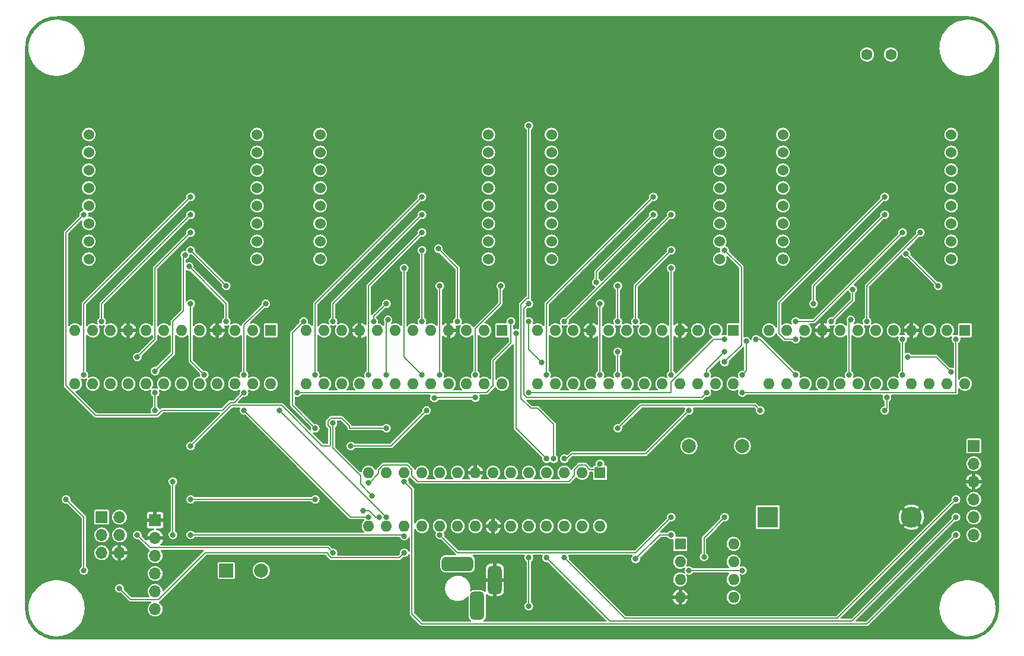
<source format=gbr>
%TF.GenerationSoftware,KiCad,Pcbnew,(6.0.5-0)*%
%TF.CreationDate,2022-07-17T16:53:02-04:00*%
%TF.ProjectId,YWS_clock,5957535f-636c-46f6-936b-2e6b69636164,rev?*%
%TF.SameCoordinates,PX4b17a20PY8a12ae0*%
%TF.FileFunction,Copper,L2,Bot*%
%TF.FilePolarity,Positive*%
%FSLAX46Y46*%
G04 Gerber Fmt 4.6, Leading zero omitted, Abs format (unit mm)*
G04 Created by KiCad (PCBNEW (6.0.5-0)) date 2022-07-17 16:53:02*
%MOMM*%
%LPD*%
G01*
G04 APERTURE LIST*
G04 Aperture macros list*
%AMRoundRect*
0 Rectangle with rounded corners*
0 $1 Rounding radius*
0 $2 $3 $4 $5 $6 $7 $8 $9 X,Y pos of 4 corners*
0 Add a 4 corners polygon primitive as box body*
4,1,4,$2,$3,$4,$5,$6,$7,$8,$9,$2,$3,0*
0 Add four circle primitives for the rounded corners*
1,1,$1+$1,$2,$3*
1,1,$1+$1,$4,$5*
1,1,$1+$1,$6,$7*
1,1,$1+$1,$8,$9*
0 Add four rect primitives between the rounded corners*
20,1,$1+$1,$2,$3,$4,$5,0*
20,1,$1+$1,$4,$5,$6,$7,0*
20,1,$1+$1,$6,$7,$8,$9,0*
20,1,$1+$1,$8,$9,$2,$3,0*%
G04 Aperture macros list end*
%TA.AperFunction,ComponentPad*%
%ADD10R,1.700000X1.700000*%
%TD*%
%TA.AperFunction,ComponentPad*%
%ADD11O,1.700000X1.700000*%
%TD*%
%TA.AperFunction,ComponentPad*%
%ADD12C,2.000000*%
%TD*%
%TA.AperFunction,ComponentPad*%
%ADD13R,1.600000X1.600000*%
%TD*%
%TA.AperFunction,ComponentPad*%
%ADD14O,1.600000X1.600000*%
%TD*%
%TA.AperFunction,ComponentPad*%
%ADD15R,2.000000X2.000000*%
%TD*%
%TA.AperFunction,ComponentPad*%
%ADD16C,1.524000*%
%TD*%
%TA.AperFunction,ComponentPad*%
%ADD17C,1.600000*%
%TD*%
%TA.AperFunction,ComponentPad*%
%ADD18R,3.000000X3.000000*%
%TD*%
%TA.AperFunction,ComponentPad*%
%ADD19C,3.000000*%
%TD*%
%TA.AperFunction,ComponentPad*%
%ADD20RoundRect,0.500000X1.750000X0.500000X-1.750000X0.500000X-1.750000X-0.500000X1.750000X-0.500000X0*%
%TD*%
%TA.AperFunction,ComponentPad*%
%ADD21RoundRect,0.500000X-0.500000X1.500000X-0.500000X-1.500000X0.500000X-1.500000X0.500000X1.500000X0*%
%TD*%
%TA.AperFunction,ViaPad*%
%ADD22C,0.812800*%
%TD*%
%TA.AperFunction,Conductor*%
%ADD23C,0.203200*%
%TD*%
G04 APERTURE END LIST*
D10*
%TO.P,J4,1,Pin_1*%
%TO.N,MISO*%
X12700000Y17780000D03*
D11*
%TO.P,J4,2,Pin_2*%
%TO.N,VCC*%
X15240000Y17780000D03*
%TO.P,J4,3,Pin_3*%
%TO.N,LED_SCK*%
X12700000Y15240000D03*
%TO.P,J4,4,Pin_4*%
%TO.N,MOSI*%
X15240000Y15240000D03*
%TO.P,J4,5,Pin_5*%
%TO.N,RESET*%
X12700000Y12700000D03*
%TO.P,J4,6,Pin_6*%
%TO.N,GND*%
X15240000Y12700000D03*
%TD*%
D12*
%TO.P,TP2,1,1*%
%TO.N,SCL*%
X96520000Y27940000D03*
%TD*%
%TO.P,TP1,1,1*%
%TO.N,SDA*%
X104140000Y27940000D03*
%TD*%
D13*
%TO.P,U5,1,DIN*%
%TO.N,Net-(U5-Pad1)*%
X135895000Y44440000D03*
D14*
%TO.P,U5,2,DIG_0*%
%TO.N,Net-(D3-Pad9)*%
X133355000Y44440000D03*
%TO.P,U5,3,DIG_4*%
%TO.N,Net-(D3-Pad1)*%
X130815000Y44440000D03*
%TO.P,U5,4,GND*%
%TO.N,GND*%
X128275000Y44440000D03*
%TO.P,U5,5,DIG_6*%
%TO.N,Net-(D3-Pad2)*%
X125735000Y44440000D03*
%TO.P,U5,6,DIG_2*%
%TO.N,Net-(D3-Pad8)*%
X123195000Y44440000D03*
%TO.P,U5,7,DIG_3*%
%TO.N,Net-(D3-Pad12)*%
X120655000Y44440000D03*
%TO.P,U5,8,DIG_7*%
%TO.N,Net-(D3-Pad5)*%
X118115000Y44440000D03*
%TO.P,U5,9,GND*%
%TO.N,GND*%
X115575000Y44440000D03*
%TO.P,U5,10,DIG_5*%
%TO.N,Net-(D3-Pad7)*%
X113035000Y44440000D03*
%TO.P,U5,11,DIG_1*%
%TO.N,Net-(D3-Pad14)*%
X110495000Y44440000D03*
%TO.P,U5,12,LOAD*%
%TO.N,DISP_LOAD*%
X107955000Y44440000D03*
%TO.P,U5,13,CLK*%
%TO.N,DISP_CLK*%
X107955000Y36820000D03*
%TO.P,U5,14,SEG_A*%
%TO.N,Net-(D3-Pad16)*%
X110495000Y36820000D03*
%TO.P,U5,15,SEG_F*%
%TO.N,Net-(D3-Pad4)*%
X113035000Y36820000D03*
%TO.P,U5,16,SEG_B*%
%TO.N,Net-(D3-Pad15)*%
X115575000Y36820000D03*
%TO.P,U5,17,SEG_G*%
%TO.N,Net-(D3-Pad3)*%
X118115000Y36820000D03*
%TO.P,U5,18,ISET*%
%TO.N,Net-(R8-Pad2)*%
X120655000Y36820000D03*
%TO.P,U5,19,V+*%
%TO.N,VCC*%
X123195000Y36820000D03*
%TO.P,U5,20,SEG_C*%
%TO.N,Net-(D3-Pad11)*%
X125735000Y36820000D03*
%TO.P,U5,21,SEG_E*%
%TO.N,Net-(D3-Pad10)*%
X128275000Y36820000D03*
%TO.P,U5,22,SEG_DP*%
%TO.N,Net-(D3-Pad13)*%
X130815000Y36820000D03*
%TO.P,U5,23,SEG_D*%
%TO.N,Net-(D3-Pad6)*%
X133355000Y36820000D03*
%TO.P,U5,24,DOUT*%
%TO.N,unconnected-(U5-Pad24)*%
X135895000Y36820000D03*
%TD*%
D15*
%TO.P,BZ1,1,-*%
%TO.N,VCC*%
X30480000Y10160000D03*
D12*
%TO.P,BZ1,2,+*%
%TO.N,BUZZER*%
X35480000Y10160000D03*
%TD*%
D13*
%TO.P,U3,1,X1*%
%TO.N,Net-(U3-Pad1)*%
X95260000Y13960000D03*
D14*
%TO.P,U3,2,X2*%
%TO.N,Net-(U3-Pad2)*%
X95260000Y11420000D03*
%TO.P,U3,3,VBAT*%
%TO.N,Net-(BT1-Pad1)*%
X95260000Y8880000D03*
%TO.P,U3,4,GND*%
%TO.N,GND*%
X95260000Y6340000D03*
%TO.P,U3,5,SDA*%
%TO.N,SDA*%
X102880000Y6340000D03*
%TO.P,U3,6,SCL*%
%TO.N,SCL*%
X102880000Y8880000D03*
%TO.P,U3,7,SQW/OUT*%
%TO.N,unconnected-(U3-Pad7)*%
X102880000Y11420000D03*
%TO.P,U3,8,VCC*%
%TO.N,VCC*%
X102880000Y13960000D03*
%TD*%
D16*
%TO.P,D4,1,R5*%
%TO.N,Net-(D4-Pad1)*%
X76900000Y72390000D03*
%TO.P,D4,2,R7*%
%TO.N,Net-(D4-Pad2)*%
X76900000Y69850000D03*
%TO.P,D4,3,C2*%
%TO.N,Net-(D4-Pad3)*%
X76900000Y67310000D03*
%TO.P,D4,4,C3*%
%TO.N,Net-(D4-Pad4)*%
X76900000Y64770000D03*
%TO.P,D4,5,R8*%
%TO.N,Net-(D4-Pad5)*%
X76900000Y62230000D03*
%TO.P,D4,6,C5*%
%TO.N,Net-(D4-Pad6)*%
X76900000Y59690000D03*
%TO.P,D4,7,R6*%
%TO.N,Net-(D4-Pad7)*%
X76900000Y57150000D03*
%TO.P,D4,8,R3*%
%TO.N,Net-(D4-Pad8)*%
X76900000Y54610000D03*
%TO.P,D4,9,R1*%
%TO.N,Net-(D4-Pad9)*%
X100900000Y54610000D03*
%TO.P,D4,10,C4*%
%TO.N,Net-(D4-Pad10)*%
X100900000Y57150000D03*
%TO.P,D4,11,C6*%
%TO.N,Net-(D4-Pad11)*%
X100900000Y59690000D03*
%TO.P,D4,12,R4*%
%TO.N,Net-(D4-Pad12)*%
X100900000Y62230000D03*
%TO.P,D4,13,C1*%
%TO.N,Net-(D4-Pad13)*%
X100900000Y64770000D03*
%TO.P,D4,14,R2*%
%TO.N,Net-(D4-Pad14)*%
X100900000Y67310000D03*
%TO.P,D4,15,C7*%
%TO.N,Net-(D4-Pad15)*%
X100900000Y69850000D03*
%TO.P,D4,16,C8*%
%TO.N,Net-(D4-Pad16)*%
X100900000Y72390000D03*
%TD*%
D10*
%TO.P,J3,1,Pin_1*%
%TO.N,unconnected-(J3-Pad1)*%
X137160000Y27940000D03*
D11*
%TO.P,J3,2,Pin_2*%
%TO.N,VCC*%
X137160000Y25400000D03*
%TO.P,J3,3,Pin_3*%
%TO.N,GND*%
X137160000Y22860000D03*
%TO.P,J3,4,Pin_4*%
%TO.N,JOYST_X*%
X137160000Y20320000D03*
%TO.P,J3,5,Pin_5*%
%TO.N,JOYST_Y*%
X137160000Y17780000D03*
%TO.P,J3,6,Pin_6*%
%TO.N,JOYST_SW*%
X137160000Y15240000D03*
%TD*%
D16*
%TO.P,D2,1,R5*%
%TO.N,Net-(D2-Pad1)*%
X10860000Y72390000D03*
%TO.P,D2,2,R7*%
%TO.N,Net-(D2-Pad2)*%
X10860000Y69850000D03*
%TO.P,D2,3,C2*%
%TO.N,Net-(D2-Pad3)*%
X10860000Y67310000D03*
%TO.P,D2,4,C3*%
%TO.N,Net-(D2-Pad4)*%
X10860000Y64770000D03*
%TO.P,D2,5,R8*%
%TO.N,Net-(D2-Pad5)*%
X10860000Y62230000D03*
%TO.P,D2,6,C5*%
%TO.N,Net-(D2-Pad6)*%
X10860000Y59690000D03*
%TO.P,D2,7,R6*%
%TO.N,Net-(D2-Pad7)*%
X10860000Y57150000D03*
%TO.P,D2,8,R3*%
%TO.N,Net-(D2-Pad8)*%
X10860000Y54610000D03*
%TO.P,D2,9,R1*%
%TO.N,Net-(D2-Pad9)*%
X34860000Y54610000D03*
%TO.P,D2,10,C4*%
%TO.N,Net-(D2-Pad10)*%
X34860000Y57150000D03*
%TO.P,D2,11,C6*%
%TO.N,Net-(D2-Pad11)*%
X34860000Y59690000D03*
%TO.P,D2,12,R4*%
%TO.N,Net-(D2-Pad12)*%
X34860000Y62230000D03*
%TO.P,D2,13,C1*%
%TO.N,Net-(D2-Pad13)*%
X34860000Y64770000D03*
%TO.P,D2,14,R2*%
%TO.N,Net-(D2-Pad14)*%
X34860000Y67310000D03*
%TO.P,D2,15,C7*%
%TO.N,Net-(D2-Pad15)*%
X34860000Y69850000D03*
%TO.P,D2,16,C8*%
%TO.N,Net-(D2-Pad16)*%
X34860000Y72390000D03*
%TD*%
D17*
%TO.P,R14,1*%
%TO.N,VCC*%
X121920000Y83820000D03*
%TO.P,R14,2*%
%TO.N,LIGHT_SENSOR*%
X125320000Y83820000D03*
%TD*%
D13*
%TO.P,U2,1,~{RESET}/PC6*%
%TO.N,RESET*%
X83820000Y24120000D03*
D14*
%TO.P,U2,2,PD0*%
%TO.N,RXD*%
X81280000Y24120000D03*
%TO.P,U2,3,PD1*%
%TO.N,TXD*%
X78740000Y24120000D03*
%TO.P,U2,4,PD2*%
%TO.N,BTN_SEL*%
X76200000Y24120000D03*
%TO.P,U2,5,PD3*%
%TO.N,BTN_UP*%
X73660000Y24120000D03*
%TO.P,U2,6,PD4*%
%TO.N,BTN_DOWN*%
X71120000Y24120000D03*
%TO.P,U2,7,VCC*%
%TO.N,VCC*%
X68580000Y24120000D03*
%TO.P,U2,8,GND*%
%TO.N,GND*%
X66040000Y24120000D03*
%TO.P,U2,9,XTAL1/PB6*%
%TO.N,Net-(C3-Pad1)*%
X63500000Y24120000D03*
%TO.P,U2,10,XTAL2/PB7*%
%TO.N,Net-(C4-Pad1)*%
X60960000Y24120000D03*
%TO.P,U2,11,PD5*%
%TO.N,BUZZER*%
X58420000Y24120000D03*
%TO.P,U2,12,PD6*%
%TO.N,JOYST_SW*%
X55880000Y24120000D03*
%TO.P,U2,13,PD7*%
%TO.N,unconnected-(U2-Pad13)*%
X53340000Y24120000D03*
%TO.P,U2,14,PB0*%
%TO.N,DISP_LOAD*%
X50800000Y24120000D03*
%TO.P,U2,15,PB1*%
%TO.N,DISP_CLK*%
X50800000Y16500000D03*
%TO.P,U2,16,PB2*%
%TO.N,DISP_DATA*%
X53340000Y16500000D03*
%TO.P,U2,17,PB3*%
%TO.N,MOSI*%
X55880000Y16500000D03*
%TO.P,U2,18,PB4*%
%TO.N,MISO*%
X58420000Y16500000D03*
%TO.P,U2,19,PB5*%
%TO.N,LED_SCK*%
X60960000Y16500000D03*
%TO.P,U2,20,AVCC*%
%TO.N,VCC*%
X63500000Y16500000D03*
%TO.P,U2,21,AREF*%
%TO.N,Net-(C1-Pad1)*%
X66040000Y16500000D03*
%TO.P,U2,22,GND*%
%TO.N,GND*%
X68580000Y16500000D03*
%TO.P,U2,23,PC0*%
%TO.N,LIGHT_SENSOR*%
X71120000Y16500000D03*
%TO.P,U2,24,PC1*%
%TO.N,JOYST_X*%
X73660000Y16500000D03*
%TO.P,U2,25,PC2*%
%TO.N,JOYST_Y*%
X76200000Y16500000D03*
%TO.P,U2,26,PC3*%
%TO.N,unconnected-(U2-Pad26)*%
X78740000Y16500000D03*
%TO.P,U2,27,PC4*%
%TO.N,SDA*%
X81280000Y16500000D03*
%TO.P,U2,28,PC5*%
%TO.N,SCL*%
X83820000Y16500000D03*
%TD*%
D16*
%TO.P,D5,1,R5*%
%TO.N,Net-(D5-Pad1)*%
X43880000Y72390000D03*
%TO.P,D5,2,R7*%
%TO.N,Net-(D5-Pad2)*%
X43880000Y69850000D03*
%TO.P,D5,3,C2*%
%TO.N,Net-(D5-Pad3)*%
X43880000Y67310000D03*
%TO.P,D5,4,C3*%
%TO.N,Net-(D5-Pad4)*%
X43880000Y64770000D03*
%TO.P,D5,5,R8*%
%TO.N,Net-(D5-Pad5)*%
X43880000Y62230000D03*
%TO.P,D5,6,C5*%
%TO.N,Net-(D5-Pad6)*%
X43880000Y59690000D03*
%TO.P,D5,7,R6*%
%TO.N,Net-(D5-Pad7)*%
X43880000Y57150000D03*
%TO.P,D5,8,R3*%
%TO.N,Net-(D5-Pad8)*%
X43880000Y54610000D03*
%TO.P,D5,9,R1*%
%TO.N,Net-(D5-Pad9)*%
X67880000Y54610000D03*
%TO.P,D5,10,C4*%
%TO.N,Net-(D5-Pad10)*%
X67880000Y57150000D03*
%TO.P,D5,11,C6*%
%TO.N,Net-(D5-Pad11)*%
X67880000Y59690000D03*
%TO.P,D5,12,R4*%
%TO.N,Net-(D5-Pad12)*%
X67880000Y62230000D03*
%TO.P,D5,13,C1*%
%TO.N,Net-(D5-Pad13)*%
X67880000Y64770000D03*
%TO.P,D5,14,R2*%
%TO.N,Net-(D5-Pad14)*%
X67880000Y67310000D03*
%TO.P,D5,15,C7*%
%TO.N,Net-(D5-Pad15)*%
X67880000Y69850000D03*
%TO.P,D5,16,C8*%
%TO.N,Net-(D5-Pad16)*%
X67880000Y72390000D03*
%TD*%
D10*
%TO.P,J1,1,Pin_1*%
%TO.N,GND*%
X20320000Y17355000D03*
D11*
%TO.P,J1,2,Pin_2*%
X20320000Y14815000D03*
%TO.P,J1,3,Pin_3*%
%TO.N,unconnected-(J1-Pad3)*%
X20320000Y12275000D03*
%TO.P,J1,4,Pin_4*%
%TO.N,Net-(J1-Pad4)*%
X20320000Y9735000D03*
%TO.P,J1,5,Pin_5*%
%TO.N,Net-(J1-Pad5)*%
X20320000Y7195000D03*
%TO.P,J1,6,Pin_6*%
%TO.N,Net-(C5-Pad2)*%
X20320000Y4655000D03*
%TD*%
D13*
%TO.P,U4,1,DIN*%
%TO.N,DISP_DATA*%
X36835000Y44440000D03*
D14*
%TO.P,U4,2,DIG_0*%
%TO.N,Net-(D2-Pad9)*%
X34295000Y44440000D03*
%TO.P,U4,3,DIG_4*%
%TO.N,Net-(D2-Pad1)*%
X31755000Y44440000D03*
%TO.P,U4,4,GND*%
%TO.N,GND*%
X29215000Y44440000D03*
%TO.P,U4,5,DIG_6*%
%TO.N,Net-(D2-Pad2)*%
X26675000Y44440000D03*
%TO.P,U4,6,DIG_2*%
%TO.N,Net-(D2-Pad8)*%
X24135000Y44440000D03*
%TO.P,U4,7,DIG_3*%
%TO.N,Net-(D2-Pad12)*%
X21595000Y44440000D03*
%TO.P,U4,8,DIG_7*%
%TO.N,Net-(D2-Pad5)*%
X19055000Y44440000D03*
%TO.P,U4,9,GND*%
%TO.N,GND*%
X16515000Y44440000D03*
%TO.P,U4,10,DIG_5*%
%TO.N,Net-(D2-Pad7)*%
X13975000Y44440000D03*
%TO.P,U4,11,DIG_1*%
%TO.N,Net-(D2-Pad14)*%
X11435000Y44440000D03*
%TO.P,U4,12,LOAD*%
%TO.N,DISP_LOAD*%
X8895000Y44440000D03*
%TO.P,U4,13,CLK*%
%TO.N,DISP_CLK*%
X8895000Y36820000D03*
%TO.P,U4,14,SEG_A*%
%TO.N,Net-(D2-Pad16)*%
X11435000Y36820000D03*
%TO.P,U4,15,SEG_F*%
%TO.N,Net-(D2-Pad4)*%
X13975000Y36820000D03*
%TO.P,U4,16,SEG_B*%
%TO.N,Net-(D2-Pad15)*%
X16515000Y36820000D03*
%TO.P,U4,17,SEG_G*%
%TO.N,Net-(D2-Pad3)*%
X19055000Y36820000D03*
%TO.P,U4,18,ISET*%
%TO.N,Net-(R7-Pad2)*%
X21595000Y36820000D03*
%TO.P,U4,19,V+*%
%TO.N,VCC*%
X24135000Y36820000D03*
%TO.P,U4,20,SEG_C*%
%TO.N,Net-(D2-Pad11)*%
X26675000Y36820000D03*
%TO.P,U4,21,SEG_E*%
%TO.N,Net-(D2-Pad10)*%
X29215000Y36820000D03*
%TO.P,U4,22,SEG_DP*%
%TO.N,Net-(D2-Pad13)*%
X31755000Y36820000D03*
%TO.P,U4,23,SEG_D*%
%TO.N,Net-(D2-Pad6)*%
X34295000Y36820000D03*
%TO.P,U4,24,DOUT*%
%TO.N,Net-(U4-Pad24)*%
X36835000Y36820000D03*
%TD*%
D13*
%TO.P,U6,1,DIN*%
%TO.N,Net-(U6-Pad1)*%
X102875000Y44440000D03*
D14*
%TO.P,U6,2,DIG_0*%
%TO.N,Net-(D4-Pad9)*%
X100335000Y44440000D03*
%TO.P,U6,3,DIG_4*%
%TO.N,Net-(D4-Pad1)*%
X97795000Y44440000D03*
%TO.P,U6,4,GND*%
%TO.N,GND*%
X95255000Y44440000D03*
%TO.P,U6,5,DIG_6*%
%TO.N,Net-(D4-Pad2)*%
X92715000Y44440000D03*
%TO.P,U6,6,DIG_2*%
%TO.N,Net-(D4-Pad8)*%
X90175000Y44440000D03*
%TO.P,U6,7,DIG_3*%
%TO.N,Net-(D4-Pad12)*%
X87635000Y44440000D03*
%TO.P,U6,8,DIG_7*%
%TO.N,Net-(D4-Pad5)*%
X85095000Y44440000D03*
%TO.P,U6,9,GND*%
%TO.N,GND*%
X82555000Y44440000D03*
%TO.P,U6,10,DIG_5*%
%TO.N,Net-(D4-Pad7)*%
X80015000Y44440000D03*
%TO.P,U6,11,DIG_1*%
%TO.N,Net-(D4-Pad14)*%
X77475000Y44440000D03*
%TO.P,U6,12,LOAD*%
%TO.N,DISP_LOAD*%
X74935000Y44440000D03*
%TO.P,U6,13,CLK*%
%TO.N,DISP_CLK*%
X74935000Y36820000D03*
%TO.P,U6,14,SEG_A*%
%TO.N,Net-(D4-Pad16)*%
X77475000Y36820000D03*
%TO.P,U6,15,SEG_F*%
%TO.N,Net-(D4-Pad4)*%
X80015000Y36820000D03*
%TO.P,U6,16,SEG_B*%
%TO.N,Net-(D4-Pad15)*%
X82555000Y36820000D03*
%TO.P,U6,17,SEG_G*%
%TO.N,Net-(D4-Pad3)*%
X85095000Y36820000D03*
%TO.P,U6,18,ISET*%
%TO.N,Net-(R9-Pad2)*%
X87635000Y36820000D03*
%TO.P,U6,19,V+*%
%TO.N,VCC*%
X90175000Y36820000D03*
%TO.P,U6,20,SEG_C*%
%TO.N,Net-(D4-Pad11)*%
X92715000Y36820000D03*
%TO.P,U6,21,SEG_E*%
%TO.N,Net-(D4-Pad10)*%
X95255000Y36820000D03*
%TO.P,U6,22,SEG_DP*%
%TO.N,Net-(D4-Pad13)*%
X97795000Y36820000D03*
%TO.P,U6,23,SEG_D*%
%TO.N,Net-(D4-Pad6)*%
X100335000Y36820000D03*
%TO.P,U6,24,DOUT*%
%TO.N,Net-(U5-Pad1)*%
X102875000Y36820000D03*
%TD*%
D18*
%TO.P,BT1,1,+*%
%TO.N,Net-(BT1-Pad1)*%
X107766314Y17779983D03*
D19*
%TO.P,BT1,2,-*%
%TO.N,GND*%
X128256314Y17779983D03*
%TD*%
D13*
%TO.P,U7,1,DIN*%
%TO.N,Net-(U4-Pad24)*%
X69855000Y44440000D03*
D14*
%TO.P,U7,2,DIG_0*%
%TO.N,Net-(D5-Pad9)*%
X67315000Y44440000D03*
%TO.P,U7,3,DIG_4*%
%TO.N,Net-(D5-Pad1)*%
X64775000Y44440000D03*
%TO.P,U7,4,GND*%
%TO.N,GND*%
X62235000Y44440000D03*
%TO.P,U7,5,DIG_6*%
%TO.N,Net-(D5-Pad2)*%
X59695000Y44440000D03*
%TO.P,U7,6,DIG_2*%
%TO.N,Net-(D5-Pad8)*%
X57155000Y44440000D03*
%TO.P,U7,7,DIG_3*%
%TO.N,Net-(D5-Pad12)*%
X54615000Y44440000D03*
%TO.P,U7,8,DIG_7*%
%TO.N,Net-(D5-Pad5)*%
X52075000Y44440000D03*
%TO.P,U7,9,GND*%
%TO.N,GND*%
X49535000Y44440000D03*
%TO.P,U7,10,DIG_5*%
%TO.N,Net-(D5-Pad7)*%
X46995000Y44440000D03*
%TO.P,U7,11,DIG_1*%
%TO.N,Net-(D5-Pad14)*%
X44455000Y44440000D03*
%TO.P,U7,12,LOAD*%
%TO.N,DISP_LOAD*%
X41915000Y44440000D03*
%TO.P,U7,13,CLK*%
%TO.N,DISP_CLK*%
X41915000Y36820000D03*
%TO.P,U7,14,SEG_A*%
%TO.N,Net-(D5-Pad16)*%
X44455000Y36820000D03*
%TO.P,U7,15,SEG_F*%
%TO.N,Net-(D5-Pad4)*%
X46995000Y36820000D03*
%TO.P,U7,16,SEG_B*%
%TO.N,Net-(D5-Pad15)*%
X49535000Y36820000D03*
%TO.P,U7,17,SEG_G*%
%TO.N,Net-(D5-Pad3)*%
X52075000Y36820000D03*
%TO.P,U7,18,ISET*%
%TO.N,Net-(R10-Pad2)*%
X54615000Y36820000D03*
%TO.P,U7,19,V+*%
%TO.N,VCC*%
X57155000Y36820000D03*
%TO.P,U7,20,SEG_C*%
%TO.N,Net-(D5-Pad11)*%
X59695000Y36820000D03*
%TO.P,U7,21,SEG_E*%
%TO.N,Net-(D5-Pad10)*%
X62235000Y36820000D03*
%TO.P,U7,22,SEG_DP*%
%TO.N,Net-(D5-Pad13)*%
X64775000Y36820000D03*
%TO.P,U7,23,SEG_D*%
%TO.N,Net-(D5-Pad6)*%
X67315000Y36820000D03*
%TO.P,U7,24,DOUT*%
%TO.N,Net-(U6-Pad1)*%
X69855000Y36820000D03*
%TD*%
D16*
%TO.P,D3,1,R5*%
%TO.N,Net-(D3-Pad1)*%
X109920000Y72390000D03*
%TO.P,D3,2,R7*%
%TO.N,Net-(D3-Pad2)*%
X109920000Y69850000D03*
%TO.P,D3,3,C2*%
%TO.N,Net-(D3-Pad3)*%
X109920000Y67310000D03*
%TO.P,D3,4,C3*%
%TO.N,Net-(D3-Pad4)*%
X109920000Y64770000D03*
%TO.P,D3,5,R8*%
%TO.N,Net-(D3-Pad5)*%
X109920000Y62230000D03*
%TO.P,D3,6,C5*%
%TO.N,Net-(D3-Pad6)*%
X109920000Y59690000D03*
%TO.P,D3,7,R6*%
%TO.N,Net-(D3-Pad7)*%
X109920000Y57150000D03*
%TO.P,D3,8,R3*%
%TO.N,Net-(D3-Pad8)*%
X109920000Y54610000D03*
%TO.P,D3,9,R1*%
%TO.N,Net-(D3-Pad9)*%
X133920000Y54610000D03*
%TO.P,D3,10,C4*%
%TO.N,Net-(D3-Pad10)*%
X133920000Y57150000D03*
%TO.P,D3,11,C6*%
%TO.N,Net-(D3-Pad11)*%
X133920000Y59690000D03*
%TO.P,D3,12,R4*%
%TO.N,Net-(D3-Pad12)*%
X133920000Y62230000D03*
%TO.P,D3,13,C1*%
%TO.N,Net-(D3-Pad13)*%
X133920000Y64770000D03*
%TO.P,D3,14,R2*%
%TO.N,Net-(D3-Pad14)*%
X133920000Y67310000D03*
%TO.P,D3,15,C7*%
%TO.N,Net-(D3-Pad15)*%
X133920000Y69850000D03*
%TO.P,D3,16,C8*%
%TO.N,Net-(D3-Pad16)*%
X133920000Y72390000D03*
%TD*%
D20*
%TO.P,J2,1,POLE*%
%TO.N,Net-(C6-Pad1)*%
X63500000Y11120000D03*
D21*
%TO.P,J2,2,OUT*%
%TO.N,GND*%
X68800000Y8820000D03*
%TO.P,J2,3,OUT*%
%TO.N,unconnected-(J2-Pad3)*%
X66300000Y5120000D03*
%TD*%
D22*
%TO.N,LED_SCK*%
X15240000Y7620000D03*
%TO.N,SDA*%
X98648333Y12106585D03*
X101600000Y17780000D03*
%TO.N,GND*%
X75730470Y10501931D03*
X7620000Y15240000D03*
X106680000Y78740000D03*
X53340000Y29464497D03*
X101600000Y22860000D03*
X91417460Y18010699D03*
X78740000Y81280000D03*
X96520000Y81280000D03*
X8700000Y29400000D03*
X45720000Y81280000D03*
X93980000Y7620000D03*
X17780000Y20320000D03*
X47337811Y30480000D03*
X15240000Y33020000D03*
X30480000Y81280000D03*
X53340000Y33020000D03*
X17780000Y12700000D03*
X43180000Y10160000D03*
X63500000Y81280000D03*
X86360000Y33020000D03*
X15240000Y10160000D03*
X114300000Y30480000D03*
X81280000Y33020000D03*
X73512809Y26257891D03*
X129540000Y22860000D03*
X55880000Y10160000D03*
X20320000Y27940000D03*
X134620000Y22860000D03*
X116840000Y30480000D03*
X132080000Y81280000D03*
X71120000Y7620000D03*
X17780000Y30480000D03*
%TO.N,Net-(BT1-Pad1)*%
X104140000Y10160000D03*
X96520000Y10160000D03*
%TO.N,BUZZER*%
X52324497Y17780000D03*
X50038500Y18729443D03*
%TO.N,VCC*%
X124460000Y33020000D03*
X124747937Y34849300D03*
%TO.N,RESET*%
X83820000Y25400000D03*
X50800000Y22710897D03*
X10160000Y10160000D03*
X25400000Y20320000D03*
X7620000Y20320000D03*
X43180000Y20320000D03*
%TO.N,Net-(D2-Pad1)*%
X25182459Y53557541D03*
X30480000Y45720000D03*
%TO.N,Net-(D2-Pad2)*%
X25400000Y55880000D03*
X30480000Y50800000D03*
%TO.N,Net-(D2-Pad3)*%
X20320000Y38635011D03*
X24567737Y55182551D03*
%TO.N,Net-(D2-Pad6)*%
X10160000Y60960000D03*
X33020000Y35560000D03*
%TO.N,Net-(D2-Pad11)*%
X25400000Y48260000D03*
X27349189Y38100000D03*
%TO.N,Net-(D2-Pad13)*%
X33020000Y38100000D03*
X36110011Y48260000D03*
%TO.N,Net-(D2-Pad14)*%
X12700000Y45720000D03*
X25400000Y60960000D03*
%TO.N,Net-(D2-Pad15)*%
X25400000Y58420000D03*
X17780000Y40640000D03*
%TO.N,Net-(D2-Pad16)*%
X25400000Y63500000D03*
X10160000Y38100000D03*
%TO.N,Net-(D3-Pad1)*%
X127502541Y55377459D03*
X132080000Y50800000D03*
%TO.N,Net-(D3-Pad3)*%
X119597541Y45937541D03*
X119380000Y38100000D03*
%TO.N,Net-(D3-Pad4)*%
X111760000Y38100000D03*
X106089189Y43180000D03*
%TO.N,Net-(D3-Pad5)*%
X116840000Y45720000D03*
X119882541Y50297459D03*
%TO.N,Net-(D3-Pad11)*%
X127000000Y38100000D03*
X127000000Y43180000D03*
%TO.N,Net-(D3-Pad12)*%
X121920000Y45720000D03*
X129540000Y58420000D03*
%TO.N,Net-(D3-Pad14)*%
X111760000Y45720000D03*
X127000000Y58420000D03*
%TO.N,Net-(D3-Pad15)*%
X114300000Y48260000D03*
X124460000Y60960000D03*
%TO.N,Net-(D3-Pad16)*%
X111760000Y43180000D03*
X124460000Y63500000D03*
%TO.N,Net-(D4-Pad3)*%
X86360000Y38100000D03*
X86360000Y41350700D03*
%TO.N,Net-(D4-Pad4)*%
X73660000Y45720000D03*
X75489300Y39878511D03*
%TO.N,Net-(D4-Pad5)*%
X86360000Y50800000D03*
X86360000Y45720000D03*
%TO.N,Net-(D4-Pad6)*%
X73660000Y48260000D03*
X99060000Y35560000D03*
%TO.N,Net-(D4-Pad10)*%
X101600000Y55880000D03*
X101600000Y39929300D03*
%TO.N,Net-(D4-Pad11)*%
X93974092Y38105908D03*
X93980000Y53340000D03*
%TO.N,Net-(D4-Pad12)*%
X93980000Y55880000D03*
X88900000Y45720000D03*
%TO.N,Net-(D4-Pad13)*%
X101600000Y41350700D03*
X99060000Y38100000D03*
%TO.N,Net-(D4-Pad14)*%
X78740000Y45720000D03*
X93980000Y60960000D03*
%TO.N,Net-(D4-Pad15)*%
X91440000Y60960000D03*
X83820000Y38100000D03*
X83820000Y48260000D03*
X83317459Y51302541D03*
%TO.N,Net-(D4-Pad16)*%
X76200000Y38100000D03*
X91440000Y63500000D03*
%TO.N,Net-(D5-Pad1)*%
X63500000Y45720000D03*
X60742459Y56097541D03*
%TO.N,Net-(D5-Pad2)*%
X58420000Y45720000D03*
X58420000Y55880000D03*
%TO.N,Net-(D5-Pad3)*%
X53340000Y38100000D03*
X53557541Y45937541D03*
%TO.N,Net-(D5-Pad5)*%
X51510700Y45720000D03*
X53340000Y48260000D03*
%TO.N,Net-(D5-Pad6)*%
X58420000Y38100000D03*
X55880000Y53340000D03*
X60176634Y34776633D03*
X66040000Y34849300D03*
%TO.N,Net-(D5-Pad11)*%
X60960000Y50800000D03*
X60960000Y38100000D03*
%TO.N,Net-(D5-Pad13)*%
X66040000Y38100000D03*
X69657011Y50800000D03*
%TO.N,Net-(D5-Pad14)*%
X45720000Y45720000D03*
X58420000Y60960000D03*
%TO.N,Net-(D5-Pad15)*%
X58420000Y58420000D03*
X50800000Y38100000D03*
%TO.N,Net-(D5-Pad16)*%
X43180000Y38100000D03*
X58420000Y63500000D03*
%TO.N,Net-(J1-Pad4)*%
X22860000Y15240000D03*
X22860000Y22860000D03*
%TO.N,JOYST_X*%
X134620000Y20320000D03*
X78740000Y11989300D03*
%TO.N,JOYST_Y*%
X76200000Y11989300D03*
X134620000Y17780000D03*
%TO.N,JOYST_SW*%
X55880000Y22860000D03*
X134620000Y15240000D03*
%TO.N,LED_SCK*%
X60960000Y15240000D03*
X55880000Y12700000D03*
X93980000Y17780000D03*
%TO.N,TXD*%
X25400000Y27940000D03*
X53340000Y30480000D03*
%TO.N,Net-(R7-Pad2)*%
X20320000Y33020000D03*
X20320000Y35560000D03*
%TO.N,Net-(R8-Pad2)*%
X133909300Y38504453D03*
X127710700Y40640000D03*
%TO.N,BTN_SEL*%
X76200000Y26110700D03*
X71830700Y44046389D03*
%TO.N,BTN_UP*%
X77215503Y26110700D03*
X73660000Y73660000D03*
%TO.N,BTN_DOWN*%
X96520000Y33020000D03*
X78740000Y26110700D03*
X104140000Y38100000D03*
X104690011Y42880419D03*
%TO.N,LIGHT_SENSOR*%
X73660000Y11989300D03*
X73660000Y5080000D03*
%TO.N,DISP_LOAD*%
X43180000Y30480000D03*
X48260000Y27940000D03*
X41521389Y45720000D03*
X59061889Y33020000D03*
%TO.N,DISP_CLK*%
X45720000Y31190700D03*
X86360000Y30480000D03*
X50800000Y17780000D03*
X33020000Y33020000D03*
X51302541Y20822541D03*
X106680000Y33020000D03*
%TO.N,DISP_DATA*%
X38100000Y33020000D03*
X53340000Y17780000D03*
%TO.N,MOSI*%
X45720000Y12700000D03*
X17780000Y15240000D03*
%TO.N,MISO*%
X55880000Y15090897D03*
X25400000Y15240000D03*
%TO.N,Net-(U3-Pad1)*%
X93980000Y15240000D03*
X88900000Y11813611D03*
%TO.N,Net-(U4-Pad24)*%
X71120000Y45720000D03*
X40640000Y35560000D03*
%TO.N,Net-(U5-Pad1)*%
X104140000Y35560000D03*
X134620000Y43180000D03*
%TO.N,Net-(U6-Pad1)*%
X101600000Y43180000D03*
X73660000Y35560000D03*
%TD*%
D23*
%TO.N,LED_SCK*%
X15240000Y7620000D02*
X16819311Y6040689D01*
X45425613Y11989289D02*
X55169289Y11989289D01*
X27457443Y12700000D02*
X45009289Y12700000D01*
X16819311Y6040689D02*
X20798132Y6040689D01*
X20798132Y6040689D02*
X27457443Y12700000D01*
X45009289Y12700000D02*
X45009289Y12405613D01*
X45009289Y12405613D02*
X45425613Y11989289D01*
X55169289Y11989289D02*
X55880000Y12700000D01*
%TO.N,RESET*%
X10160000Y10160000D02*
X10160000Y17780000D01*
X10160000Y17780000D02*
X7620000Y20320000D01*
%TO.N,SDA*%
X98648333Y14828333D02*
X98648333Y12106585D01*
X101600000Y17780000D02*
X98648333Y14828333D01*
%TO.N,Net-(BT1-Pad1)*%
X104140000Y10160000D02*
X96520000Y10160000D01*
%TO.N,BUZZER*%
X50855655Y18729443D02*
X51805098Y17780000D01*
X51805098Y17780000D02*
X52324497Y17780000D01*
X50038500Y18729443D02*
X50855655Y18729443D01*
%TO.N,VCC*%
X124747937Y34849300D02*
X124747937Y33307937D01*
X124747937Y33307937D02*
X124460000Y33020000D01*
%TO.N,RESET*%
X80175689Y24577422D02*
X80822578Y25224311D01*
X56984311Y24577422D02*
X56984311Y23662578D01*
X50952630Y22710897D02*
X52235689Y23993956D01*
X79373111Y22860000D02*
X80175689Y23662578D01*
X50800000Y22710897D02*
X50952630Y22710897D01*
X81737422Y25224311D02*
X82384311Y24577422D01*
X56337422Y25224311D02*
X56984311Y24577422D01*
X52235689Y24577422D02*
X52882578Y25224311D01*
X82997422Y24577422D02*
X83820000Y25400000D01*
X80822578Y25224311D02*
X81737422Y25224311D01*
X57786889Y22860000D02*
X79373111Y22860000D01*
X52882578Y25224311D02*
X56337422Y25224311D01*
X25400000Y20320000D02*
X43180000Y20320000D01*
X80175689Y23662578D02*
X80175689Y24577422D01*
X82384311Y24577422D02*
X82997422Y24577422D01*
X52235689Y23993956D02*
X52235689Y24577422D01*
X56984311Y23662578D02*
X57786889Y22860000D01*
%TO.N,Net-(D2-Pad1)*%
X30480000Y48260000D02*
X30480000Y45720000D01*
X25182459Y53557541D02*
X30480000Y48260000D01*
%TO.N,Net-(D2-Pad2)*%
X25400000Y55880000D02*
X30480000Y50800000D01*
%TO.N,Net-(D2-Pad3)*%
X24358252Y55392036D02*
X24358252Y47218252D01*
X24567737Y55182551D02*
X24358252Y55392036D01*
X24358252Y47218252D02*
X22860000Y45720000D01*
X22860000Y45720000D02*
X22860000Y41175011D01*
X22860000Y41175011D02*
X20320000Y38635011D01*
%TO.N,Net-(D2-Pad6)*%
X21325098Y33020000D02*
X20614387Y32309289D01*
X33020000Y35560000D02*
X31596631Y34136631D01*
X31022573Y34136631D02*
X29905942Y33020000D01*
X7620000Y36533267D02*
X7620000Y58420000D01*
X20614387Y32309289D02*
X11843978Y32309289D01*
X11843978Y32309289D02*
X7620000Y36533267D01*
X29905942Y33020000D02*
X21325098Y33020000D01*
X7620000Y58420000D02*
X10160000Y60960000D01*
X31596631Y34136631D02*
X31022573Y34136631D01*
%TO.N,Net-(D2-Pad11)*%
X25400000Y42709929D02*
X25400000Y48260000D01*
X25400000Y40049189D02*
X27349189Y38100000D01*
X25400000Y42709929D02*
X25400000Y40049189D01*
%TO.N,Net-(D2-Pad13)*%
X33020000Y45169989D02*
X33020000Y38100000D01*
X36110011Y48260000D02*
X33020000Y45169989D01*
%TO.N,Net-(D2-Pad14)*%
X25400000Y60960000D02*
X12700000Y48260000D01*
X12700000Y48260000D02*
X12700000Y45720000D01*
%TO.N,Net-(D2-Pad15)*%
X20320000Y43180000D02*
X17780000Y40640000D01*
X20320000Y53340000D02*
X20320000Y43180000D01*
X25400000Y58420000D02*
X20320000Y53340000D01*
%TO.N,Net-(D2-Pad16)*%
X10160000Y48260000D02*
X10160000Y38100000D01*
X25400000Y63500000D02*
X10160000Y48260000D01*
%TO.N,Net-(D3-Pad1)*%
X128595767Y54284233D02*
X127502541Y55377459D01*
X128595767Y54284233D02*
X132080000Y50800000D01*
%TO.N,Net-(D3-Pad3)*%
X119597541Y45937541D02*
X119380000Y45720000D01*
X119380000Y45720000D02*
X119380000Y38100000D01*
%TO.N,Net-(D3-Pad4)*%
X106680000Y43180000D02*
X111760000Y38100000D01*
X106089189Y43180000D02*
X106680000Y43180000D01*
%TO.N,Net-(D3-Pad5)*%
X116840000Y45720000D02*
X119882541Y48762541D01*
X119882541Y48762541D02*
X119882541Y50297459D01*
%TO.N,Net-(D3-Pad11)*%
X127000000Y43180000D02*
X127000000Y38100000D01*
%TO.N,Net-(D3-Pad12)*%
X121920000Y50800000D02*
X121920000Y45720000D01*
X129540000Y58420000D02*
X121920000Y50800000D01*
%TO.N,Net-(D3-Pad14)*%
X127000000Y58420000D02*
X114300000Y45720000D01*
X114300000Y45720000D02*
X111760000Y45720000D01*
%TO.N,Net-(D3-Pad15)*%
X124460000Y60960000D02*
X114300000Y50800000D01*
X114300000Y50800000D02*
X114300000Y48260000D01*
%TO.N,Net-(D3-Pad16)*%
X124460000Y63500000D02*
X109390689Y48430689D01*
X110193267Y43180000D02*
X111760000Y43180000D01*
X109390689Y48430689D02*
X109390689Y43982578D01*
X109390689Y43982578D02*
X110193267Y43180000D01*
%TO.N,Net-(D4-Pad3)*%
X86360000Y41350700D02*
X86360000Y38100000D01*
%TO.N,Net-(D4-Pad4)*%
X73660000Y45720000D02*
X73660000Y41707811D01*
X73660000Y41707811D02*
X75489300Y39878511D01*
%TO.N,Net-(D4-Pad5)*%
X86360000Y50800000D02*
X86360000Y45720000D01*
%TO.N,Net-(D4-Pad6)*%
X73365613Y34849289D02*
X98349289Y34849289D01*
X72949289Y35265613D02*
X73365613Y34849289D01*
X73660000Y48260000D02*
X72949289Y47549289D01*
X72949289Y47549289D02*
X72949289Y35265613D01*
X98349289Y34849289D02*
X99060000Y35560000D01*
%TO.N,Net-(D4-Pad10)*%
X101600000Y39929300D02*
X103979311Y42308611D01*
X103979311Y53500689D02*
X101600000Y55880000D01*
X103979311Y42308611D02*
X103979311Y53500689D01*
%TO.N,Net-(D4-Pad11)*%
X93980000Y38111816D02*
X93974092Y38105908D01*
X93980000Y53340000D02*
X93980000Y38111816D01*
%TO.N,Net-(D4-Pad12)*%
X88900000Y50800000D02*
X88900000Y45720000D01*
X93980000Y55880000D02*
X88900000Y50800000D01*
%TO.N,Net-(D4-Pad13)*%
X99060000Y38810700D02*
X99060000Y38100000D01*
X101600000Y41350700D02*
X99060000Y38810700D01*
%TO.N,Net-(D4-Pad14)*%
X93980000Y60960000D02*
X78740000Y45720000D01*
%TO.N,Net-(D4-Pad15)*%
X91440000Y60960000D02*
X83317459Y52837459D01*
X83820000Y48260000D02*
X83820000Y38100000D01*
X83317459Y52837459D02*
X83317459Y51302541D01*
%TO.N,Net-(D4-Pad16)*%
X91440000Y63500000D02*
X76200000Y48260000D01*
X76200000Y48260000D02*
X76200000Y38100000D01*
%TO.N,Net-(D5-Pad1)*%
X63500000Y53340000D02*
X63500000Y45720000D01*
X60742459Y56097541D02*
X63500000Y53340000D01*
%TO.N,Net-(D5-Pad2)*%
X58420000Y50800000D02*
X58420000Y45720000D01*
X58420000Y55880000D02*
X58420000Y50800000D01*
%TO.N,Net-(D5-Pad3)*%
X53557541Y45937541D02*
X53340000Y45720000D01*
X53340000Y45720000D02*
X53340000Y38100000D01*
%TO.N,Net-(D5-Pad5)*%
X51510700Y46430700D02*
X51510700Y45720000D01*
X53340000Y48260000D02*
X51510700Y46430700D01*
%TO.N,Net-(D5-Pad6)*%
X60249301Y34849300D02*
X66040000Y34849300D01*
X60176634Y34776633D02*
X60249301Y34849300D01*
X55880000Y53340000D02*
X55880000Y40640000D01*
X55880000Y40640000D02*
X58420000Y38100000D01*
%TO.N,Net-(D5-Pad11)*%
X60960000Y50800000D02*
X60960000Y38100000D01*
%TO.N,Net-(D5-Pad13)*%
X69657011Y50800000D02*
X69573267Y50716256D01*
X66040000Y44726733D02*
X66040000Y38100000D01*
X69573267Y48260000D02*
X66040000Y44726733D01*
X69573267Y50716256D02*
X69573267Y48260000D01*
%TO.N,Net-(D5-Pad14)*%
X58420000Y60960000D02*
X45720000Y48260000D01*
X45720000Y48260000D02*
X45720000Y45720000D01*
%TO.N,Net-(D5-Pad15)*%
X50800000Y50800000D02*
X50800000Y38100000D01*
X58420000Y58420000D02*
X50800000Y50800000D01*
%TO.N,Net-(D5-Pad16)*%
X43180000Y48260000D02*
X43180000Y38100000D01*
X58420000Y63500000D02*
X43180000Y48260000D01*
%TO.N,Net-(J1-Pad4)*%
X22860000Y22860000D02*
X22860000Y15240000D01*
%TO.N,JOYST_X*%
X87377460Y3351840D02*
X78740000Y11989300D01*
X134620000Y20320000D02*
X117651840Y3351840D01*
X117651840Y3351840D02*
X87377460Y3351840D01*
%TO.N,JOYST_Y*%
X119785920Y2945920D02*
X85243380Y2945920D01*
X134620000Y17780000D02*
X119785920Y2945920D01*
X85243380Y2945920D02*
X76200000Y11989300D01*
%TO.N,JOYST_SW*%
X58420000Y2540000D02*
X56984311Y3975689D01*
X56984311Y21755689D02*
X55880000Y22860000D01*
X134620000Y15240000D02*
X121920000Y2540000D01*
X121920000Y2540000D02*
X58420000Y2540000D01*
X56984311Y3975689D02*
X56984311Y21755689D01*
%TO.N,LED_SCK*%
X93980000Y17780000D02*
X88900000Y12700000D01*
X63500000Y12700000D02*
X60960000Y15240000D01*
X88900000Y12700000D02*
X63500000Y12700000D01*
%TO.N,TXD*%
X45314080Y28039945D02*
X45214135Y27940000D01*
X53340000Y30480000D02*
X48048522Y30480000D01*
X45314080Y30591522D02*
X45314080Y28039945D01*
X45009289Y31485087D02*
X45009289Y30896313D01*
X45009289Y30896313D02*
X45314080Y30591522D01*
X45425613Y31901411D02*
X45009289Y31485087D01*
X31190711Y33730711D02*
X25400000Y27940000D01*
X48048522Y30774387D02*
X46921498Y31901411D01*
X45214135Y27940000D02*
X44185098Y27940000D01*
X38394387Y33730711D02*
X31190711Y33730711D01*
X44185098Y27940000D02*
X38394387Y33730711D01*
X48048522Y30480000D02*
X48048522Y30774387D01*
X46921498Y31901411D02*
X45425613Y31901411D01*
%TO.N,Net-(R7-Pad2)*%
X20320000Y35560000D02*
X20320000Y33020000D01*
%TO.N,Net-(R8-Pad2)*%
X131773753Y40640000D02*
X127710700Y40640000D01*
X133909300Y38504453D02*
X131773753Y40640000D01*
%TO.N,BTN_SEL*%
X76200000Y26110700D02*
X71830700Y30480000D01*
X71830700Y30480000D02*
X71830700Y44046389D01*
%TO.N,BTN_UP*%
X72543369Y34710689D02*
X73947029Y33307029D01*
X73365613Y48970711D02*
X72543369Y48148467D01*
X74934704Y33307029D02*
X77215503Y31026230D01*
X73660000Y73660000D02*
X73660000Y48970711D01*
X72543369Y48148467D02*
X72543369Y34710689D01*
X77215503Y31026230D02*
X77215503Y26110700D01*
X73660000Y48970711D02*
X73365613Y48970711D01*
X73947029Y33307029D02*
X74934704Y33307029D01*
%TO.N,BTN_DOWN*%
X90323369Y26823369D02*
X79757449Y26823369D01*
X104690011Y42880419D02*
X104690011Y38650011D01*
X78740000Y25805920D02*
X78740000Y26110700D01*
X96520000Y33020000D02*
X90323369Y26823369D01*
X104690011Y38650011D02*
X104140000Y38100000D01*
X79757449Y26823369D02*
X78740000Y25805920D01*
%TO.N,LIGHT_SENSOR*%
X73660000Y5080000D02*
X73660000Y11989300D01*
%TO.N,DISP_LOAD*%
X41521389Y45720000D02*
X39929289Y44127900D01*
X48284181Y27940000D02*
X53981889Y27940000D01*
X48284181Y27940000D02*
X48260000Y27940000D01*
X39929289Y44127900D02*
X39929289Y33730711D01*
X39929289Y33730711D02*
X43180000Y30480000D01*
X53981889Y27940000D02*
X59061889Y33020000D01*
%TO.N,DISP_CLK*%
X105969289Y33730711D02*
X89610711Y33730711D01*
X48260000Y17780000D02*
X50800000Y17780000D01*
X106680000Y33020000D02*
X105969289Y33730711D01*
X49644889Y23713378D02*
X49644889Y22480193D01*
X89610711Y33730711D02*
X86360000Y30480000D01*
X33020000Y33020000D02*
X48260000Y17780000D01*
X49644889Y22480193D02*
X51302541Y20822541D01*
X45720000Y27638267D02*
X49644889Y23713378D01*
X45720000Y31190700D02*
X45720000Y27638267D01*
%TO.N,DISP_DATA*%
X38100000Y33020000D02*
X45720000Y25400000D01*
X45720000Y25400000D02*
X53340000Y17780000D01*
%TO.N,MOSI*%
X44990689Y13429311D02*
X19590689Y13429311D01*
X45720000Y12700000D02*
X44990689Y13429311D01*
X19590689Y13429311D02*
X17780000Y15240000D01*
%TO.N,MISO*%
X55730897Y15240000D02*
X55880000Y15090897D01*
X25400000Y15240000D02*
X55730897Y15240000D01*
%TO.N,Net-(U3-Pad1)*%
X92326389Y15240000D02*
X93980000Y15240000D01*
X88900000Y11813611D02*
X92326389Y15240000D01*
%TO.N,Net-(U4-Pad24)*%
X71120000Y42624989D02*
X68580000Y40084989D01*
X71120000Y45720000D02*
X71120000Y42624989D01*
X67616733Y35560000D02*
X40640000Y35560000D01*
X68580000Y36523267D02*
X67616733Y35560000D01*
X68580000Y40084989D02*
X68580000Y36523267D01*
%TO.N,Net-(U5-Pad1)*%
X104140000Y35560000D02*
X134620000Y35560000D01*
X134620000Y35560000D02*
X134620000Y43180000D01*
%TO.N,Net-(U6-Pad1)*%
X93980000Y35560000D02*
X93980000Y37106733D01*
X73660000Y35560000D02*
X93980000Y35560000D01*
X93980000Y37106733D02*
X100053267Y43180000D01*
X100053267Y43180000D02*
X101600000Y43180000D01*
%TD*%
%TA.AperFunction,Conductor*%
%TO.N,GND*%
G36*
X136230018Y89270000D02*
G01*
X136244851Y89267690D01*
X136244855Y89267690D01*
X136253724Y89266309D01*
X136274183Y89268984D01*
X136296007Y89269928D01*
X136645965Y89254648D01*
X136656913Y89253690D01*
X137034498Y89203981D01*
X137045307Y89202074D01*
X137417114Y89119647D01*
X137427731Y89116802D01*
X137790939Y89002282D01*
X137801254Y88998529D01*
X138153123Y88852780D01*
X138163067Y88848142D01*
X138371825Y88739470D01*
X138500867Y88672295D01*
X138510387Y88666799D01*
X138831574Y88462180D01*
X138840578Y88455876D01*
X139142716Y88224038D01*
X139151137Y88216972D01*
X139431914Y87959686D01*
X139439686Y87951914D01*
X139696972Y87671137D01*
X139704038Y87662716D01*
X139935876Y87360578D01*
X139942180Y87351574D01*
X140146799Y87030387D01*
X140152294Y87020868D01*
X140309515Y86718851D01*
X140328138Y86683076D01*
X140332780Y86673123D01*
X140462203Y86360668D01*
X140478526Y86321261D01*
X140482285Y86310932D01*
X140596802Y85947732D01*
X140599647Y85937115D01*
X140676948Y85588434D01*
X140682073Y85565315D01*
X140683982Y85554490D01*
X140733690Y85176914D01*
X140734648Y85165964D01*
X140749603Y84823448D01*
X140748223Y84798571D01*
X140746309Y84786276D01*
X140747473Y84777374D01*
X140747473Y84777372D01*
X140750436Y84754717D01*
X140751500Y84738379D01*
X140751500Y4829367D01*
X140750000Y4809982D01*
X140747690Y4795149D01*
X140747690Y4795145D01*
X140746309Y4786276D01*
X140748984Y4765817D01*
X140749928Y4743993D01*
X140736067Y4426545D01*
X140734648Y4394036D01*
X140733690Y4383087D01*
X140684499Y4009434D01*
X140683982Y4005510D01*
X140682074Y3994693D01*
X140614030Y3687763D01*
X140599647Y3622886D01*
X140596802Y3612269D01*
X140482964Y3251220D01*
X140482285Y3249068D01*
X140478529Y3238746D01*
X140344968Y2916300D01*
X140332784Y2886886D01*
X140328142Y2876933D01*
X140295309Y2813861D01*
X140152295Y2539133D01*
X140146800Y2529615D01*
X140129958Y2503178D01*
X139942180Y2208426D01*
X139935876Y2199422D01*
X139704038Y1897284D01*
X139696972Y1888863D01*
X139439686Y1608086D01*
X139431914Y1600314D01*
X139151137Y1343028D01*
X139142716Y1335962D01*
X138840578Y1104124D01*
X138831574Y1097820D01*
X138726609Y1030950D01*
X138534727Y908707D01*
X138510387Y893201D01*
X138500868Y887706D01*
X138163067Y711858D01*
X138153123Y707220D01*
X137801254Y561471D01*
X137790939Y557718D01*
X137427732Y443198D01*
X137417115Y440353D01*
X137045307Y357926D01*
X137034498Y356019D01*
X136656914Y306310D01*
X136645965Y305352D01*
X136303446Y290397D01*
X136278571Y291777D01*
X136266276Y293691D01*
X136257374Y292527D01*
X136257372Y292527D01*
X136242323Y290559D01*
X136234714Y289564D01*
X136218379Y288500D01*
X6309367Y288500D01*
X6289982Y290000D01*
X6275149Y292310D01*
X6275145Y292310D01*
X6266276Y293691D01*
X6245817Y291016D01*
X6223993Y290072D01*
X5874035Y305352D01*
X5863086Y306310D01*
X5485502Y356019D01*
X5474693Y357926D01*
X5102885Y440353D01*
X5092268Y443198D01*
X4729061Y557718D01*
X4718746Y561471D01*
X4366877Y707220D01*
X4356933Y711858D01*
X4019132Y887706D01*
X4009613Y893201D01*
X3985274Y908707D01*
X3793391Y1030950D01*
X3688426Y1097820D01*
X3679422Y1104124D01*
X3377284Y1335962D01*
X3368863Y1343028D01*
X3088086Y1600314D01*
X3080314Y1608086D01*
X2823028Y1888863D01*
X2815962Y1897284D01*
X2584124Y2199422D01*
X2577820Y2208426D01*
X2390042Y2503178D01*
X2373200Y2529615D01*
X2367705Y2539133D01*
X2224691Y2813861D01*
X2191858Y2876933D01*
X2187216Y2886886D01*
X2175033Y2916300D01*
X2041471Y3238746D01*
X2037715Y3249068D01*
X2037037Y3251220D01*
X1923198Y3612269D01*
X1920353Y3622886D01*
X1905970Y3687763D01*
X1837926Y3994693D01*
X1836018Y4005510D01*
X1835502Y4009434D01*
X1786310Y4383087D01*
X1785352Y4394036D01*
X1783933Y4426545D01*
X1770561Y4732794D01*
X1772188Y4759195D01*
X1772769Y4762648D01*
X1772770Y4762655D01*
X1773576Y4767448D01*
X1773729Y4780000D01*
X1771727Y4793981D01*
X2254883Y4793981D01*
X2255033Y4790800D01*
X2272776Y4414573D01*
X2273974Y4389167D01*
X2274445Y4386014D01*
X2274446Y4386006D01*
X2293315Y4259753D01*
X2333876Y3988354D01*
X2334662Y3985272D01*
X2334662Y3985270D01*
X2429734Y3612288D01*
X2433975Y3595648D01*
X2474673Y3484435D01*
X2546513Y3288125D01*
X2573248Y3215067D01*
X2589012Y3182603D01*
X2737442Y2876924D01*
X2750268Y2850509D01*
X2751940Y2847802D01*
X2751941Y2847800D01*
X2948458Y2529613D01*
X2963223Y2505706D01*
X2965155Y2503188D01*
X2965162Y2503178D01*
X3207991Y2186717D01*
X3209932Y2184188D01*
X3212114Y2181872D01*
X3212123Y2181862D01*
X3368597Y2015817D01*
X3487869Y1889249D01*
X3794189Y1623906D01*
X3796799Y1622071D01*
X3796805Y1622067D01*
X3996373Y1481808D01*
X4125755Y1390877D01*
X4479173Y1192548D01*
X4482087Y1191281D01*
X4482091Y1191279D01*
X4635386Y1124625D01*
X4850825Y1030950D01*
X5034813Y972232D01*
X5233860Y908707D01*
X5233869Y908705D01*
X5236904Y907736D01*
X5452469Y862309D01*
X5630339Y824826D01*
X5630344Y824825D01*
X5633458Y824169D01*
X6036427Y781104D01*
X6039614Y781087D01*
X6039620Y781087D01*
X6223626Y780124D01*
X6441685Y778982D01*
X6594498Y793696D01*
X6841918Y817520D01*
X6841923Y817521D01*
X6845083Y817825D01*
X6848202Y818448D01*
X6848207Y818449D01*
X7044157Y857604D01*
X7242491Y897235D01*
X7511745Y980068D01*
X7626794Y1015462D01*
X7626798Y1015464D01*
X7629839Y1016399D01*
X7632775Y1017639D01*
X7632780Y1017641D01*
X7837514Y1104124D01*
X8003162Y1174096D01*
X8358637Y1368714D01*
X8692626Y1598257D01*
X8722870Y1623906D01*
X8999278Y1858317D01*
X8999280Y1858319D01*
X9001708Y1860378D01*
X9282718Y2152391D01*
X9346066Y2233181D01*
X9530818Y2468803D01*
X9530822Y2468808D01*
X9532781Y2471307D01*
X9569641Y2529613D01*
X9747625Y2811158D01*
X9749334Y2813861D01*
X9750754Y2816710D01*
X9750759Y2816718D01*
X9928742Y3173698D01*
X9930162Y3176546D01*
X10073412Y3555647D01*
X10074808Y3560891D01*
X10163152Y3892914D01*
X10177619Y3947284D01*
X10181092Y3968962D01*
X10241210Y4344296D01*
X10241715Y4347447D01*
X10244085Y4388540D01*
X10257743Y4625437D01*
X10265043Y4752039D01*
X10265141Y4780000D01*
X10263622Y4809982D01*
X10244799Y5181572D01*
X10244798Y5181577D01*
X10244638Y5184745D01*
X10209282Y5415797D01*
X10183821Y5582185D01*
X10183819Y5582194D01*
X10183337Y5585345D01*
X10144533Y5735389D01*
X10082664Y5974621D01*
X10082661Y5974629D01*
X10081867Y5977701D01*
X10076935Y5991034D01*
X9942376Y6354796D01*
X9942373Y6354802D01*
X9941267Y6357793D01*
X9762975Y6721731D01*
X9548818Y7065788D01*
X9432468Y7216328D01*
X9302941Y7383917D01*
X9302936Y7383922D01*
X9300989Y7386442D01*
X9286508Y7401702D01*
X9024223Y7678093D01*
X9024220Y7678095D01*
X9022024Y7680410D01*
X8916610Y7771080D01*
X8717194Y7942605D01*
X8717191Y7942607D01*
X8714779Y7944682D01*
X8382401Y8176552D01*
X8100139Y8333657D01*
X8031078Y8372096D01*
X8031076Y8372097D01*
X8028293Y8373646D01*
X8025373Y8374904D01*
X8025368Y8374906D01*
X7659014Y8532684D01*
X7659004Y8532688D01*
X7656080Y8533947D01*
X7269573Y8655812D01*
X6948345Y8722335D01*
X6875855Y8737347D01*
X6875852Y8737347D01*
X6872730Y8737994D01*
X6561937Y8770111D01*
X6472769Y8779326D01*
X6472766Y8779326D01*
X6469613Y8779652D01*
X6466447Y8779658D01*
X6466438Y8779658D01*
X6266225Y8780007D01*
X6064350Y8780359D01*
X5864617Y8760423D01*
X5664274Y8740427D01*
X5664270Y8740426D01*
X5661090Y8740109D01*
X5657950Y8739470D01*
X5657949Y8739470D01*
X5267096Y8659950D01*
X5267089Y8659948D01*
X5263962Y8659312D01*
X4877032Y8538797D01*
X4874092Y8537543D01*
X4507199Y8381050D01*
X4507195Y8381048D01*
X4504262Y8379797D01*
X4149468Y8183940D01*
X4146847Y8182125D01*
X4146842Y8182122D01*
X3837119Y7967659D01*
X3816283Y7953232D01*
X3813855Y7951158D01*
X3813852Y7951156D01*
X3560566Y7734829D01*
X3508118Y7690034D01*
X3505918Y7687732D01*
X3505915Y7687729D01*
X3441192Y7620000D01*
X3228128Y7397042D01*
X3226171Y7394529D01*
X3226170Y7394527D01*
X2995682Y7098451D01*
X2979181Y7077255D01*
X2977485Y7074551D01*
X2977482Y7074547D01*
X2953553Y7036401D01*
X2763824Y6733947D01*
X2584263Y6370633D01*
X2442337Y5991034D01*
X2441529Y5987955D01*
X2441527Y5987948D01*
X2355946Y5661731D01*
X2339498Y5599036D01*
X2276800Y5198651D01*
X2276629Y5195485D01*
X2276628Y5195480D01*
X2269946Y5072105D01*
X2254883Y4793981D01*
X1771727Y4793981D01*
X1769773Y4807624D01*
X1768500Y4825486D01*
X1768500Y20320000D01*
X7004635Y20320000D01*
X7025603Y20160732D01*
X7028762Y20153105D01*
X7028763Y20153102D01*
X7036259Y20135006D01*
X7087078Y20012318D01*
X7092105Y20005767D01*
X7176945Y19895201D01*
X7184871Y19884871D01*
X7312317Y19787078D01*
X7386525Y19756340D01*
X7453102Y19728763D01*
X7453105Y19728762D01*
X7460732Y19725603D01*
X7620000Y19704635D01*
X7720642Y19717885D01*
X7790790Y19706946D01*
X7826183Y19682058D01*
X9817795Y17690446D01*
X9851821Y17628134D01*
X9854700Y17601351D01*
X9854700Y10756887D01*
X9834698Y10688766D01*
X9805404Y10656924D01*
X9753495Y10617093D01*
X9724871Y10595129D01*
X9719848Y10588583D01*
X9700799Y10563758D01*
X9627078Y10467682D01*
X9606617Y10418284D01*
X9569134Y10327792D01*
X9565603Y10319268D01*
X9544635Y10160000D01*
X9565603Y10000732D01*
X9568762Y9993105D01*
X9568763Y9993102D01*
X9590488Y9940655D01*
X9627078Y9852318D01*
X9654289Y9816856D01*
X9701056Y9755908D01*
X9724871Y9724871D01*
X9852317Y9627078D01*
X9916275Y9600586D01*
X9993102Y9568763D01*
X9993105Y9568762D01*
X10000732Y9565603D01*
X10160000Y9544635D01*
X10168188Y9545713D01*
X10311080Y9564525D01*
X10319268Y9565603D01*
X10326895Y9568762D01*
X10326898Y9568763D01*
X10403725Y9600586D01*
X10467683Y9627078D01*
X10595129Y9724871D01*
X10614245Y9749783D01*
X19261305Y9749783D01*
X19261821Y9743639D01*
X19278080Y9550006D01*
X19278081Y9550001D01*
X19278596Y9543867D01*
X19305569Y9449801D01*
X19331945Y9357820D01*
X19335555Y9345230D01*
X19430010Y9161440D01*
X19433835Y9156614D01*
X19433837Y9156611D01*
X19513855Y9055654D01*
X19558364Y8999497D01*
X19563057Y8995503D01*
X19563058Y8995502D01*
X19698774Y8880000D01*
X19715730Y8865569D01*
X19896111Y8764757D01*
X20092639Y8700901D01*
X20297826Y8676434D01*
X20303961Y8676906D01*
X20303963Y8676906D01*
X20497715Y8691815D01*
X20497718Y8691816D01*
X20503858Y8692288D01*
X20702887Y8747857D01*
X20887332Y8841027D01*
X20905682Y8855363D01*
X21045307Y8964450D01*
X21045308Y8964451D01*
X21050168Y8968248D01*
X21185191Y9124675D01*
X21193861Y9139936D01*
X21242684Y9225881D01*
X21287260Y9304348D01*
X21352486Y9500425D01*
X21378385Y9705437D01*
X21378643Y9723924D01*
X21378749Y9731478D01*
X21378749Y9731482D01*
X21378798Y9735000D01*
X21358633Y9940655D01*
X21347398Y9977869D01*
X21300688Y10132578D01*
X21298907Y10138477D01*
X21250401Y10229703D01*
X21204789Y10315488D01*
X21204787Y10315491D01*
X21201895Y10320930D01*
X21198005Y10325700D01*
X21198002Y10325704D01*
X21075187Y10476290D01*
X21075184Y10476293D01*
X21071292Y10481065D01*
X21066543Y10484994D01*
X20916822Y10608854D01*
X20916819Y10608856D01*
X20912072Y10612783D01*
X20730301Y10711067D01*
X20600532Y10751237D01*
X20538788Y10770350D01*
X20538785Y10770351D01*
X20532901Y10772172D01*
X20526776Y10772816D01*
X20526775Y10772816D01*
X20333520Y10793128D01*
X20333519Y10793128D01*
X20327392Y10793772D01*
X20200582Y10782232D01*
X20127742Y10775603D01*
X20127741Y10775603D01*
X20121601Y10775044D01*
X19923367Y10716700D01*
X19740241Y10620964D01*
X19579198Y10491482D01*
X19575239Y10486764D01*
X19575238Y10486763D01*
X19485902Y10380297D01*
X19446371Y10333186D01*
X19443408Y10327797D01*
X19443405Y10327792D01*
X19355663Y10168188D01*
X19346821Y10152105D01*
X19284339Y9955136D01*
X19283653Y9949019D01*
X19283652Y9949015D01*
X19274930Y9871251D01*
X19261305Y9749783D01*
X10614245Y9749783D01*
X10618945Y9755908D01*
X10665711Y9816856D01*
X10692922Y9852318D01*
X10729512Y9940655D01*
X10751237Y9993102D01*
X10751238Y9993105D01*
X10754397Y10000732D01*
X10775365Y10160000D01*
X10754397Y10319268D01*
X10750867Y10327792D01*
X10713383Y10418284D01*
X10692922Y10467682D01*
X10621176Y10561184D01*
X10600156Y10588578D01*
X10600155Y10588579D01*
X10595129Y10595129D01*
X10514594Y10656926D01*
X10472729Y10714261D01*
X10465300Y10756886D01*
X10465300Y12714783D01*
X11641305Y12714783D01*
X11641821Y12708639D01*
X11658080Y12515006D01*
X11658081Y12515001D01*
X11658596Y12508867D01*
X11680340Y12433038D01*
X11713814Y12316303D01*
X11715555Y12310230D01*
X11810010Y12126440D01*
X11813835Y12121614D01*
X11813837Y12121611D01*
X11894536Y12019794D01*
X11938364Y11964497D01*
X11943057Y11960503D01*
X11943058Y11960502D01*
X12079540Y11844348D01*
X12095730Y11830569D01*
X12276111Y11729757D01*
X12472639Y11665901D01*
X12677826Y11641434D01*
X12683961Y11641906D01*
X12683963Y11641906D01*
X12877715Y11656815D01*
X12877718Y11656816D01*
X12883858Y11657288D01*
X13082887Y11712857D01*
X13267332Y11806027D01*
X13274265Y11811443D01*
X13425307Y11929450D01*
X13425308Y11929451D01*
X13430168Y11933248D01*
X13565191Y12089675D01*
X13574240Y12105603D01*
X13635456Y12213363D01*
X13667260Y12269348D01*
X13721712Y12433038D01*
X14116255Y12433038D01*
X14145351Y12318470D01*
X14149193Y12307621D01*
X14233213Y12125370D01*
X14238963Y12115411D01*
X14354789Y11951519D01*
X14362255Y11942778D01*
X14506014Y11802734D01*
X14514947Y11795500D01*
X14681813Y11684004D01*
X14691923Y11678514D01*
X14876311Y11599295D01*
X14887254Y11595740D01*
X14968331Y11577394D01*
X14982405Y11578283D01*
X14986000Y11587682D01*
X14986000Y11587985D01*
X15494000Y11587985D01*
X15497966Y11574479D01*
X15510243Y11572722D01*
X15516208Y11574154D01*
X15706240Y11638660D01*
X15716755Y11643342D01*
X15891841Y11741395D01*
X15901334Y11747920D01*
X16055627Y11876244D01*
X16063756Y11884373D01*
X16192080Y12038666D01*
X16198605Y12048159D01*
X16296658Y12223245D01*
X16301340Y12233760D01*
X16365846Y12423792D01*
X16367286Y12429787D01*
X16365543Y12442007D01*
X16351974Y12446000D01*
X15512115Y12446000D01*
X15496876Y12441525D01*
X15495671Y12440135D01*
X15494000Y12432452D01*
X15494000Y11587985D01*
X14986000Y11587985D01*
X14986000Y12427885D01*
X14981525Y12443124D01*
X14980135Y12444329D01*
X14972452Y12446000D01*
X14131078Y12446000D01*
X14117547Y12442027D01*
X14116255Y12433038D01*
X13721712Y12433038D01*
X13732486Y12465425D01*
X13758385Y12670437D01*
X13758798Y12700000D01*
X13738633Y12905655D01*
X13723343Y12956300D01*
X13723071Y12957201D01*
X14114748Y12957201D01*
X14121479Y12954000D01*
X14967885Y12954000D01*
X14983124Y12958475D01*
X14984329Y12959865D01*
X14986000Y12967548D01*
X14986000Y12972115D01*
X15494000Y12972115D01*
X15498475Y12956876D01*
X15499865Y12955671D01*
X15507548Y12954000D01*
X16350183Y12954000D01*
X16363714Y12957973D01*
X16364883Y12966107D01*
X16324285Y13110057D01*
X16320163Y13120796D01*
X16231402Y13300785D01*
X16225392Y13310593D01*
X16105313Y13471398D01*
X16097623Y13479938D01*
X15950249Y13616170D01*
X15941124Y13623171D01*
X15771397Y13730261D01*
X15761150Y13735482D01*
X15574750Y13809848D01*
X15563723Y13813115D01*
X15511770Y13823448D01*
X15498894Y13822296D01*
X15494000Y13807143D01*
X15494000Y12972115D01*
X14986000Y12972115D01*
X14986000Y13810048D01*
X14982194Y13823010D01*
X14967279Y13824946D01*
X14945523Y13821207D01*
X14934420Y13818232D01*
X14746132Y13748769D01*
X14735754Y13743819D01*
X14563283Y13641209D01*
X14553974Y13634445D01*
X14403088Y13502122D01*
X14395178Y13493787D01*
X14270931Y13336180D01*
X14264663Y13326529D01*
X14171225Y13148932D01*
X14166820Y13138298D01*
X14114966Y12971300D01*
X14114748Y12957201D01*
X13723071Y12957201D01*
X13680688Y13097578D01*
X13678907Y13103477D01*
X13608400Y13236082D01*
X13584789Y13280488D01*
X13584787Y13280491D01*
X13581895Y13285930D01*
X13578005Y13290700D01*
X13578002Y13290704D01*
X13455187Y13441290D01*
X13455184Y13441293D01*
X13451292Y13446065D01*
X13446543Y13449994D01*
X13296822Y13573854D01*
X13296819Y13573856D01*
X13292072Y13577783D01*
X13110301Y13676067D01*
X12981449Y13715953D01*
X12918788Y13735350D01*
X12918785Y13735351D01*
X12912901Y13737172D01*
X12906776Y13737816D01*
X12906775Y13737816D01*
X12713520Y13758128D01*
X12713519Y13758128D01*
X12707392Y13758772D01*
X12597475Y13748769D01*
X12507742Y13740603D01*
X12507741Y13740603D01*
X12501601Y13740044D01*
X12303367Y13681700D01*
X12120241Y13585964D01*
X11959198Y13456482D01*
X11955239Y13451764D01*
X11955238Y13451763D01*
X11898373Y13383994D01*
X11826371Y13298186D01*
X11823408Y13292797D01*
X11823405Y13292792D01*
X11736730Y13135129D01*
X11726821Y13117105D01*
X11664339Y12920136D01*
X11663653Y12914019D01*
X11663652Y12914015D01*
X11656593Y12851080D01*
X11641305Y12714783D01*
X10465300Y12714783D01*
X10465300Y15254783D01*
X11641305Y15254783D01*
X11641821Y15248639D01*
X11658080Y15055006D01*
X11658081Y15055001D01*
X11658596Y15048867D01*
X11667641Y15017325D01*
X11705063Y14886821D01*
X11715555Y14850230D01*
X11737579Y14807376D01*
X11795806Y14694079D01*
X11810010Y14666440D01*
X11813835Y14661614D01*
X11813837Y14661611D01*
X11911182Y14538792D01*
X11938364Y14504497D01*
X11943057Y14500503D01*
X11943058Y14500502D01*
X11947761Y14496500D01*
X12095730Y14370569D01*
X12276111Y14269757D01*
X12472639Y14205901D01*
X12677826Y14181434D01*
X12683961Y14181906D01*
X12683963Y14181906D01*
X12877715Y14196815D01*
X12877718Y14196816D01*
X12883858Y14197288D01*
X13082887Y14252857D01*
X13267332Y14346027D01*
X13274265Y14351443D01*
X13425307Y14469450D01*
X13425308Y14469451D01*
X13430168Y14473248D01*
X13565191Y14629675D01*
X13574240Y14645603D01*
X13627171Y14738779D01*
X13667260Y14809348D01*
X13732486Y15005425D01*
X13758385Y15210437D01*
X13758798Y15240000D01*
X13757348Y15254783D01*
X14181305Y15254783D01*
X14181821Y15248639D01*
X14198080Y15055006D01*
X14198081Y15055001D01*
X14198596Y15048867D01*
X14207641Y15017325D01*
X14245063Y14886821D01*
X14255555Y14850230D01*
X14277579Y14807376D01*
X14335806Y14694079D01*
X14350010Y14666440D01*
X14353835Y14661614D01*
X14353837Y14661611D01*
X14451182Y14538792D01*
X14478364Y14504497D01*
X14483057Y14500503D01*
X14483058Y14500502D01*
X14487761Y14496500D01*
X14635730Y14370569D01*
X14816111Y14269757D01*
X15012639Y14205901D01*
X15217826Y14181434D01*
X15223961Y14181906D01*
X15223963Y14181906D01*
X15417715Y14196815D01*
X15417718Y14196816D01*
X15423858Y14197288D01*
X15622887Y14252857D01*
X15807332Y14346027D01*
X15814265Y14351443D01*
X15965307Y14469450D01*
X15965308Y14469451D01*
X15970168Y14473248D01*
X16105191Y14629675D01*
X16114240Y14645603D01*
X16167171Y14738779D01*
X16207260Y14809348D01*
X16272486Y15005425D01*
X16298385Y15210437D01*
X16298798Y15240000D01*
X16278633Y15445655D01*
X16275720Y15455305D01*
X16220688Y15637578D01*
X16218907Y15643477D01*
X16153849Y15765834D01*
X16124789Y15820488D01*
X16124787Y15820491D01*
X16121895Y15825930D01*
X16118005Y15830700D01*
X16118002Y15830704D01*
X15995187Y15981290D01*
X15995184Y15981293D01*
X15991292Y15986065D01*
X15984495Y15991688D01*
X15836822Y16113854D01*
X15836819Y16113856D01*
X15832072Y16117783D01*
X15650301Y16216067D01*
X15547461Y16247901D01*
X15458788Y16275350D01*
X15458785Y16275351D01*
X15452901Y16277172D01*
X15446776Y16277816D01*
X15446775Y16277816D01*
X15253520Y16298128D01*
X15253519Y16298128D01*
X15247392Y16298772D01*
X15120582Y16287232D01*
X15047742Y16280603D01*
X15047741Y16280603D01*
X15041601Y16280044D01*
X14843367Y16221700D01*
X14660241Y16125964D01*
X14499198Y15996482D01*
X14495239Y15991764D01*
X14495238Y15991763D01*
X14446122Y15933229D01*
X14366371Y15838186D01*
X14363408Y15832797D01*
X14363405Y15832792D01*
X14276730Y15675129D01*
X14266821Y15657105D01*
X14204339Y15460136D01*
X14203653Y15454019D01*
X14203652Y15454015D01*
X14197434Y15398579D01*
X14181305Y15254783D01*
X13757348Y15254783D01*
X13738633Y15445655D01*
X13735720Y15455305D01*
X13680688Y15637578D01*
X13678907Y15643477D01*
X13613849Y15765834D01*
X13584789Y15820488D01*
X13584787Y15820491D01*
X13581895Y15825930D01*
X13578005Y15830700D01*
X13578002Y15830704D01*
X13455187Y15981290D01*
X13455184Y15981293D01*
X13451292Y15986065D01*
X13444495Y15991688D01*
X13296822Y16113854D01*
X13296819Y16113856D01*
X13292072Y16117783D01*
X13110301Y16216067D01*
X13007461Y16247901D01*
X12918788Y16275350D01*
X12918785Y16275351D01*
X12912901Y16277172D01*
X12906776Y16277816D01*
X12906775Y16277816D01*
X12713520Y16298128D01*
X12713519Y16298128D01*
X12707392Y16298772D01*
X12580582Y16287232D01*
X12507742Y16280603D01*
X12507741Y16280603D01*
X12501601Y16280044D01*
X12303367Y16221700D01*
X12120241Y16125964D01*
X11959198Y15996482D01*
X11955239Y15991764D01*
X11955238Y15991763D01*
X11906122Y15933229D01*
X11826371Y15838186D01*
X11823408Y15832797D01*
X11823405Y15832792D01*
X11736730Y15675129D01*
X11726821Y15657105D01*
X11664339Y15460136D01*
X11663653Y15454019D01*
X11663652Y15454015D01*
X11657434Y15398579D01*
X11641305Y15254783D01*
X10465300Y15254783D01*
X10465300Y16463448D01*
X19165200Y16463448D01*
X19165642Y16456003D01*
X19167245Y16442525D01*
X19172198Y16424505D01*
X19209733Y16339999D01*
X19222687Y16321151D01*
X19286583Y16257367D01*
X19305453Y16244446D01*
X19390001Y16207068D01*
X19408078Y16202140D01*
X19421075Y16200624D01*
X19428376Y16200200D01*
X20084571Y16200200D01*
X20152692Y16180198D01*
X20199185Y16126542D01*
X20209289Y16056268D01*
X20179795Y15991688D01*
X20120069Y15953304D01*
X20105909Y15950020D01*
X20025532Y15936209D01*
X20014412Y15933229D01*
X19826132Y15863769D01*
X19815754Y15858819D01*
X19643283Y15756209D01*
X19633974Y15749445D01*
X19483088Y15617122D01*
X19475178Y15608787D01*
X19350931Y15451180D01*
X19344663Y15441529D01*
X19251225Y15263932D01*
X19246820Y15253298D01*
X19194966Y15086300D01*
X19194748Y15072201D01*
X19201479Y15069000D01*
X21430183Y15069000D01*
X21443714Y15072973D01*
X21444883Y15081107D01*
X21404285Y15225057D01*
X21400163Y15235796D01*
X21398090Y15240000D01*
X22244635Y15240000D01*
X22265603Y15080732D01*
X22268762Y15073105D01*
X22268763Y15073102D01*
X22290948Y15019544D01*
X22327078Y14932318D01*
X22370205Y14876113D01*
X22416945Y14815201D01*
X22424871Y14804871D01*
X22552317Y14707078D01*
X22616275Y14680586D01*
X22693102Y14648763D01*
X22693105Y14648762D01*
X22700732Y14645603D01*
X22860000Y14624635D01*
X22868188Y14625713D01*
X23011080Y14644525D01*
X23019268Y14645603D01*
X23026895Y14648762D01*
X23026898Y14648763D01*
X23103725Y14680586D01*
X23167683Y14707078D01*
X23295129Y14804871D01*
X23303056Y14815201D01*
X23349795Y14876113D01*
X23392922Y14932318D01*
X23429052Y15019544D01*
X23451237Y15073102D01*
X23451238Y15073105D01*
X23454397Y15080732D01*
X23475365Y15240000D01*
X23454397Y15399268D01*
X23447556Y15415785D01*
X23401892Y15526026D01*
X23392922Y15547682D01*
X23313466Y15651232D01*
X23300156Y15668578D01*
X23300155Y15668579D01*
X23295129Y15675129D01*
X23214594Y15736926D01*
X23172729Y15794261D01*
X23165300Y15836886D01*
X23165300Y20320000D01*
X24784635Y20320000D01*
X24805603Y20160732D01*
X24808762Y20153105D01*
X24808763Y20153102D01*
X24816259Y20135006D01*
X24867078Y20012318D01*
X24872105Y20005767D01*
X24956945Y19895201D01*
X24964871Y19884871D01*
X25092317Y19787078D01*
X25166525Y19756340D01*
X25233102Y19728763D01*
X25233105Y19728762D01*
X25240732Y19725603D01*
X25400000Y19704635D01*
X25408188Y19705713D01*
X25551080Y19724525D01*
X25559268Y19725603D01*
X25566895Y19728762D01*
X25566898Y19728763D01*
X25633475Y19756340D01*
X25707683Y19787078D01*
X25835129Y19884871D01*
X25843056Y19895201D01*
X25896924Y19965404D01*
X25954262Y20007271D01*
X25996887Y20014700D01*
X42583113Y20014700D01*
X42651234Y19994698D01*
X42683076Y19965404D01*
X42736945Y19895201D01*
X42744871Y19884871D01*
X42872317Y19787078D01*
X42946525Y19756340D01*
X43013102Y19728763D01*
X43013105Y19728762D01*
X43020732Y19725603D01*
X43180000Y19704635D01*
X43188188Y19705713D01*
X43331080Y19724525D01*
X43339268Y19725603D01*
X43346895Y19728762D01*
X43346898Y19728763D01*
X43413475Y19756340D01*
X43487683Y19787078D01*
X43615129Y19884871D01*
X43623056Y19895201D01*
X43707895Y20005767D01*
X43712922Y20012318D01*
X43763741Y20135006D01*
X43771237Y20153102D01*
X43771238Y20153105D01*
X43774397Y20160732D01*
X43795365Y20320000D01*
X43774397Y20479268D01*
X43762369Y20508308D01*
X43716082Y20620052D01*
X43712922Y20627682D01*
X43615129Y20755129D01*
X43487683Y20852922D01*
X43372848Y20900488D01*
X43346898Y20911237D01*
X43346895Y20911238D01*
X43339268Y20914397D01*
X43180000Y20935365D01*
X43020732Y20914397D01*
X43013105Y20911238D01*
X43013102Y20911237D01*
X42946525Y20883660D01*
X42872318Y20852922D01*
X42744871Y20755129D01*
X42739848Y20748583D01*
X42683076Y20674596D01*
X42625738Y20632729D01*
X42583113Y20625300D01*
X25996887Y20625300D01*
X25928766Y20645302D01*
X25896924Y20674596D01*
X25840156Y20748578D01*
X25840155Y20748579D01*
X25835129Y20755129D01*
X25707683Y20852922D01*
X25592848Y20900488D01*
X25566898Y20911237D01*
X25566895Y20911238D01*
X25559268Y20914397D01*
X25400000Y20935365D01*
X25240732Y20914397D01*
X25233105Y20911238D01*
X25233102Y20911237D01*
X25166525Y20883660D01*
X25092318Y20852922D01*
X24964871Y20755129D01*
X24867078Y20627682D01*
X24863918Y20620052D01*
X24817632Y20508308D01*
X24805603Y20479268D01*
X24784635Y20320000D01*
X23165300Y20320000D01*
X23165300Y22263114D01*
X23185302Y22331235D01*
X23214592Y22363073D01*
X23295129Y22424871D01*
X23392922Y22552318D01*
X23439586Y22664974D01*
X23451237Y22693102D01*
X23451238Y22693105D01*
X23454397Y22700732D01*
X23475365Y22860000D01*
X23454397Y23019268D01*
X23392922Y23167682D01*
X23315602Y23268448D01*
X23300156Y23288578D01*
X23300155Y23288579D01*
X23295129Y23295129D01*
X23167683Y23392922D01*
X23073632Y23431879D01*
X23026898Y23451237D01*
X23026895Y23451238D01*
X23019268Y23454397D01*
X22860000Y23475365D01*
X22700732Y23454397D01*
X22693105Y23451238D01*
X22693102Y23451237D01*
X22636190Y23427663D01*
X22552318Y23392922D01*
X22524881Y23371869D01*
X22442860Y23308932D01*
X22424871Y23295129D01*
X22327078Y23167682D01*
X22265603Y23019268D01*
X22244635Y22860000D01*
X22265603Y22700732D01*
X22268762Y22693105D01*
X22268763Y22693102D01*
X22280414Y22664974D01*
X22327078Y22552318D01*
X22424871Y22424871D01*
X22505406Y22363074D01*
X22547271Y22305739D01*
X22554700Y22263114D01*
X22554700Y15836887D01*
X22534698Y15768766D01*
X22505404Y15736924D01*
X22424871Y15675129D01*
X22419848Y15668583D01*
X22406534Y15651232D01*
X22327078Y15547682D01*
X22318108Y15526026D01*
X22272445Y15415785D01*
X22265603Y15399268D01*
X22244635Y15240000D01*
X21398090Y15240000D01*
X21311402Y15415785D01*
X21305392Y15425593D01*
X21185313Y15586398D01*
X21177623Y15594938D01*
X21030249Y15731170D01*
X21021124Y15738171D01*
X20851397Y15845261D01*
X20841150Y15850482D01*
X20654755Y15924846D01*
X20643718Y15928115D01*
X20530577Y15950621D01*
X20467668Y15983529D01*
X20432536Y16045224D01*
X20436336Y16116119D01*
X20477862Y16173705D01*
X20543929Y16199699D01*
X20555159Y16200200D01*
X21211552Y16200200D01*
X21218997Y16200642D01*
X21232475Y16202245D01*
X21250495Y16207198D01*
X21335001Y16244733D01*
X21353849Y16257687D01*
X21417633Y16321583D01*
X21430554Y16340453D01*
X21467932Y16425001D01*
X21472860Y16443078D01*
X21474376Y16456075D01*
X21474800Y16463376D01*
X21474800Y17082885D01*
X21470325Y17098124D01*
X21468935Y17099329D01*
X21461252Y17101000D01*
X19183315Y17101000D01*
X19168076Y17096525D01*
X19166871Y17095135D01*
X19165200Y17087452D01*
X19165200Y16463448D01*
X10465300Y16463448D01*
X10465300Y16909936D01*
X11646300Y16909936D01*
X11658119Y16850520D01*
X11703140Y16783140D01*
X11720856Y16771303D01*
X11756024Y16747805D01*
X11770520Y16738119D01*
X11829936Y16726300D01*
X13570064Y16726300D01*
X13629480Y16738119D01*
X13643977Y16747805D01*
X13679144Y16771303D01*
X13696860Y16783140D01*
X13741881Y16850520D01*
X13753700Y16909936D01*
X13753700Y17794783D01*
X14181305Y17794783D01*
X14181821Y17788639D01*
X14198080Y17595006D01*
X14198081Y17595001D01*
X14198596Y17588867D01*
X14220946Y17510926D01*
X14252586Y17400585D01*
X14255555Y17390230D01*
X14277886Y17346778D01*
X14340754Y17224451D01*
X14350010Y17206440D01*
X14353835Y17201614D01*
X14353837Y17201611D01*
X14401038Y17142058D01*
X14478364Y17044497D01*
X14483057Y17040503D01*
X14483058Y17040502D01*
X14627664Y16917434D01*
X14635730Y16910569D01*
X14816111Y16809757D01*
X15012639Y16745901D01*
X15217826Y16721434D01*
X15223961Y16721906D01*
X15223963Y16721906D01*
X15417715Y16736815D01*
X15417718Y16736816D01*
X15423858Y16737288D01*
X15622887Y16792857D01*
X15807332Y16886027D01*
X15814265Y16891443D01*
X15965307Y17009450D01*
X15965308Y17009451D01*
X15970168Y17013248D01*
X16105191Y17169675D01*
X16114240Y17185603D01*
X16149162Y17247078D01*
X16207260Y17349348D01*
X16272486Y17545425D01*
X16282806Y17627115D01*
X19165200Y17627115D01*
X19169675Y17611876D01*
X19171065Y17610671D01*
X19178748Y17609000D01*
X20047885Y17609000D01*
X20063124Y17613475D01*
X20064329Y17614865D01*
X20066000Y17622548D01*
X20066000Y17627115D01*
X20574000Y17627115D01*
X20578475Y17611876D01*
X20579865Y17610671D01*
X20587548Y17609000D01*
X21456685Y17609000D01*
X21471924Y17613475D01*
X21473129Y17614865D01*
X21474800Y17622548D01*
X21474800Y18246552D01*
X21474358Y18253997D01*
X21472755Y18267475D01*
X21467802Y18285495D01*
X21430267Y18370001D01*
X21417313Y18388849D01*
X21353417Y18452633D01*
X21334547Y18465554D01*
X21249999Y18502932D01*
X21231922Y18507860D01*
X21218925Y18509376D01*
X21211624Y18509800D01*
X20592115Y18509800D01*
X20576876Y18505325D01*
X20575671Y18503935D01*
X20574000Y18496252D01*
X20574000Y17627115D01*
X20066000Y17627115D01*
X20066000Y18491685D01*
X20061525Y18506924D01*
X20060135Y18508129D01*
X20052452Y18509800D01*
X19428448Y18509800D01*
X19421003Y18509358D01*
X19407525Y18507755D01*
X19389505Y18502802D01*
X19304999Y18465267D01*
X19286151Y18452313D01*
X19222367Y18388417D01*
X19209446Y18369547D01*
X19172068Y18284999D01*
X19167140Y18266922D01*
X19165624Y18253925D01*
X19165200Y18246624D01*
X19165200Y17627115D01*
X16282806Y17627115D01*
X16298385Y17750437D01*
X16298798Y17780000D01*
X16278633Y17985655D01*
X16248452Y18085621D01*
X16220688Y18177578D01*
X16218907Y18183477D01*
X16156493Y18300860D01*
X16124789Y18360488D01*
X16124787Y18360491D01*
X16121895Y18365930D01*
X16118005Y18370700D01*
X16118002Y18370704D01*
X15995187Y18521290D01*
X15995184Y18521293D01*
X15991292Y18526065D01*
X15986543Y18529994D01*
X15836822Y18653854D01*
X15836819Y18653856D01*
X15832072Y18657783D01*
X15650301Y18756067D01*
X15522192Y18795723D01*
X15458788Y18815350D01*
X15458785Y18815351D01*
X15452901Y18817172D01*
X15446776Y18817816D01*
X15446775Y18817816D01*
X15253520Y18838128D01*
X15253519Y18838128D01*
X15247392Y18838772D01*
X15120582Y18827232D01*
X15047742Y18820603D01*
X15047741Y18820603D01*
X15041601Y18820044D01*
X14843367Y18761700D01*
X14660241Y18665964D01*
X14499198Y18536482D01*
X14495239Y18531764D01*
X14495238Y18531763D01*
X14459317Y18488954D01*
X14366371Y18378186D01*
X14363408Y18372797D01*
X14363405Y18372792D01*
X14298058Y18253925D01*
X14266821Y18197105D01*
X14204339Y18000136D01*
X14203653Y17994019D01*
X14203652Y17994015D01*
X14188962Y17863048D01*
X14181305Y17794783D01*
X13753700Y17794783D01*
X13753700Y18650064D01*
X13741881Y18709480D01*
X13723072Y18737631D01*
X13703752Y18766545D01*
X13696860Y18776860D01*
X13629480Y18821881D01*
X13570064Y18833700D01*
X11829936Y18833700D01*
X11770520Y18821881D01*
X11703140Y18776860D01*
X11696248Y18766545D01*
X11676929Y18737631D01*
X11658119Y18709480D01*
X11646300Y18650064D01*
X11646300Y16909936D01*
X10465300Y16909936D01*
X10465300Y17726719D01*
X10465507Y17729538D01*
X10467255Y17734629D01*
X10466530Y17753961D01*
X10465389Y17784342D01*
X10465300Y17789068D01*
X10465300Y17808393D01*
X10464409Y17813179D01*
X10464167Y17816908D01*
X10463876Y17824665D01*
X10462989Y17848282D01*
X10458397Y17858971D01*
X10457478Y17863048D01*
X10453399Y17876475D01*
X10451894Y17880374D01*
X10449764Y17891811D01*
X10436547Y17913253D01*
X10428039Y17929632D01*
X10421607Y17944604D01*
X10421604Y17944608D01*
X10418094Y17952779D01*
X10414015Y17957744D01*
X10411689Y17960070D01*
X10411598Y17960185D01*
X10409777Y17962193D01*
X10409913Y17962316D01*
X10402060Y17972250D01*
X10396190Y17978723D01*
X10390085Y17988628D01*
X10367842Y18005542D01*
X10355023Y18016736D01*
X8257942Y20113818D01*
X8223916Y20176130D01*
X8222115Y20219359D01*
X8235365Y20320000D01*
X8214397Y20479268D01*
X8202369Y20508308D01*
X8156082Y20620052D01*
X8152922Y20627682D01*
X8055129Y20755129D01*
X7927683Y20852922D01*
X7812848Y20900488D01*
X7786898Y20911237D01*
X7786895Y20911238D01*
X7779268Y20914397D01*
X7620000Y20935365D01*
X7460732Y20914397D01*
X7453105Y20911238D01*
X7453102Y20911237D01*
X7386525Y20883660D01*
X7312318Y20852922D01*
X7184871Y20755129D01*
X7087078Y20627682D01*
X7083918Y20620052D01*
X7037632Y20508308D01*
X7025603Y20479268D01*
X7004635Y20320000D01*
X1768500Y20320000D01*
X1768500Y58435172D01*
X7309783Y58435172D01*
X7311352Y58423643D01*
X7311352Y58423642D01*
X7313549Y58407500D01*
X7314700Y58390509D01*
X7314700Y36586557D01*
X7314493Y36583732D01*
X7312744Y36578639D01*
X7313181Y36567012D01*
X7314611Y36528911D01*
X7314700Y36524184D01*
X7314700Y36504874D01*
X7315592Y36500087D01*
X7315833Y36496369D01*
X7317011Y36464985D01*
X7321605Y36454293D01*
X7322525Y36450208D01*
X7326601Y36436792D01*
X7328106Y36432893D01*
X7330236Y36421456D01*
X7340734Y36404425D01*
X7343453Y36400014D01*
X7351961Y36383635D01*
X7358393Y36368663D01*
X7358396Y36368659D01*
X7361906Y36360488D01*
X7365985Y36355523D01*
X7368311Y36353197D01*
X7368402Y36353082D01*
X7370223Y36351074D01*
X7370087Y36350951D01*
X7377940Y36341017D01*
X7383810Y36334544D01*
X7389915Y36324639D01*
X7412158Y36307725D01*
X7424977Y36296531D01*
X11590418Y32131089D01*
X11592269Y32128944D01*
X11594633Y32124109D01*
X11603162Y32116197D01*
X11603163Y32116196D01*
X11631115Y32090267D01*
X11634520Y32086987D01*
X11648175Y32073332D01*
X11652194Y32070575D01*
X11654986Y32068123D01*
X11669485Y32054673D01*
X11669488Y32054671D01*
X11678015Y32046761D01*
X11688817Y32042451D01*
X11692345Y32040221D01*
X11704738Y32033605D01*
X11708550Y32031916D01*
X11718146Y32025333D01*
X11742619Y32019525D01*
X11742661Y32019515D01*
X11760248Y32013952D01*
X11783651Y32004616D01*
X11790046Y32003989D01*
X11793342Y32003989D01*
X11793495Y32003971D01*
X11796198Y32003839D01*
X11796189Y32003656D01*
X11808746Y32002186D01*
X11817485Y32001759D01*
X11828806Y31999072D01*
X11840335Y32000641D01*
X11840336Y32000641D01*
X11856478Y32002838D01*
X11873469Y32003989D01*
X20561097Y32003989D01*
X20563922Y32003782D01*
X20569015Y32002033D01*
X20618744Y32003900D01*
X20623470Y32003989D01*
X20642780Y32003989D01*
X20647567Y32004881D01*
X20651285Y32005122D01*
X20682669Y32006300D01*
X20693361Y32010894D01*
X20697446Y32011814D01*
X20710862Y32015890D01*
X20714761Y32017395D01*
X20726198Y32019525D01*
X20747640Y32032742D01*
X20764019Y32041250D01*
X20778991Y32047682D01*
X20778995Y32047685D01*
X20787166Y32051195D01*
X20792131Y32055274D01*
X20794457Y32057600D01*
X20794572Y32057691D01*
X20796580Y32059512D01*
X20796703Y32059376D01*
X20806637Y32067229D01*
X20813110Y32073099D01*
X20823015Y32079204D01*
X20839929Y32101447D01*
X20851123Y32114266D01*
X21414652Y32677795D01*
X21476964Y32711821D01*
X21503747Y32714700D01*
X29438751Y32714700D01*
X29506872Y32694698D01*
X29553365Y32641042D01*
X29563469Y32570768D01*
X29533975Y32506188D01*
X29527847Y32499606D01*
X27561703Y30533463D01*
X25606182Y28577942D01*
X25543870Y28543916D01*
X25500643Y28542115D01*
X25400000Y28555365D01*
X25240732Y28534397D01*
X25233105Y28531238D01*
X25233102Y28531237D01*
X25166525Y28503660D01*
X25092318Y28472922D01*
X24964871Y28375129D01*
X24959848Y28368583D01*
X24935238Y28336510D01*
X24867078Y28247682D01*
X24863918Y28240052D01*
X24810376Y28110790D01*
X24805603Y28099268D01*
X24784635Y27940000D01*
X24805603Y27780732D01*
X24808762Y27773105D01*
X24808763Y27773102D01*
X24820283Y27745291D01*
X24867078Y27632318D01*
X24872105Y27625767D01*
X24940621Y27536475D01*
X24964871Y27504871D01*
X25092317Y27407078D01*
X25166524Y27376341D01*
X25233102Y27348763D01*
X25233105Y27348762D01*
X25240732Y27345603D01*
X25400000Y27324635D01*
X25408188Y27325713D01*
X25551080Y27344525D01*
X25559268Y27345603D01*
X25566895Y27348762D01*
X25566898Y27348763D01*
X25633476Y27376341D01*
X25707683Y27407078D01*
X25835129Y27504871D01*
X25859380Y27536475D01*
X25927895Y27625767D01*
X25932922Y27632318D01*
X25979717Y27745291D01*
X25991237Y27773102D01*
X25991238Y27773105D01*
X25994397Y27780732D01*
X26015365Y27940000D01*
X26002115Y28040642D01*
X26013054Y28110790D01*
X26037942Y28146183D01*
X31280266Y33388506D01*
X31342578Y33422532D01*
X31369361Y33425411D01*
X32338986Y33425411D01*
X32407107Y33405409D01*
X32453600Y33351753D01*
X32463704Y33281479D01*
X32455395Y33251193D01*
X32440354Y33214879D01*
X32425603Y33179268D01*
X32404635Y33020000D01*
X32425603Y32860732D01*
X32428762Y32853105D01*
X32428763Y32853102D01*
X32445035Y32813818D01*
X32487078Y32712318D01*
X32584871Y32584871D01*
X32712317Y32487078D01*
X32786525Y32456340D01*
X32853102Y32428763D01*
X32853105Y32428762D01*
X32860732Y32425603D01*
X33020000Y32404635D01*
X33120642Y32417885D01*
X33190790Y32406946D01*
X33226183Y32382058D01*
X40620931Y24987309D01*
X48006440Y17601800D01*
X48008291Y17599655D01*
X48010655Y17594820D01*
X48019184Y17586908D01*
X48019185Y17586907D01*
X48047137Y17560978D01*
X48050542Y17557698D01*
X48064197Y17544043D01*
X48068216Y17541286D01*
X48071008Y17538834D01*
X48085505Y17525385D01*
X48085510Y17525382D01*
X48094037Y17517472D01*
X48104841Y17513162D01*
X48108387Y17510920D01*
X48120755Y17504316D01*
X48124578Y17502622D01*
X48134168Y17496043D01*
X48145482Y17493358D01*
X48145485Y17493357D01*
X48158682Y17490226D01*
X48176277Y17484661D01*
X48199673Y17475327D01*
X48206068Y17474700D01*
X48209364Y17474700D01*
X48209517Y17474682D01*
X48212220Y17474550D01*
X48212211Y17474367D01*
X48224768Y17472897D01*
X48233507Y17472470D01*
X48244828Y17469783D01*
X48256357Y17471352D01*
X48256358Y17471352D01*
X48272500Y17473549D01*
X48289491Y17474700D01*
X50052607Y17474700D01*
X50120728Y17454698D01*
X50167221Y17401042D01*
X50177325Y17330768D01*
X50147831Y17266188D01*
X50131559Y17250504D01*
X50099156Y17224451D01*
X50099151Y17224446D01*
X50094350Y17220586D01*
X49967827Y17069801D01*
X49873001Y16897312D01*
X49813483Y16709691D01*
X49791542Y16514082D01*
X49792058Y16507938D01*
X49807349Y16325847D01*
X49808013Y16317936D01*
X49809712Y16312011D01*
X49849371Y16173705D01*
X49862268Y16128726D01*
X49865671Y16122104D01*
X49949424Y15959139D01*
X49949427Y15959134D01*
X49952242Y15953657D01*
X50074506Y15799398D01*
X50079200Y15795403D01*
X50112275Y15767254D01*
X50151188Y15707871D01*
X50151819Y15636877D01*
X50113967Y15576812D01*
X50049651Y15546747D01*
X50030612Y15545300D01*
X25996887Y15545300D01*
X25928766Y15565302D01*
X25896924Y15594596D01*
X25840156Y15668578D01*
X25840155Y15668579D01*
X25835129Y15675129D01*
X25707683Y15772922D01*
X25592848Y15820488D01*
X25566898Y15831237D01*
X25566895Y15831238D01*
X25559268Y15834397D01*
X25400000Y15855365D01*
X25240732Y15834397D01*
X25233105Y15831238D01*
X25233102Y15831237D01*
X25167900Y15804229D01*
X25092318Y15772922D01*
X24964871Y15675129D01*
X24959848Y15668583D01*
X24946534Y15651232D01*
X24867078Y15547682D01*
X24858108Y15526026D01*
X24812445Y15415785D01*
X24805603Y15399268D01*
X24784635Y15240000D01*
X24805603Y15080732D01*
X24808762Y15073105D01*
X24808763Y15073102D01*
X24830948Y15019544D01*
X24867078Y14932318D01*
X24910205Y14876113D01*
X24956945Y14815201D01*
X24964871Y14804871D01*
X25092317Y14707078D01*
X25156275Y14680586D01*
X25233102Y14648763D01*
X25233105Y14648762D01*
X25240732Y14645603D01*
X25400000Y14624635D01*
X25408188Y14625713D01*
X25551080Y14644525D01*
X25559268Y14645603D01*
X25566895Y14648762D01*
X25566898Y14648763D01*
X25643725Y14680586D01*
X25707683Y14707078D01*
X25835129Y14804871D01*
X25843056Y14815201D01*
X25896924Y14885404D01*
X25954262Y14927271D01*
X25996887Y14934700D01*
X55200140Y14934700D01*
X55268261Y14914698D01*
X55316549Y14856918D01*
X55319498Y14849798D01*
X55347078Y14783215D01*
X55381175Y14738779D01*
X55437106Y14665888D01*
X55444871Y14655768D01*
X55572317Y14557975D01*
X55640336Y14529801D01*
X55713102Y14499660D01*
X55713105Y14499659D01*
X55720732Y14496500D01*
X55880000Y14475532D01*
X55888188Y14476610D01*
X56031080Y14495422D01*
X56039268Y14496500D01*
X56046895Y14499659D01*
X56046898Y14499660D01*
X56119664Y14529801D01*
X56187683Y14557975D01*
X56315129Y14655768D01*
X56322895Y14665888D01*
X56378825Y14738779D01*
X56412922Y14783215D01*
X56436602Y14840384D01*
X56481150Y14895665D01*
X56548513Y14918086D01*
X56617305Y14900528D01*
X56665683Y14848566D01*
X56679011Y14792166D01*
X56679011Y12998731D01*
X56659009Y12930610D01*
X56605353Y12884117D01*
X56535079Y12874013D01*
X56470499Y12903507D01*
X56436602Y12950513D01*
X56412922Y13007682D01*
X56335241Y13108919D01*
X56320156Y13128578D01*
X56320155Y13128579D01*
X56315129Y13135129D01*
X56187683Y13232922D01*
X56072848Y13280488D01*
X56046898Y13291237D01*
X56046895Y13291238D01*
X56039268Y13294397D01*
X55880000Y13315365D01*
X55720732Y13294397D01*
X55713105Y13291238D01*
X55713102Y13291237D01*
X55647900Y13264229D01*
X55572318Y13232922D01*
X55526107Y13197463D01*
X55462860Y13148932D01*
X55444871Y13135129D01*
X55347078Y13007682D01*
X55323398Y12950513D01*
X55289134Y12867792D01*
X55285603Y12859268D01*
X55264635Y12700000D01*
X55277885Y12599358D01*
X55266946Y12529211D01*
X55242058Y12493818D01*
X55079733Y12331493D01*
X55017421Y12297468D01*
X54990638Y12294589D01*
X46401014Y12294589D01*
X46332893Y12314591D01*
X46286400Y12368247D01*
X46276296Y12438521D01*
X46284605Y12468807D01*
X46311237Y12533102D01*
X46311238Y12533105D01*
X46314397Y12540732D01*
X46335365Y12700000D01*
X46314397Y12859268D01*
X46310867Y12867792D01*
X46276602Y12950513D01*
X46252922Y13007682D01*
X46175241Y13108919D01*
X46160156Y13128578D01*
X46160155Y13128579D01*
X46155129Y13135129D01*
X46027683Y13232922D01*
X45912848Y13280488D01*
X45886898Y13291237D01*
X45886895Y13291238D01*
X45879268Y13294397D01*
X45720000Y13315365D01*
X45619358Y13302115D01*
X45549211Y13313054D01*
X45513818Y13337942D01*
X45244249Y13607511D01*
X45242398Y13609656D01*
X45240034Y13614491D01*
X45218524Y13634445D01*
X45203552Y13648333D01*
X45200147Y13651613D01*
X45186492Y13665268D01*
X45182473Y13668025D01*
X45179681Y13670477D01*
X45165182Y13683927D01*
X45165179Y13683929D01*
X45156652Y13691839D01*
X45145850Y13696149D01*
X45142322Y13698379D01*
X45129929Y13704995D01*
X45126117Y13706684D01*
X45116521Y13713267D01*
X45092006Y13719085D01*
X45074419Y13724648D01*
X45051016Y13733984D01*
X45044621Y13734611D01*
X45041325Y13734611D01*
X45041172Y13734629D01*
X45038469Y13734761D01*
X45038478Y13734944D01*
X45025921Y13736414D01*
X45017182Y13736841D01*
X45005861Y13739528D01*
X44994332Y13737959D01*
X44994331Y13737959D01*
X44978189Y13735762D01*
X44961198Y13734611D01*
X21175605Y13734611D01*
X21107484Y13754613D01*
X21060991Y13808269D01*
X21050887Y13878543D01*
X21080381Y13943123D01*
X21095036Y13957485D01*
X21135627Y13991244D01*
X21143756Y13999373D01*
X21272080Y14153666D01*
X21278605Y14163159D01*
X21376658Y14338245D01*
X21381340Y14348760D01*
X21445846Y14538792D01*
X21447286Y14544787D01*
X21445543Y14557007D01*
X21431974Y14561000D01*
X19211078Y14561000D01*
X19197548Y14557027D01*
X19195306Y14541431D01*
X19165813Y14476850D01*
X19106087Y14438466D01*
X19035090Y14438466D01*
X18981493Y14470267D01*
X18417942Y15033818D01*
X18383916Y15096130D01*
X18382115Y15139359D01*
X18395365Y15240000D01*
X18374397Y15399268D01*
X18367556Y15415785D01*
X18321892Y15526026D01*
X18312922Y15547682D01*
X18233466Y15651232D01*
X18220156Y15668578D01*
X18220155Y15668579D01*
X18215129Y15675129D01*
X18087683Y15772922D01*
X17972848Y15820488D01*
X17946898Y15831237D01*
X17946895Y15831238D01*
X17939268Y15834397D01*
X17780000Y15855365D01*
X17620732Y15834397D01*
X17613105Y15831238D01*
X17613102Y15831237D01*
X17547900Y15804229D01*
X17472318Y15772922D01*
X17344871Y15675129D01*
X17339848Y15668583D01*
X17326534Y15651232D01*
X17247078Y15547682D01*
X17238108Y15526026D01*
X17192445Y15415785D01*
X17185603Y15399268D01*
X17164635Y15240000D01*
X17185603Y15080732D01*
X17188762Y15073105D01*
X17188763Y15073102D01*
X17210948Y15019544D01*
X17247078Y14932318D01*
X17290205Y14876113D01*
X17336945Y14815201D01*
X17344871Y14804871D01*
X17472317Y14707078D01*
X17536275Y14680586D01*
X17613102Y14648763D01*
X17613105Y14648762D01*
X17620732Y14645603D01*
X17780000Y14624635D01*
X17880642Y14637885D01*
X17950790Y14626946D01*
X17986183Y14602058D01*
X18709697Y13878543D01*
X19337129Y13251111D01*
X19338980Y13248966D01*
X19341344Y13244131D01*
X19349873Y13236219D01*
X19349874Y13236218D01*
X19377826Y13210289D01*
X19381231Y13207009D01*
X19394886Y13193354D01*
X19398905Y13190597D01*
X19401697Y13188145D01*
X19416196Y13174695D01*
X19416199Y13174693D01*
X19424726Y13166783D01*
X19435528Y13162473D01*
X19439056Y13160243D01*
X19451446Y13153628D01*
X19455261Y13151937D01*
X19464857Y13145355D01*
X19469525Y13144247D01*
X19520309Y13101235D01*
X19541078Y13033344D01*
X19521845Y12965002D01*
X19511607Y12950932D01*
X19450333Y12877909D01*
X19450328Y12877902D01*
X19446371Y12873186D01*
X19443408Y12867797D01*
X19443405Y12867792D01*
X19351161Y12700000D01*
X19346821Y12692105D01*
X19284339Y12495136D01*
X19283653Y12489019D01*
X19283652Y12489015D01*
X19264133Y12314999D01*
X19261305Y12289783D01*
X19262546Y12275000D01*
X19278080Y12090006D01*
X19278081Y12090001D01*
X19278596Y12083867D01*
X19305569Y11989801D01*
X19330041Y11904460D01*
X19335555Y11885230D01*
X19359322Y11838985D01*
X19424994Y11711201D01*
X19430010Y11701440D01*
X19433835Y11696614D01*
X19433837Y11696611D01*
X19527623Y11578283D01*
X19558364Y11539497D01*
X19563057Y11535503D01*
X19563058Y11535502D01*
X19698774Y11420000D01*
X19715730Y11405569D01*
X19896111Y11304757D01*
X20092639Y11240901D01*
X20297826Y11216434D01*
X20303961Y11216906D01*
X20303963Y11216906D01*
X20497715Y11231815D01*
X20497718Y11231816D01*
X20503858Y11232288D01*
X20702887Y11287857D01*
X20887332Y11381027D01*
X20892460Y11385033D01*
X21045307Y11504450D01*
X21045308Y11504451D01*
X21050168Y11508248D01*
X21165130Y11641434D01*
X21181167Y11660013D01*
X21181167Y11660014D01*
X21185191Y11664675D01*
X21195396Y11682638D01*
X21238891Y11759204D01*
X21287260Y11844348D01*
X21352486Y12040425D01*
X21378385Y12245437D01*
X21378651Y12264482D01*
X21378749Y12271478D01*
X21378749Y12271482D01*
X21378798Y12275000D01*
X21358633Y12480655D01*
X21353113Y12498940D01*
X21300688Y12672578D01*
X21298907Y12678477D01*
X21250401Y12769704D01*
X21204789Y12855488D01*
X21204787Y12855491D01*
X21201895Y12860930D01*
X21198005Y12865700D01*
X21198002Y12865704D01*
X21155044Y12918375D01*
X21127490Y12983807D01*
X21139685Y13053748D01*
X21187758Y13105993D01*
X21252687Y13124011D01*
X27142176Y13124011D01*
X27210297Y13104009D01*
X27256790Y13050353D01*
X27266894Y12980079D01*
X27242474Y12921746D01*
X27231906Y12907848D01*
X27220707Y12895023D01*
X21579950Y7254267D01*
X21517638Y7220241D01*
X21446823Y7225306D01*
X21389987Y7267853D01*
X21365456Y7331067D01*
X21359235Y7394521D01*
X21359234Y7394527D01*
X21358633Y7400655D01*
X21355126Y7412273D01*
X21300688Y7592578D01*
X21298907Y7598477D01*
X21228871Y7730195D01*
X21204789Y7775488D01*
X21204787Y7775491D01*
X21201895Y7780930D01*
X21198005Y7785700D01*
X21198002Y7785704D01*
X21075187Y7936290D01*
X21075184Y7936293D01*
X21071292Y7941065D01*
X21066543Y7944994D01*
X20916822Y8068854D01*
X20916819Y8068856D01*
X20912072Y8072783D01*
X20730301Y8171067D01*
X20600532Y8211237D01*
X20538788Y8230350D01*
X20538785Y8230351D01*
X20532901Y8232172D01*
X20526776Y8232816D01*
X20526775Y8232816D01*
X20333520Y8253128D01*
X20333519Y8253128D01*
X20327392Y8253772D01*
X20200582Y8242232D01*
X20127742Y8235603D01*
X20127741Y8235603D01*
X20121601Y8235044D01*
X19923367Y8176700D01*
X19740241Y8080964D01*
X19579198Y7951482D01*
X19575239Y7946764D01*
X19575238Y7946763D01*
X19512835Y7872394D01*
X19446371Y7793186D01*
X19443408Y7787797D01*
X19443405Y7787792D01*
X19385518Y7682495D01*
X19346821Y7612105D01*
X19284339Y7415136D01*
X19283653Y7409019D01*
X19283652Y7409015D01*
X19265262Y7245063D01*
X19261305Y7209783D01*
X19261821Y7203639D01*
X19278080Y7010006D01*
X19278081Y7010001D01*
X19278596Y7003867D01*
X19335555Y6805230D01*
X19430010Y6621440D01*
X19433837Y6616611D01*
X19433838Y6616610D01*
X19486431Y6550254D01*
X19513069Y6484443D01*
X19499898Y6414679D01*
X19451101Y6363110D01*
X19387686Y6345989D01*
X16997960Y6345989D01*
X16929839Y6365991D01*
X16908865Y6382894D01*
X15877942Y7413818D01*
X15843916Y7476130D01*
X15842115Y7519357D01*
X15855365Y7620000D01*
X15840858Y7730195D01*
X15835475Y7771080D01*
X15834397Y7779268D01*
X15830867Y7787792D01*
X15776082Y7920052D01*
X15772922Y7927682D01*
X15675129Y8055129D01*
X15547683Y8152922D01*
X15469083Y8185479D01*
X15406898Y8211237D01*
X15406895Y8211238D01*
X15399268Y8214397D01*
X15240000Y8235365D01*
X15080732Y8214397D01*
X15073105Y8211238D01*
X15073102Y8211237D01*
X15010918Y8185479D01*
X14932318Y8152922D01*
X14925767Y8147895D01*
X14833510Y8077104D01*
X14804871Y8055129D01*
X14707078Y7927682D01*
X14703918Y7920052D01*
X14649134Y7787792D01*
X14645603Y7779268D01*
X14644525Y7771080D01*
X14639142Y7730195D01*
X14624635Y7620000D01*
X14645603Y7460732D01*
X14648762Y7453105D01*
X14648763Y7453102D01*
X14673026Y7394527D01*
X14707078Y7312318D01*
X14723393Y7291056D01*
X14781056Y7215908D01*
X14804871Y7184871D01*
X14932317Y7087078D01*
X14990256Y7063079D01*
X15073102Y7028763D01*
X15073105Y7028762D01*
X15080732Y7025603D01*
X15240000Y7004635D01*
X15340642Y7017885D01*
X15410790Y7006946D01*
X15446183Y6982058D01*
X16565751Y5862489D01*
X16567602Y5860344D01*
X16569966Y5855509D01*
X16578495Y5847597D01*
X16578496Y5847596D01*
X16606448Y5821667D01*
X16609853Y5818387D01*
X16623508Y5804732D01*
X16627527Y5801975D01*
X16630319Y5799523D01*
X16644818Y5786073D01*
X16644821Y5786071D01*
X16653348Y5778161D01*
X16664150Y5773851D01*
X16667678Y5771621D01*
X16680071Y5765005D01*
X16683883Y5763316D01*
X16693479Y5756733D01*
X16717952Y5750925D01*
X16717994Y5750915D01*
X16735581Y5745352D01*
X16758984Y5736016D01*
X16765379Y5735389D01*
X16768675Y5735389D01*
X16768828Y5735371D01*
X16771531Y5735239D01*
X16771522Y5735056D01*
X16784079Y5733586D01*
X16792818Y5733159D01*
X16804139Y5730472D01*
X16815668Y5732041D01*
X16815669Y5732041D01*
X16831811Y5734238D01*
X16848802Y5735389D01*
X19624260Y5735389D01*
X19692381Y5715387D01*
X19738874Y5661731D01*
X19748978Y5591457D01*
X19719484Y5526877D01*
X19703212Y5511192D01*
X19579198Y5411482D01*
X19575239Y5406764D01*
X19575238Y5406763D01*
X19474787Y5287051D01*
X19446371Y5253186D01*
X19443408Y5247797D01*
X19443405Y5247792D01*
X19410475Y5187892D01*
X19346821Y5072105D01*
X19284339Y4875136D01*
X19283653Y4869019D01*
X19283652Y4869015D01*
X19261992Y4675908D01*
X19261305Y4669783D01*
X19261821Y4663639D01*
X19278080Y4470006D01*
X19278081Y4470001D01*
X19278596Y4463867D01*
X19335555Y4265230D01*
X19430010Y4081440D01*
X19433835Y4076614D01*
X19433837Y4076611D01*
X19540666Y3941826D01*
X19558364Y3919497D01*
X19563057Y3915503D01*
X19563058Y3915502D01*
X19685749Y3811085D01*
X19715730Y3785569D01*
X19896111Y3684757D01*
X20092639Y3620901D01*
X20297826Y3596434D01*
X20303961Y3596906D01*
X20303963Y3596906D01*
X20497715Y3611815D01*
X20497718Y3611816D01*
X20503858Y3612288D01*
X20702887Y3667857D01*
X20887332Y3761027D01*
X20895056Y3767061D01*
X21045307Y3884450D01*
X21045308Y3884451D01*
X21050168Y3888248D01*
X21185191Y4044675D01*
X21287260Y4224348D01*
X21352486Y4420425D01*
X21378385Y4625437D01*
X21378602Y4640945D01*
X21378749Y4651478D01*
X21378749Y4651482D01*
X21378798Y4655000D01*
X21358633Y4860655D01*
X21298907Y5058477D01*
X21222705Y5201792D01*
X21204789Y5235488D01*
X21204787Y5235491D01*
X21201895Y5240930D01*
X21198005Y5245700D01*
X21198002Y5245704D01*
X21075187Y5396290D01*
X21075184Y5396293D01*
X21071292Y5401065D01*
X21064405Y5406763D01*
X20916820Y5528855D01*
X20912072Y5532783D01*
X20906651Y5535714D01*
X20902976Y5538193D01*
X20857686Y5592869D01*
X20849146Y5663350D01*
X20880066Y5727259D01*
X20911313Y5748703D01*
X20909943Y5750925D01*
X20931385Y5764142D01*
X20947764Y5772650D01*
X20962736Y5779082D01*
X20962740Y5779085D01*
X20970911Y5782595D01*
X20975876Y5786674D01*
X20978202Y5789000D01*
X20978317Y5789091D01*
X20980325Y5790912D01*
X20980448Y5790776D01*
X20990382Y5798629D01*
X20996855Y5804499D01*
X21006760Y5810604D01*
X21023674Y5832847D01*
X21034868Y5845666D01*
X24329139Y9139936D01*
X29276300Y9139936D01*
X29288119Y9080520D01*
X29333140Y9013140D01*
X29353559Y8999497D01*
X29375139Y8985078D01*
X29400520Y8968119D01*
X29459936Y8956300D01*
X31500064Y8956300D01*
X31559480Y8968119D01*
X31584862Y8985078D01*
X31606441Y8999497D01*
X31626860Y9013140D01*
X31671881Y9080520D01*
X31683700Y9139936D01*
X31683700Y10191644D01*
X34271557Y10191644D01*
X34286026Y9970893D01*
X34340481Y9756475D01*
X34433099Y9555572D01*
X34441371Y9543867D01*
X34525941Y9424204D01*
X34560778Y9374910D01*
X34564920Y9370875D01*
X34660966Y9277312D01*
X34719242Y9220542D01*
X34903183Y9097636D01*
X34908486Y9095358D01*
X34908489Y9095356D01*
X35099854Y9013140D01*
X35106443Y9010309D01*
X35171880Y8995502D01*
X35316576Y8962760D01*
X35316579Y8962760D01*
X35322212Y8961485D01*
X35327983Y8961258D01*
X35327985Y8961258D01*
X35396461Y8958568D01*
X35543267Y8952800D01*
X35652735Y8968672D01*
X35756488Y8983715D01*
X35756493Y8983716D01*
X35762202Y8984544D01*
X35767666Y8986399D01*
X35767671Y8986400D01*
X35966218Y9053798D01*
X35971686Y9055654D01*
X36164704Y9163749D01*
X36229131Y9217332D01*
X36294192Y9271443D01*
X36334791Y9305209D01*
X36433758Y9424204D01*
X36472560Y9470858D01*
X36476251Y9475296D01*
X36584346Y9668314D01*
X36614427Y9756930D01*
X36653600Y9872329D01*
X36653601Y9872334D01*
X36655456Y9877798D01*
X36656284Y9883507D01*
X36656285Y9883512D01*
X36686667Y10093059D01*
X36687200Y10096733D01*
X36688857Y10160000D01*
X36674070Y10320930D01*
X36669144Y10374543D01*
X36669143Y10374546D01*
X36668615Y10380297D01*
X36661479Y10405599D01*
X36610133Y10587657D01*
X36610132Y10587659D01*
X36608565Y10593216D01*
X36605145Y10600153D01*
X36513275Y10786445D01*
X36510720Y10791626D01*
X36501231Y10804334D01*
X36453072Y10868826D01*
X36378356Y10968883D01*
X36252210Y11085492D01*
X36220151Y11115127D01*
X36215906Y11119051D01*
X36102342Y11190704D01*
X36033694Y11234018D01*
X36033689Y11234020D01*
X36028810Y11237099D01*
X35823334Y11319076D01*
X35817674Y11320202D01*
X35817670Y11320203D01*
X35612027Y11361108D01*
X35612024Y11361108D01*
X35606360Y11362235D01*
X35600585Y11362311D01*
X35600581Y11362311D01*
X35489855Y11363760D01*
X35385154Y11365130D01*
X35379457Y11364151D01*
X35379456Y11364151D01*
X35172815Y11328644D01*
X35172812Y11328643D01*
X35167125Y11327666D01*
X34959574Y11251097D01*
X34927164Y11231815D01*
X34774420Y11140942D01*
X34774417Y11140940D01*
X34769452Y11137986D01*
X34603126Y10992122D01*
X34599551Y10987587D01*
X34599550Y10987586D01*
X34520398Y10887182D01*
X34466167Y10818391D01*
X34363162Y10622610D01*
X34361449Y10617093D01*
X34304672Y10434242D01*
X34297559Y10411336D01*
X34271557Y10191644D01*
X31683700Y10191644D01*
X31683700Y11180064D01*
X31671881Y11239480D01*
X31626860Y11306860D01*
X31559480Y11351881D01*
X31500064Y11363700D01*
X29459936Y11363700D01*
X29400520Y11351881D01*
X29333140Y11306860D01*
X29288119Y11239480D01*
X29276300Y11180064D01*
X29276300Y9139936D01*
X24329139Y9139936D01*
X27546998Y12357795D01*
X27609310Y12391821D01*
X27636093Y12394700D01*
X44596438Y12394700D01*
X44664559Y12374698D01*
X44711052Y12321042D01*
X44713989Y12314062D01*
X44717396Y12305235D01*
X44719525Y12293802D01*
X44725790Y12283639D01*
X44732742Y12272360D01*
X44741250Y12255981D01*
X44747682Y12241009D01*
X44747685Y12241005D01*
X44751195Y12232834D01*
X44755274Y12227869D01*
X44757600Y12225543D01*
X44757691Y12225428D01*
X44759512Y12223420D01*
X44759376Y12223297D01*
X44767229Y12213363D01*
X44773099Y12206890D01*
X44779204Y12196985D01*
X44799217Y12181767D01*
X44801434Y12180081D01*
X44814263Y12168880D01*
X45172057Y11811085D01*
X45173904Y11808945D01*
X45176268Y11804109D01*
X45184797Y11796197D01*
X45184798Y11796196D01*
X45212750Y11770267D01*
X45216155Y11766987D01*
X45229810Y11753332D01*
X45233829Y11750575D01*
X45236621Y11748123D01*
X45251120Y11734673D01*
X45251123Y11734671D01*
X45259650Y11726761D01*
X45270452Y11722451D01*
X45273980Y11720221D01*
X45286373Y11713605D01*
X45290185Y11711916D01*
X45299781Y11705333D01*
X45316185Y11701440D01*
X45324296Y11699515D01*
X45341883Y11693952D01*
X45365286Y11684616D01*
X45371681Y11683989D01*
X45374977Y11683989D01*
X45375130Y11683971D01*
X45377833Y11683839D01*
X45377824Y11683656D01*
X45390381Y11682186D01*
X45399120Y11681759D01*
X45410441Y11679072D01*
X45421970Y11680641D01*
X45421971Y11680641D01*
X45438113Y11682838D01*
X45455104Y11683989D01*
X55115999Y11683989D01*
X55118824Y11683782D01*
X55123917Y11682033D01*
X55173646Y11683900D01*
X55178372Y11683989D01*
X55197682Y11683989D01*
X55202469Y11684881D01*
X55206187Y11685122D01*
X55237571Y11686300D01*
X55248263Y11690894D01*
X55252348Y11691814D01*
X55265764Y11695890D01*
X55269663Y11697395D01*
X55281100Y11699525D01*
X55302542Y11712742D01*
X55318921Y11721250D01*
X55333893Y11727682D01*
X55333897Y11727685D01*
X55342068Y11731195D01*
X55347033Y11735274D01*
X55349359Y11737600D01*
X55349474Y11737691D01*
X55351482Y11739512D01*
X55351605Y11739376D01*
X55361539Y11747229D01*
X55368012Y11753099D01*
X55377917Y11759204D01*
X55394831Y11781447D01*
X55406025Y11794266D01*
X55673817Y12062058D01*
X55736129Y12096084D01*
X55779357Y12097885D01*
X55880000Y12084635D01*
X55888188Y12085713D01*
X56031080Y12104525D01*
X56039268Y12105603D01*
X56046895Y12108762D01*
X56046898Y12108763D01*
X56123725Y12140586D01*
X56187683Y12167078D01*
X56315129Y12264871D01*
X56320876Y12272360D01*
X56407895Y12385767D01*
X56412922Y12392318D01*
X56436602Y12449487D01*
X56481150Y12504768D01*
X56548513Y12527189D01*
X56617305Y12509631D01*
X56665683Y12457669D01*
X56679011Y12401269D01*
X56679011Y4028979D01*
X56678804Y4026154D01*
X56677055Y4021061D01*
X56678165Y3991502D01*
X56678922Y3971333D01*
X56679011Y3966606D01*
X56679011Y3947296D01*
X56679903Y3942509D01*
X56680144Y3938791D01*
X56681322Y3907407D01*
X56685916Y3896715D01*
X56686836Y3892630D01*
X56690912Y3879214D01*
X56692417Y3875315D01*
X56694547Y3863878D01*
X56707764Y3842436D01*
X56716272Y3826057D01*
X56722704Y3811085D01*
X56722707Y3811081D01*
X56726217Y3802910D01*
X56730296Y3797945D01*
X56732622Y3795619D01*
X56732713Y3795504D01*
X56734534Y3793496D01*
X56734398Y3793373D01*
X56742251Y3783439D01*
X56748121Y3776966D01*
X56754226Y3767061D01*
X56776469Y3750147D01*
X56789288Y3738953D01*
X58166440Y2361800D01*
X58168291Y2359655D01*
X58170655Y2354820D01*
X58179184Y2346908D01*
X58179185Y2346907D01*
X58207137Y2320978D01*
X58210542Y2317698D01*
X58224197Y2304043D01*
X58228216Y2301286D01*
X58231008Y2298834D01*
X58245505Y2285385D01*
X58245510Y2285382D01*
X58254037Y2277472D01*
X58264841Y2273162D01*
X58268387Y2270920D01*
X58280755Y2264316D01*
X58284578Y2262622D01*
X58294168Y2256043D01*
X58305482Y2253358D01*
X58305485Y2253357D01*
X58318682Y2250226D01*
X58336277Y2244661D01*
X58359673Y2235327D01*
X58366068Y2234700D01*
X58369364Y2234700D01*
X58369517Y2234682D01*
X58372220Y2234550D01*
X58372211Y2234367D01*
X58384768Y2232897D01*
X58393507Y2232470D01*
X58404828Y2229783D01*
X58416357Y2231352D01*
X58416358Y2231352D01*
X58432500Y2233549D01*
X58449491Y2234700D01*
X121866710Y2234700D01*
X121869535Y2234493D01*
X121874628Y2232744D01*
X121924357Y2234611D01*
X121929083Y2234700D01*
X121948393Y2234700D01*
X121953180Y2235592D01*
X121956898Y2235833D01*
X121988282Y2237011D01*
X121998974Y2241605D01*
X122003059Y2242525D01*
X122016475Y2246601D01*
X122020374Y2248106D01*
X122031811Y2250236D01*
X122053253Y2263453D01*
X122069632Y2271961D01*
X122084604Y2278393D01*
X122084608Y2278396D01*
X122092779Y2281906D01*
X122097744Y2285985D01*
X122100070Y2288311D01*
X122100185Y2288402D01*
X122102193Y2290223D01*
X122102316Y2290087D01*
X122112250Y2297940D01*
X122118723Y2303810D01*
X122128628Y2309915D01*
X122145542Y2332158D01*
X122156736Y2344977D01*
X124605740Y4793981D01*
X132254883Y4793981D01*
X132255033Y4790800D01*
X132272776Y4414573D01*
X132273974Y4389167D01*
X132274445Y4386014D01*
X132274446Y4386006D01*
X132293315Y4259753D01*
X132333876Y3988354D01*
X132334662Y3985272D01*
X132334662Y3985270D01*
X132429734Y3612288D01*
X132433975Y3595648D01*
X132474673Y3484435D01*
X132546513Y3288125D01*
X132573248Y3215067D01*
X132589012Y3182603D01*
X132737442Y2876924D01*
X132750268Y2850509D01*
X132751940Y2847802D01*
X132751941Y2847800D01*
X132948458Y2529613D01*
X132963223Y2505706D01*
X132965155Y2503188D01*
X132965162Y2503178D01*
X133207991Y2186717D01*
X133209932Y2184188D01*
X133212114Y2181872D01*
X133212123Y2181862D01*
X133368597Y2015817D01*
X133487869Y1889249D01*
X133794189Y1623906D01*
X133796799Y1622071D01*
X133796805Y1622067D01*
X133996373Y1481808D01*
X134125755Y1390877D01*
X134479173Y1192548D01*
X134482087Y1191281D01*
X134482091Y1191279D01*
X134635386Y1124625D01*
X134850825Y1030950D01*
X135034813Y972232D01*
X135233860Y908707D01*
X135233869Y908705D01*
X135236904Y907736D01*
X135452469Y862309D01*
X135630339Y824826D01*
X135630344Y824825D01*
X135633458Y824169D01*
X136036427Y781104D01*
X136039614Y781087D01*
X136039620Y781087D01*
X136223626Y780124D01*
X136441685Y778982D01*
X136594498Y793696D01*
X136841918Y817520D01*
X136841923Y817521D01*
X136845083Y817825D01*
X136848202Y818448D01*
X136848207Y818449D01*
X137044157Y857604D01*
X137242491Y897235D01*
X137511745Y980068D01*
X137626794Y1015462D01*
X137626798Y1015464D01*
X137629839Y1016399D01*
X137632775Y1017639D01*
X137632780Y1017641D01*
X137837514Y1104124D01*
X138003162Y1174096D01*
X138358637Y1368714D01*
X138692626Y1598257D01*
X138722870Y1623906D01*
X138999278Y1858317D01*
X138999280Y1858319D01*
X139001708Y1860378D01*
X139282718Y2152391D01*
X139346066Y2233181D01*
X139530818Y2468803D01*
X139530822Y2468808D01*
X139532781Y2471307D01*
X139569641Y2529613D01*
X139747625Y2811158D01*
X139749334Y2813861D01*
X139750754Y2816710D01*
X139750759Y2816718D01*
X139928742Y3173698D01*
X139930162Y3176546D01*
X140073412Y3555647D01*
X140074808Y3560891D01*
X140163152Y3892914D01*
X140177619Y3947284D01*
X140181092Y3968962D01*
X140241210Y4344296D01*
X140241715Y4347447D01*
X140244085Y4388540D01*
X140257743Y4625437D01*
X140265043Y4752039D01*
X140265141Y4780000D01*
X140263622Y4809982D01*
X140244799Y5181572D01*
X140244798Y5181577D01*
X140244638Y5184745D01*
X140209282Y5415797D01*
X140183821Y5582185D01*
X140183819Y5582194D01*
X140183337Y5585345D01*
X140144533Y5735389D01*
X140082664Y5974621D01*
X140082661Y5974629D01*
X140081867Y5977701D01*
X140076935Y5991034D01*
X139942376Y6354796D01*
X139942373Y6354802D01*
X139941267Y6357793D01*
X139762975Y6721731D01*
X139548818Y7065788D01*
X139432468Y7216328D01*
X139302941Y7383917D01*
X139302936Y7383922D01*
X139300989Y7386442D01*
X139286508Y7401702D01*
X139024223Y7678093D01*
X139024220Y7678095D01*
X139022024Y7680410D01*
X138916610Y7771080D01*
X138717194Y7942605D01*
X138717191Y7942607D01*
X138714779Y7944682D01*
X138382401Y8176552D01*
X138100139Y8333657D01*
X138031078Y8372096D01*
X138031076Y8372097D01*
X138028293Y8373646D01*
X138025373Y8374904D01*
X138025368Y8374906D01*
X137659014Y8532684D01*
X137659004Y8532688D01*
X137656080Y8533947D01*
X137269573Y8655812D01*
X136948345Y8722335D01*
X136875855Y8737347D01*
X136875852Y8737347D01*
X136872730Y8737994D01*
X136561937Y8770111D01*
X136472769Y8779326D01*
X136472766Y8779326D01*
X136469613Y8779652D01*
X136466447Y8779658D01*
X136466438Y8779658D01*
X136266225Y8780007D01*
X136064350Y8780359D01*
X135864617Y8760423D01*
X135664274Y8740427D01*
X135664270Y8740426D01*
X135661090Y8740109D01*
X135657950Y8739470D01*
X135657949Y8739470D01*
X135267096Y8659950D01*
X135267089Y8659948D01*
X135263962Y8659312D01*
X134877032Y8538797D01*
X134874092Y8537543D01*
X134507199Y8381050D01*
X134507195Y8381048D01*
X134504262Y8379797D01*
X134149468Y8183940D01*
X134146847Y8182125D01*
X134146842Y8182122D01*
X133837119Y7967659D01*
X133816283Y7953232D01*
X133813855Y7951158D01*
X133813852Y7951156D01*
X133560566Y7734829D01*
X133508118Y7690034D01*
X133505918Y7687732D01*
X133505915Y7687729D01*
X133441192Y7620000D01*
X133228128Y7397042D01*
X133226171Y7394529D01*
X133226170Y7394527D01*
X132995682Y7098451D01*
X132979181Y7077255D01*
X132977485Y7074551D01*
X132977482Y7074547D01*
X132953553Y7036401D01*
X132763824Y6733947D01*
X132584263Y6370633D01*
X132442337Y5991034D01*
X132441529Y5987955D01*
X132441527Y5987948D01*
X132355946Y5661731D01*
X132339498Y5599036D01*
X132276800Y5198651D01*
X132276629Y5195485D01*
X132276628Y5195480D01*
X132269946Y5072105D01*
X132254883Y4793981D01*
X124605740Y4793981D01*
X134413817Y14602058D01*
X134476129Y14636084D01*
X134519357Y14637885D01*
X134620000Y14624635D01*
X134628188Y14625713D01*
X134771080Y14644525D01*
X134779268Y14645603D01*
X134786895Y14648762D01*
X134786898Y14648763D01*
X134863725Y14680586D01*
X134927683Y14707078D01*
X135055129Y14804871D01*
X135063056Y14815201D01*
X135109795Y14876113D01*
X135152922Y14932318D01*
X135189052Y15019544D01*
X135211237Y15073102D01*
X135211238Y15073105D01*
X135214397Y15080732D01*
X135235365Y15240000D01*
X135233419Y15254783D01*
X136101305Y15254783D01*
X136101821Y15248639D01*
X136118080Y15055006D01*
X136118081Y15055001D01*
X136118596Y15048867D01*
X136127641Y15017325D01*
X136165063Y14886821D01*
X136175555Y14850230D01*
X136197579Y14807376D01*
X136255806Y14694079D01*
X136270010Y14666440D01*
X136273835Y14661614D01*
X136273837Y14661611D01*
X136371182Y14538792D01*
X136398364Y14504497D01*
X136403057Y14500503D01*
X136403058Y14500502D01*
X136407761Y14496500D01*
X136555730Y14370569D01*
X136736111Y14269757D01*
X136932639Y14205901D01*
X137137826Y14181434D01*
X137143961Y14181906D01*
X137143963Y14181906D01*
X137337715Y14196815D01*
X137337718Y14196816D01*
X137343858Y14197288D01*
X137542887Y14252857D01*
X137727332Y14346027D01*
X137734265Y14351443D01*
X137885307Y14469450D01*
X137885308Y14469451D01*
X137890168Y14473248D01*
X138025191Y14629675D01*
X138034240Y14645603D01*
X138087171Y14738779D01*
X138127260Y14809348D01*
X138192486Y15005425D01*
X138218385Y15210437D01*
X138218798Y15240000D01*
X138198633Y15445655D01*
X138195720Y15455305D01*
X138140688Y15637578D01*
X138138907Y15643477D01*
X138073849Y15765834D01*
X138044789Y15820488D01*
X138044787Y15820491D01*
X138041895Y15825930D01*
X138038005Y15830700D01*
X138038002Y15830704D01*
X137915187Y15981290D01*
X137915184Y15981293D01*
X137911292Y15986065D01*
X137904495Y15991688D01*
X137756822Y16113854D01*
X137756819Y16113856D01*
X137752072Y16117783D01*
X137570301Y16216067D01*
X137467461Y16247901D01*
X137378788Y16275350D01*
X137378785Y16275351D01*
X137372901Y16277172D01*
X137366776Y16277816D01*
X137366775Y16277816D01*
X137173520Y16298128D01*
X137173519Y16298128D01*
X137167392Y16298772D01*
X137040582Y16287232D01*
X136967742Y16280603D01*
X136967741Y16280603D01*
X136961601Y16280044D01*
X136763367Y16221700D01*
X136580241Y16125964D01*
X136419198Y15996482D01*
X136415239Y15991764D01*
X136415238Y15991763D01*
X136366122Y15933229D01*
X136286371Y15838186D01*
X136283408Y15832797D01*
X136283405Y15832792D01*
X136196730Y15675129D01*
X136186821Y15657105D01*
X136124339Y15460136D01*
X136123653Y15454019D01*
X136123652Y15454015D01*
X136117434Y15398579D01*
X136101305Y15254783D01*
X135233419Y15254783D01*
X135214397Y15399268D01*
X135207556Y15415785D01*
X135161892Y15526026D01*
X135152922Y15547682D01*
X135073466Y15651232D01*
X135060156Y15668578D01*
X135060155Y15668579D01*
X135055129Y15675129D01*
X134927683Y15772922D01*
X134812848Y15820488D01*
X134786898Y15831237D01*
X134786895Y15831238D01*
X134779268Y15834397D01*
X134620000Y15855365D01*
X134460732Y15834397D01*
X134453105Y15831238D01*
X134453102Y15831237D01*
X134387900Y15804229D01*
X134312318Y15772922D01*
X134184871Y15675129D01*
X134179848Y15668583D01*
X134166534Y15651232D01*
X134087078Y15547682D01*
X134078108Y15526026D01*
X134032445Y15415785D01*
X134025603Y15399268D01*
X134004635Y15240000D01*
X134017885Y15139360D01*
X134017885Y15139359D01*
X134006946Y15069210D01*
X133982059Y15033818D01*
X127905747Y8957507D01*
X121830445Y2882205D01*
X121768133Y2848179D01*
X121741350Y2845300D01*
X120421249Y2845300D01*
X120353128Y2865302D01*
X120306635Y2918958D01*
X120296531Y2989232D01*
X120326025Y3053812D01*
X120332154Y3060395D01*
X134413817Y17142058D01*
X134476129Y17176084D01*
X134519357Y17177885D01*
X134620000Y17164635D01*
X134628188Y17165713D01*
X134771080Y17184525D01*
X134779268Y17185603D01*
X134786895Y17188762D01*
X134786898Y17188763D01*
X134863725Y17220586D01*
X134927683Y17247078D01*
X135055129Y17344871D01*
X135063056Y17355201D01*
X135127015Y17438555D01*
X135152922Y17472318D01*
X135187100Y17554831D01*
X135211237Y17613102D01*
X135211238Y17613105D01*
X135214397Y17620732D01*
X135235365Y17780000D01*
X135233419Y17794783D01*
X136101305Y17794783D01*
X136101821Y17788639D01*
X136118080Y17595006D01*
X136118081Y17595001D01*
X136118596Y17588867D01*
X136140946Y17510926D01*
X136172586Y17400585D01*
X136175555Y17390230D01*
X136197886Y17346778D01*
X136260754Y17224451D01*
X136270010Y17206440D01*
X136273835Y17201614D01*
X136273837Y17201611D01*
X136321038Y17142058D01*
X136398364Y17044497D01*
X136403057Y17040503D01*
X136403058Y17040502D01*
X136547664Y16917434D01*
X136555730Y16910569D01*
X136736111Y16809757D01*
X136932639Y16745901D01*
X137137826Y16721434D01*
X137143961Y16721906D01*
X137143963Y16721906D01*
X137337715Y16736815D01*
X137337718Y16736816D01*
X137343858Y16737288D01*
X137542887Y16792857D01*
X137727332Y16886027D01*
X137734265Y16891443D01*
X137885307Y17009450D01*
X137885308Y17009451D01*
X137890168Y17013248D01*
X138025191Y17169675D01*
X138034240Y17185603D01*
X138069162Y17247078D01*
X138127260Y17349348D01*
X138192486Y17545425D01*
X138218385Y17750437D01*
X138218798Y17780000D01*
X138198633Y17985655D01*
X138168452Y18085621D01*
X138140688Y18177578D01*
X138138907Y18183477D01*
X138076493Y18300860D01*
X138044789Y18360488D01*
X138044787Y18360491D01*
X138041895Y18365930D01*
X138038005Y18370700D01*
X138038002Y18370704D01*
X137915187Y18521290D01*
X137915184Y18521293D01*
X137911292Y18526065D01*
X137906543Y18529994D01*
X137756822Y18653854D01*
X137756819Y18653856D01*
X137752072Y18657783D01*
X137570301Y18756067D01*
X137442192Y18795723D01*
X137378788Y18815350D01*
X137378785Y18815351D01*
X137372901Y18817172D01*
X137366776Y18817816D01*
X137366775Y18817816D01*
X137173520Y18838128D01*
X137173519Y18838128D01*
X137167392Y18838772D01*
X137040582Y18827232D01*
X136967742Y18820603D01*
X136967741Y18820603D01*
X136961601Y18820044D01*
X136763367Y18761700D01*
X136580241Y18665964D01*
X136419198Y18536482D01*
X136415239Y18531764D01*
X136415238Y18531763D01*
X136379317Y18488954D01*
X136286371Y18378186D01*
X136283408Y18372797D01*
X136283405Y18372792D01*
X136218058Y18253925D01*
X136186821Y18197105D01*
X136124339Y18000136D01*
X136123653Y17994019D01*
X136123652Y17994015D01*
X136108962Y17863048D01*
X136101305Y17794783D01*
X135233419Y17794783D01*
X135214397Y17939268D01*
X135205841Y17959926D01*
X135156082Y18080052D01*
X135152922Y18087682D01*
X135073466Y18191232D01*
X135060156Y18208578D01*
X135060155Y18208579D01*
X135055129Y18215129D01*
X134927683Y18312922D01*
X134838825Y18349728D01*
X134786898Y18371237D01*
X134786895Y18371238D01*
X134779268Y18374397D01*
X134620000Y18395365D01*
X134460732Y18374397D01*
X134453105Y18371238D01*
X134453102Y18371237D01*
X134391601Y18345762D01*
X134312318Y18312922D01*
X134184871Y18215129D01*
X134087078Y18087682D01*
X134083918Y18080052D01*
X134034160Y17959926D01*
X134025603Y17939268D01*
X134004635Y17780000D01*
X134017885Y17679360D01*
X134017885Y17679359D01*
X134006946Y17609210D01*
X133982059Y17573818D01*
X126836664Y10428424D01*
X119696365Y3288125D01*
X119634053Y3254099D01*
X119607270Y3251220D01*
X118287169Y3251220D01*
X118219048Y3271222D01*
X118172555Y3324878D01*
X118162451Y3395152D01*
X118191945Y3459732D01*
X118198074Y3466315D01*
X126222980Y11491220D01*
X134413818Y19682058D01*
X134476130Y19716084D01*
X134519357Y19717885D01*
X134620000Y19704635D01*
X134628188Y19705713D01*
X134771080Y19724525D01*
X134779268Y19725603D01*
X134786895Y19728762D01*
X134786898Y19728763D01*
X134853475Y19756340D01*
X134927683Y19787078D01*
X135055129Y19884871D01*
X135063056Y19895201D01*
X135147895Y20005767D01*
X135152922Y20012318D01*
X135203741Y20135006D01*
X135211237Y20153102D01*
X135211238Y20153105D01*
X135214397Y20160732D01*
X135235365Y20320000D01*
X135233419Y20334783D01*
X136101305Y20334783D01*
X136101821Y20328639D01*
X136118080Y20135006D01*
X136118081Y20135001D01*
X136118596Y20128867D01*
X136122912Y20113817D01*
X136153464Y20007271D01*
X136175555Y19930230D01*
X136270010Y19746440D01*
X136273835Y19741614D01*
X136273837Y19741611D01*
X136303144Y19704635D01*
X136398364Y19584497D01*
X136403057Y19580503D01*
X136403058Y19580502D01*
X136545260Y19459480D01*
X136555730Y19450569D01*
X136736111Y19349757D01*
X136932639Y19285901D01*
X137137826Y19261434D01*
X137143961Y19261906D01*
X137143963Y19261906D01*
X137337715Y19276815D01*
X137337718Y19276816D01*
X137343858Y19277288D01*
X137542887Y19332857D01*
X137727332Y19426027D01*
X137754899Y19447564D01*
X137885307Y19549450D01*
X137885308Y19549451D01*
X137890168Y19553248D01*
X138025191Y19709675D01*
X138034240Y19725603D01*
X138124213Y19883985D01*
X138127260Y19889348D01*
X138192486Y20085425D01*
X138218385Y20290437D01*
X138218798Y20320000D01*
X138198633Y20525655D01*
X138166306Y20632729D01*
X138140688Y20717578D01*
X138138907Y20723477D01*
X138041895Y20905930D01*
X138038005Y20910700D01*
X138038002Y20910704D01*
X137915187Y21061290D01*
X137915184Y21061293D01*
X137911292Y21066065D01*
X137906543Y21069994D01*
X137756822Y21193854D01*
X137756819Y21193856D01*
X137752072Y21197783D01*
X137570301Y21296067D01*
X137471601Y21326619D01*
X137378788Y21355350D01*
X137378785Y21355351D01*
X137372901Y21357172D01*
X137366776Y21357816D01*
X137366775Y21357816D01*
X137173520Y21378128D01*
X137173519Y21378128D01*
X137167392Y21378772D01*
X137040582Y21367232D01*
X136967742Y21360603D01*
X136967741Y21360603D01*
X136961601Y21360044D01*
X136763367Y21301700D01*
X136580241Y21205964D01*
X136419198Y21076482D01*
X136286371Y20918186D01*
X136283408Y20912797D01*
X136283405Y20912792D01*
X136229288Y20814353D01*
X136186821Y20737105D01*
X136124339Y20540136D01*
X136123653Y20534019D01*
X136123652Y20534015D01*
X136116593Y20471080D01*
X136101305Y20334783D01*
X135233419Y20334783D01*
X135214397Y20479268D01*
X135202369Y20508308D01*
X135156082Y20620052D01*
X135152922Y20627682D01*
X135055129Y20755129D01*
X134927683Y20852922D01*
X134812848Y20900488D01*
X134786898Y20911237D01*
X134786895Y20911238D01*
X134779268Y20914397D01*
X134620000Y20935365D01*
X134460732Y20914397D01*
X134453105Y20911238D01*
X134453102Y20911237D01*
X134386525Y20883660D01*
X134312318Y20852922D01*
X134184871Y20755129D01*
X134087078Y20627682D01*
X134083918Y20620052D01*
X134037632Y20508308D01*
X134025603Y20479268D01*
X134004635Y20320000D01*
X134017885Y20219360D01*
X134017885Y20219359D01*
X134006946Y20149210D01*
X133982059Y20113818D01*
X125759390Y11891150D01*
X117562285Y3694045D01*
X117499973Y3660019D01*
X117473190Y3657140D01*
X87556109Y3657140D01*
X87487988Y3677142D01*
X87467014Y3694045D01*
X85088021Y6073038D01*
X94187846Y6073038D01*
X94212686Y5975230D01*
X94216527Y5964383D01*
X94296698Y5790479D01*
X94302449Y5780518D01*
X94412972Y5624131D01*
X94420438Y5615389D01*
X94557614Y5481758D01*
X94566547Y5474524D01*
X94725773Y5368133D01*
X94735883Y5362643D01*
X94911828Y5287051D01*
X94922771Y5283496D01*
X94988331Y5268661D01*
X95002405Y5269550D01*
X95005832Y5278511D01*
X95514000Y5278511D01*
X95517966Y5265005D01*
X95526746Y5263747D01*
X95705816Y5324533D01*
X95716329Y5329214D01*
X95883408Y5422783D01*
X95892887Y5429298D01*
X96040120Y5551751D01*
X96048249Y5559880D01*
X96170702Y5707113D01*
X96177217Y5716592D01*
X96270786Y5883671D01*
X96275467Y5894184D01*
X96336262Y6073282D01*
X96335018Y6082007D01*
X96321450Y6086000D01*
X95532115Y6086000D01*
X95516876Y6081525D01*
X95515671Y6080135D01*
X95514000Y6072454D01*
X95514000Y5278511D01*
X95005832Y5278511D01*
X95006000Y5278949D01*
X95006000Y6067885D01*
X95001525Y6083124D01*
X95000135Y6084329D01*
X94992452Y6086000D01*
X94202669Y6086000D01*
X94189138Y6082027D01*
X94187846Y6073038D01*
X85088021Y6073038D01*
X84806977Y6354082D01*
X101871542Y6354082D01*
X101872058Y6347938D01*
X101886034Y6181507D01*
X101888013Y6157936D01*
X101889712Y6152011D01*
X101938838Y5980689D01*
X101942268Y5968726D01*
X101945087Y5963241D01*
X102029424Y5799139D01*
X102029427Y5799134D01*
X102032242Y5793657D01*
X102154506Y5639398D01*
X102159200Y5635403D01*
X102294618Y5520153D01*
X102304403Y5511825D01*
X102309781Y5508819D01*
X102309783Y5508818D01*
X102339439Y5492244D01*
X102476226Y5415797D01*
X102482085Y5413893D01*
X102482088Y5413892D01*
X102536262Y5396290D01*
X102663427Y5354971D01*
X102669537Y5354242D01*
X102669539Y5354242D01*
X102736203Y5346293D01*
X102858878Y5331665D01*
X102865013Y5332137D01*
X102865015Y5332137D01*
X103048992Y5346293D01*
X103048996Y5346294D01*
X103055134Y5346766D01*
X103244719Y5399699D01*
X103420411Y5488448D01*
X103446177Y5508578D01*
X103570659Y5605834D01*
X103570660Y5605835D01*
X103575520Y5609632D01*
X103695629Y5748780D01*
X103700112Y5753974D01*
X103700112Y5753975D01*
X103704136Y5758636D01*
X103707754Y5765005D01*
X103798316Y5924420D01*
X103798318Y5924425D01*
X103801362Y5929783D01*
X103863493Y6116556D01*
X103871698Y6181507D01*
X103887721Y6308336D01*
X103887722Y6308345D01*
X103888163Y6311839D01*
X103888556Y6340000D01*
X103869348Y6535896D01*
X103867031Y6543572D01*
X103838198Y6639069D01*
X103812456Y6724331D01*
X103720048Y6898126D01*
X103633808Y7003867D01*
X103599537Y7045888D01*
X103599534Y7045891D01*
X103595642Y7050663D01*
X103590893Y7054592D01*
X103448727Y7172202D01*
X103448723Y7172204D01*
X103443977Y7176131D01*
X103270831Y7269751D01*
X103154480Y7305767D01*
X103088685Y7326134D01*
X103088682Y7326135D01*
X103082798Y7327956D01*
X103076673Y7328600D01*
X103076672Y7328600D01*
X102893169Y7347887D01*
X102893168Y7347887D01*
X102887041Y7348531D01*
X102814275Y7341909D01*
X102697153Y7331251D01*
X102697149Y7331250D01*
X102691015Y7330692D01*
X102502188Y7275117D01*
X102327752Y7183924D01*
X102174350Y7060586D01*
X102047827Y6909801D01*
X101953001Y6737312D01*
X101951140Y6731445D01*
X101951139Y6731443D01*
X101933628Y6676243D01*
X101893483Y6549691D01*
X101871542Y6354082D01*
X84806977Y6354082D01*
X84563858Y6597201D01*
X94187106Y6597201D01*
X94193837Y6594000D01*
X94987885Y6594000D01*
X95003124Y6598475D01*
X95004329Y6599865D01*
X95006000Y6607548D01*
X95006000Y6612115D01*
X95514000Y6612115D01*
X95518475Y6596876D01*
X95519865Y6595671D01*
X95527548Y6594000D01*
X96318229Y6594000D01*
X96331760Y6597973D01*
X96332929Y6606107D01*
X96297406Y6732061D01*
X96293284Y6742800D01*
X96208586Y6914550D01*
X96202576Y6924357D01*
X96088001Y7077792D01*
X96080299Y7086346D01*
X95939686Y7216328D01*
X95930554Y7223335D01*
X95768601Y7325520D01*
X95758353Y7330741D01*
X95580488Y7401702D01*
X95569461Y7404968D01*
X95531770Y7412465D01*
X95518894Y7411313D01*
X95514000Y7396160D01*
X95514000Y6612115D01*
X95006000Y6612115D01*
X95006000Y7399311D01*
X95002194Y7412273D01*
X94987278Y7414209D01*
X94978528Y7412706D01*
X94967411Y7409727D01*
X94787750Y7343446D01*
X94777372Y7338496D01*
X94612798Y7240585D01*
X94603489Y7233821D01*
X94459512Y7107557D01*
X94451601Y7099222D01*
X94333045Y6948833D01*
X94326774Y6939177D01*
X94237618Y6769719D01*
X94233210Y6759076D01*
X94187325Y6611303D01*
X94187106Y6597201D01*
X84563858Y6597201D01*
X82266977Y8894082D01*
X94251542Y8894082D01*
X94252058Y8887938D01*
X94264704Y8737347D01*
X94268013Y8697936D01*
X94269712Y8692011D01*
X94314005Y8537543D01*
X94322268Y8508726D01*
X94325087Y8503241D01*
X94409424Y8339139D01*
X94409427Y8339134D01*
X94412242Y8333657D01*
X94534506Y8179398D01*
X94539200Y8175403D01*
X94659778Y8072783D01*
X94684403Y8051825D01*
X94689781Y8048819D01*
X94689783Y8048818D01*
X94719439Y8032244D01*
X94856226Y7955797D01*
X94862085Y7953893D01*
X94862088Y7953892D01*
X94916262Y7936290D01*
X95043427Y7894971D01*
X95049537Y7894242D01*
X95049539Y7894242D01*
X95116203Y7886293D01*
X95238878Y7871665D01*
X95245013Y7872137D01*
X95245015Y7872137D01*
X95428992Y7886293D01*
X95428996Y7886294D01*
X95435134Y7886766D01*
X95624719Y7939699D01*
X95800411Y8028448D01*
X95826177Y8048578D01*
X95950659Y8145834D01*
X95950660Y8145835D01*
X95955520Y8149632D01*
X96084136Y8298636D01*
X96087180Y8303994D01*
X96178316Y8464420D01*
X96178318Y8464425D01*
X96181362Y8469783D01*
X96243493Y8656556D01*
X96253822Y8738321D01*
X96267721Y8848336D01*
X96267722Y8848345D01*
X96268163Y8851839D01*
X96268556Y8880000D01*
X96249348Y9075896D01*
X96247031Y9083572D01*
X96204065Y9225881D01*
X96192456Y9264331D01*
X96104249Y9430225D01*
X96089930Y9499762D01*
X96115478Y9566003D01*
X96172783Y9607916D01*
X96243650Y9612193D01*
X96263717Y9605788D01*
X96276275Y9600586D01*
X96353102Y9568763D01*
X96353105Y9568762D01*
X96360732Y9565603D01*
X96520000Y9544635D01*
X96528188Y9545713D01*
X96671080Y9564525D01*
X96679268Y9565603D01*
X96686895Y9568762D01*
X96686898Y9568763D01*
X96763725Y9600586D01*
X96827683Y9627078D01*
X96955129Y9724871D01*
X96978945Y9755908D01*
X97016924Y9805404D01*
X97074262Y9847271D01*
X97116887Y9854700D01*
X102132607Y9854700D01*
X102200728Y9834698D01*
X102247221Y9781042D01*
X102257325Y9710768D01*
X102227831Y9646188D01*
X102211559Y9630504D01*
X102179156Y9604451D01*
X102179151Y9604446D01*
X102174350Y9600586D01*
X102047827Y9449801D01*
X101953001Y9277312D01*
X101951140Y9271445D01*
X101951139Y9271443D01*
X101934992Y9220542D01*
X101893483Y9089691D01*
X101871542Y8894082D01*
X101872058Y8887938D01*
X101884704Y8737347D01*
X101888013Y8697936D01*
X101889712Y8692011D01*
X101934005Y8537543D01*
X101942268Y8508726D01*
X101945087Y8503241D01*
X102029424Y8339139D01*
X102029427Y8339134D01*
X102032242Y8333657D01*
X102154506Y8179398D01*
X102159200Y8175403D01*
X102279778Y8072783D01*
X102304403Y8051825D01*
X102309781Y8048819D01*
X102309783Y8048818D01*
X102339439Y8032244D01*
X102476226Y7955797D01*
X102482085Y7953893D01*
X102482088Y7953892D01*
X102536262Y7936290D01*
X102663427Y7894971D01*
X102669537Y7894242D01*
X102669539Y7894242D01*
X102736203Y7886293D01*
X102858878Y7871665D01*
X102865013Y7872137D01*
X102865015Y7872137D01*
X103048992Y7886293D01*
X103048996Y7886294D01*
X103055134Y7886766D01*
X103244719Y7939699D01*
X103420411Y8028448D01*
X103446177Y8048578D01*
X103570659Y8145834D01*
X103570660Y8145835D01*
X103575520Y8149632D01*
X103704136Y8298636D01*
X103707180Y8303994D01*
X103798316Y8464420D01*
X103798318Y8464425D01*
X103801362Y8469783D01*
X103863493Y8656556D01*
X103873822Y8738321D01*
X103887721Y8848336D01*
X103887722Y8848345D01*
X103888163Y8851839D01*
X103888556Y8880000D01*
X103869348Y9075896D01*
X103867031Y9083572D01*
X103824065Y9225881D01*
X103812456Y9264331D01*
X103724249Y9430225D01*
X103709930Y9499762D01*
X103735478Y9566003D01*
X103792783Y9607916D01*
X103863650Y9612193D01*
X103883717Y9605788D01*
X103896275Y9600586D01*
X103973102Y9568763D01*
X103973105Y9568762D01*
X103980732Y9565603D01*
X104140000Y9544635D01*
X104148188Y9545713D01*
X104291080Y9564525D01*
X104299268Y9565603D01*
X104306895Y9568762D01*
X104306898Y9568763D01*
X104383725Y9600586D01*
X104447683Y9627078D01*
X104575129Y9724871D01*
X104598945Y9755908D01*
X104645711Y9816856D01*
X104672922Y9852318D01*
X104709512Y9940655D01*
X104731237Y9993102D01*
X104731238Y9993105D01*
X104734397Y10000732D01*
X104755365Y10160000D01*
X104734397Y10319268D01*
X104730867Y10327792D01*
X104693383Y10418284D01*
X104672922Y10467682D01*
X104601176Y10561184D01*
X104580156Y10588578D01*
X104580155Y10588579D01*
X104575129Y10595129D01*
X104447683Y10692922D01*
X104372101Y10724229D01*
X104306898Y10751237D01*
X104306895Y10751238D01*
X104299268Y10754397D01*
X104140000Y10775365D01*
X103980732Y10754397D01*
X103973105Y10751238D01*
X103973102Y10751237D01*
X103895481Y10719085D01*
X103824891Y10711496D01*
X103761404Y10743275D01*
X103725177Y10804334D01*
X103727711Y10875285D01*
X103737707Y10897731D01*
X103798316Y11004420D01*
X103798318Y11004425D01*
X103801362Y11009783D01*
X103863493Y11196556D01*
X103873722Y11277529D01*
X103887721Y11388336D01*
X103887722Y11388345D01*
X103888163Y11391839D01*
X103888556Y11420000D01*
X103869348Y11615896D01*
X103867031Y11623572D01*
X103833487Y11734673D01*
X103812456Y11804331D01*
X103720048Y11978126D01*
X103633808Y12083867D01*
X103599537Y12125888D01*
X103599534Y12125891D01*
X103595642Y12130663D01*
X103590893Y12134592D01*
X103448727Y12252202D01*
X103448723Y12252204D01*
X103443977Y12256131D01*
X103270831Y12349751D01*
X103154480Y12385767D01*
X103088685Y12406134D01*
X103088682Y12406135D01*
X103082798Y12407956D01*
X103076673Y12408600D01*
X103076672Y12408600D01*
X102893169Y12427887D01*
X102893168Y12427887D01*
X102887041Y12428531D01*
X102814275Y12421909D01*
X102697153Y12411251D01*
X102697149Y12411250D01*
X102691015Y12410692D01*
X102502188Y12355117D01*
X102327752Y12263924D01*
X102174350Y12140586D01*
X102047827Y11989801D01*
X101953001Y11817312D01*
X101951140Y11811445D01*
X101951139Y11811443D01*
X101926786Y11734673D01*
X101893483Y11629691D01*
X101871542Y11434082D01*
X101872058Y11427938D01*
X101884001Y11285718D01*
X101888013Y11237936D01*
X101889712Y11232011D01*
X101931726Y11085492D01*
X101942268Y11048726D01*
X101945087Y11043241D01*
X102029424Y10879139D01*
X102029427Y10879134D01*
X102032242Y10873657D01*
X102154506Y10719398D01*
X102159200Y10715403D01*
X102192275Y10687254D01*
X102231188Y10627871D01*
X102231819Y10556877D01*
X102193967Y10496812D01*
X102129651Y10466747D01*
X102110612Y10465300D01*
X97116887Y10465300D01*
X97048766Y10485302D01*
X97016924Y10514596D01*
X96960156Y10588578D01*
X96960155Y10588579D01*
X96955129Y10595129D01*
X96827683Y10692922D01*
X96752101Y10724229D01*
X96686898Y10751237D01*
X96686895Y10751238D01*
X96679268Y10754397D01*
X96520000Y10775365D01*
X96360732Y10754397D01*
X96353105Y10751238D01*
X96353102Y10751237D01*
X96275481Y10719085D01*
X96204891Y10711496D01*
X96141404Y10743275D01*
X96105177Y10804334D01*
X96107711Y10875285D01*
X96117707Y10897731D01*
X96178316Y11004420D01*
X96178318Y11004425D01*
X96181362Y11009783D01*
X96243493Y11196556D01*
X96253722Y11277529D01*
X96267721Y11388336D01*
X96267722Y11388345D01*
X96268163Y11391839D01*
X96268556Y11420000D01*
X96249348Y11615896D01*
X96247031Y11623572D01*
X96213487Y11734673D01*
X96192456Y11804331D01*
X96100048Y11978126D01*
X96013808Y12083867D01*
X95995280Y12106585D01*
X98032968Y12106585D01*
X98053936Y11947317D01*
X98057095Y11939690D01*
X98057096Y11939687D01*
X98067632Y11914252D01*
X98115411Y11798903D01*
X98137384Y11770267D01*
X98207332Y11679109D01*
X98213204Y11671456D01*
X98340650Y11573663D01*
X98399847Y11549143D01*
X98481435Y11515348D01*
X98481438Y11515347D01*
X98489065Y11512188D01*
X98648333Y11491220D01*
X98656521Y11492298D01*
X98799413Y11511110D01*
X98807601Y11512188D01*
X98815228Y11515347D01*
X98815231Y11515348D01*
X98896819Y11549143D01*
X98956016Y11573663D01*
X99083462Y11671456D01*
X99089335Y11679109D01*
X99159282Y11770267D01*
X99181255Y11798903D01*
X99229034Y11914252D01*
X99239570Y11939687D01*
X99239571Y11939690D01*
X99242730Y11947317D01*
X99263698Y12106585D01*
X99242730Y12265853D01*
X99238942Y12275000D01*
X99193060Y12385767D01*
X99181255Y12414267D01*
X99130314Y12480655D01*
X99088489Y12535163D01*
X99088488Y12535164D01*
X99083462Y12541714D01*
X99002927Y12603511D01*
X98961062Y12660846D01*
X98953633Y12703471D01*
X98953633Y13974082D01*
X101871542Y13974082D01*
X101888013Y13777936D01*
X101889712Y13772011D01*
X101934399Y13616170D01*
X101942268Y13588726D01*
X101945087Y13583241D01*
X102029424Y13419139D01*
X102029427Y13419134D01*
X102032242Y13413657D01*
X102154506Y13259398D01*
X102159200Y13255403D01*
X102294873Y13139936D01*
X102304403Y13131825D01*
X102309781Y13128819D01*
X102309783Y13128818D01*
X102396203Y13080520D01*
X102476226Y13035797D01*
X102482085Y13033893D01*
X102482088Y13033892D01*
X102542201Y13014360D01*
X102663427Y12974971D01*
X102669537Y12974242D01*
X102669539Y12974242D01*
X102736203Y12966293D01*
X102858878Y12951665D01*
X102865013Y12952137D01*
X102865015Y12952137D01*
X103048992Y12966293D01*
X103048996Y12966294D01*
X103055134Y12966766D01*
X103244719Y13019699D01*
X103420411Y13108448D01*
X103431492Y13117105D01*
X103570659Y13225834D01*
X103570660Y13225835D01*
X103575520Y13229632D01*
X103704136Y13378636D01*
X103707180Y13383994D01*
X103798316Y13544420D01*
X103798318Y13544425D01*
X103801362Y13549783D01*
X103863493Y13736556D01*
X103872410Y13807143D01*
X103887721Y13928336D01*
X103887722Y13928345D01*
X103888163Y13931839D01*
X103888556Y13960000D01*
X103869348Y14155896D01*
X103867031Y14163572D01*
X103814237Y14338431D01*
X103812456Y14344331D01*
X103720048Y14518126D01*
X103650182Y14603790D01*
X103599537Y14665888D01*
X103599534Y14665891D01*
X103595642Y14670663D01*
X103590893Y14674592D01*
X103448727Y14792202D01*
X103448723Y14792204D01*
X103443977Y14796131D01*
X103270831Y14889751D01*
X103134923Y14931821D01*
X103088685Y14946134D01*
X103088682Y14946135D01*
X103082798Y14947956D01*
X103076673Y14948600D01*
X103076672Y14948600D01*
X102893169Y14967887D01*
X102893168Y14967887D01*
X102887041Y14968531D01*
X102820692Y14962493D01*
X102697153Y14951251D01*
X102697149Y14951250D01*
X102691015Y14950692D01*
X102502188Y14895117D01*
X102327752Y14803924D01*
X102174350Y14680586D01*
X102047827Y14529801D01*
X101953001Y14357312D01*
X101893483Y14169691D01*
X101871542Y13974082D01*
X98953633Y13974082D01*
X98953633Y14649684D01*
X98973635Y14717805D01*
X98990538Y14738779D01*
X100511678Y16259919D01*
X106062614Y16259919D01*
X106074433Y16200503D01*
X106081327Y16190186D01*
X106081327Y16190185D01*
X106092962Y16172772D01*
X106119454Y16133123D01*
X106186834Y16088102D01*
X106246250Y16076283D01*
X109286378Y16076283D01*
X109345794Y16088102D01*
X109413174Y16133123D01*
X109439666Y16172772D01*
X109451301Y16190185D01*
X109451301Y16190186D01*
X109458195Y16200503D01*
X109470014Y16259919D01*
X109470014Y16337366D01*
X127178443Y16337366D01*
X127187155Y16325847D01*
X127293460Y16247901D01*
X127301379Y16242953D01*
X127530484Y16122415D01*
X127539058Y16118687D01*
X127783472Y16033334D01*
X127792481Y16030920D01*
X128046845Y15982627D01*
X128056099Y15981573D01*
X128314809Y15971408D01*
X128324123Y15971734D01*
X128581482Y15999918D01*
X128590659Y16001619D01*
X128841024Y16067535D01*
X128849844Y16070572D01*
X129087721Y16172772D01*
X129095993Y16177079D01*
X129316147Y16313314D01*
X129323690Y16318794D01*
X129328602Y16322952D01*
X129337040Y16335755D01*
X129330975Y16346111D01*
X128269124Y17407963D01*
X128255183Y17415575D01*
X128253348Y17415444D01*
X128246734Y17411193D01*
X127185101Y16349559D01*
X127178443Y16337366D01*
X109470014Y16337366D01*
X109470014Y17822688D01*
X126447297Y17822688D01*
X126459719Y17564086D01*
X126460855Y17554831D01*
X126511367Y17300896D01*
X126513855Y17291924D01*
X126601341Y17048255D01*
X126605141Y17039720D01*
X126727679Y16811666D01*
X126732690Y16803799D01*
X126802320Y16710554D01*
X126813578Y16702105D01*
X126825997Y16708877D01*
X127884294Y17767173D01*
X127890671Y17778852D01*
X128620722Y17778852D01*
X128620853Y17777017D01*
X128625104Y17770403D01*
X129690093Y16705415D01*
X129702473Y16698655D01*
X129710814Y16704898D01*
X129844323Y16912462D01*
X129848770Y16920653D01*
X129955106Y17156710D01*
X129958297Y17165477D01*
X130028572Y17414651D01*
X130030432Y17423793D01*
X130063297Y17682131D01*
X130063778Y17688419D01*
X130066092Y17776823D01*
X130065941Y17783132D01*
X130046641Y18042845D01*
X130045264Y18052051D01*
X129988124Y18304578D01*
X129985400Y18313489D01*
X129891561Y18554795D01*
X129887550Y18563204D01*
X129759081Y18787978D01*
X129753857Y18795723D01*
X129711033Y18850045D01*
X129699106Y18858517D01*
X129687573Y18852031D01*
X128628334Y17792793D01*
X128620722Y17778852D01*
X127890671Y17778852D01*
X127891906Y17781114D01*
X127891775Y17782949D01*
X127887524Y17789563D01*
X126824401Y18852685D01*
X126811093Y18859952D01*
X126801054Y18852829D01*
X126785869Y18834571D01*
X126780452Y18826976D01*
X126646141Y18605640D01*
X126641907Y18597329D01*
X126541789Y18358574D01*
X126538829Y18349728D01*
X126475102Y18098801D01*
X126473480Y18089604D01*
X126447542Y17832014D01*
X126447297Y17822688D01*
X109470014Y17822688D01*
X109470014Y19224983D01*
X127175728Y19224983D01*
X127180301Y19215207D01*
X128243504Y18152003D01*
X128257445Y18144391D01*
X128259280Y18144522D01*
X128265894Y18148773D01*
X129328363Y19211243D01*
X129334747Y19222934D01*
X129325336Y19235043D01*
X129178726Y19336750D01*
X129170697Y19341479D01*
X128938488Y19455992D01*
X128929855Y19459480D01*
X128683269Y19538412D01*
X128674208Y19540588D01*
X128418665Y19582206D01*
X128409378Y19583018D01*
X128150502Y19586407D01*
X128141191Y19585837D01*
X127884654Y19550924D01*
X127875535Y19548986D01*
X127626986Y19476540D01*
X127618233Y19473268D01*
X127383122Y19364880D01*
X127374967Y19360360D01*
X127184865Y19235724D01*
X127175728Y19224983D01*
X109470014Y19224983D01*
X109470014Y19300047D01*
X109458195Y19359463D01*
X109413174Y19426843D01*
X109345794Y19471864D01*
X109286378Y19483683D01*
X106246250Y19483683D01*
X106186834Y19471864D01*
X106119454Y19426843D01*
X106074433Y19359463D01*
X106062614Y19300047D01*
X106062614Y16259919D01*
X100511678Y16259919D01*
X101393817Y17142058D01*
X101456129Y17176084D01*
X101499357Y17177885D01*
X101600000Y17164635D01*
X101608188Y17165713D01*
X101751080Y17184525D01*
X101759268Y17185603D01*
X101766895Y17188762D01*
X101766898Y17188763D01*
X101843725Y17220586D01*
X101907683Y17247078D01*
X102035129Y17344871D01*
X102043056Y17355201D01*
X102107015Y17438555D01*
X102132922Y17472318D01*
X102167100Y17554831D01*
X102191237Y17613102D01*
X102191238Y17613105D01*
X102194397Y17620732D01*
X102215365Y17780000D01*
X102194397Y17939268D01*
X102185841Y17959926D01*
X102136082Y18080052D01*
X102132922Y18087682D01*
X102053466Y18191232D01*
X102040156Y18208578D01*
X102040155Y18208579D01*
X102035129Y18215129D01*
X101907683Y18312922D01*
X101818825Y18349728D01*
X101766898Y18371237D01*
X101766895Y18371238D01*
X101759268Y18374397D01*
X101600000Y18395365D01*
X101440732Y18374397D01*
X101433105Y18371238D01*
X101433102Y18371237D01*
X101371601Y18345762D01*
X101292318Y18312922D01*
X101164871Y18215129D01*
X101067078Y18087682D01*
X101063918Y18080052D01*
X101014160Y17959926D01*
X101005603Y17939268D01*
X100984635Y17780000D01*
X100997885Y17679359D01*
X100986946Y17609211D01*
X100962058Y17573818D01*
X98470133Y15081893D01*
X98467988Y15080042D01*
X98463153Y15077678D01*
X98455241Y15069149D01*
X98455240Y15069148D01*
X98429311Y15041196D01*
X98426031Y15037791D01*
X98412376Y15024136D01*
X98409619Y15020117D01*
X98407167Y15017325D01*
X98393717Y15002826D01*
X98393715Y15002823D01*
X98385805Y14994296D01*
X98381495Y14983494D01*
X98379265Y14979966D01*
X98372649Y14967573D01*
X98370960Y14963761D01*
X98364377Y14954165D01*
X98359192Y14932318D01*
X98358559Y14929650D01*
X98352996Y14912063D01*
X98343660Y14888660D01*
X98343033Y14882265D01*
X98343033Y14878969D01*
X98343015Y14878816D01*
X98342883Y14876113D01*
X98342700Y14876122D01*
X98341230Y14863565D01*
X98340803Y14854826D01*
X98338116Y14843505D01*
X98339685Y14831976D01*
X98339685Y14831975D01*
X98341882Y14815833D01*
X98343033Y14798842D01*
X98343033Y12703472D01*
X98323031Y12635351D01*
X98293737Y12603509D01*
X98213204Y12541714D01*
X98115411Y12414267D01*
X98103606Y12385767D01*
X98057725Y12275000D01*
X98053936Y12265853D01*
X98032968Y12106585D01*
X95995280Y12106585D01*
X95979537Y12125888D01*
X95979534Y12125891D01*
X95975642Y12130663D01*
X95970893Y12134592D01*
X95828727Y12252202D01*
X95828723Y12252204D01*
X95823977Y12256131D01*
X95650831Y12349751D01*
X95534480Y12385767D01*
X95468685Y12406134D01*
X95468682Y12406135D01*
X95462798Y12407956D01*
X95456673Y12408600D01*
X95456672Y12408600D01*
X95273169Y12427887D01*
X95273168Y12427887D01*
X95267041Y12428531D01*
X95194275Y12421909D01*
X95077153Y12411251D01*
X95077149Y12411250D01*
X95071015Y12410692D01*
X94882188Y12355117D01*
X94707752Y12263924D01*
X94554350Y12140586D01*
X94427827Y11989801D01*
X94333001Y11817312D01*
X94331140Y11811445D01*
X94331139Y11811443D01*
X94306786Y11734673D01*
X94273483Y11629691D01*
X94251542Y11434082D01*
X94252058Y11427938D01*
X94264001Y11285718D01*
X94268013Y11237936D01*
X94269712Y11232011D01*
X94311726Y11085492D01*
X94322268Y11048726D01*
X94325087Y11043241D01*
X94409424Y10879139D01*
X94409427Y10879134D01*
X94412242Y10873657D01*
X94534506Y10719398D01*
X94539200Y10715403D01*
X94674618Y10600153D01*
X94684403Y10591825D01*
X94689781Y10588819D01*
X94689783Y10588818D01*
X94734623Y10563758D01*
X94856226Y10495797D01*
X94862085Y10493893D01*
X94862088Y10493892D01*
X94916262Y10476290D01*
X95043427Y10434971D01*
X95049537Y10434242D01*
X95049539Y10434242D01*
X95116203Y10426293D01*
X95238878Y10411665D01*
X95245013Y10412137D01*
X95245015Y10412137D01*
X95428992Y10426293D01*
X95428996Y10426294D01*
X95435134Y10426766D01*
X95624719Y10479699D01*
X95786031Y10561184D01*
X95855852Y10574044D01*
X95921543Y10547115D01*
X95962247Y10488945D01*
X95965040Y10418004D01*
X95959250Y10400500D01*
X95929134Y10327792D01*
X95925603Y10319268D01*
X95904635Y10160000D01*
X95925603Y10000732D01*
X95928762Y9993105D01*
X95928763Y9993102D01*
X95971052Y9891007D01*
X95978641Y9820417D01*
X95946861Y9756930D01*
X95885803Y9720703D01*
X95814852Y9723237D01*
X95794714Y9731954D01*
X95656258Y9806818D01*
X95656247Y9806823D01*
X95650831Y9809751D01*
X95529622Y9847271D01*
X95468685Y9866134D01*
X95468682Y9866135D01*
X95462798Y9867956D01*
X95456673Y9868600D01*
X95456672Y9868600D01*
X95273169Y9887887D01*
X95273168Y9887887D01*
X95267041Y9888531D01*
X95194275Y9881909D01*
X95077153Y9871251D01*
X95077149Y9871250D01*
X95071015Y9870692D01*
X94882188Y9815117D01*
X94707752Y9723924D01*
X94554350Y9600586D01*
X94427827Y9449801D01*
X94333001Y9277312D01*
X94331140Y9271445D01*
X94331139Y9271443D01*
X94314992Y9220542D01*
X94273483Y9089691D01*
X94251542Y8894082D01*
X82266977Y8894082D01*
X79377942Y11783118D01*
X79343916Y11845430D01*
X79342115Y11888657D01*
X79355365Y11989300D01*
X79334397Y12148568D01*
X79304609Y12220483D01*
X79297020Y12291071D01*
X79328799Y12354558D01*
X79389857Y12390786D01*
X79421018Y12394700D01*
X88321367Y12394700D01*
X88389488Y12374698D01*
X88435981Y12321042D01*
X88446085Y12250768D01*
X88421330Y12191996D01*
X88367078Y12121293D01*
X88337921Y12050901D01*
X88309014Y11981113D01*
X88305603Y11972879D01*
X88284635Y11813611D01*
X88286807Y11797116D01*
X88300389Y11693951D01*
X88305603Y11654343D01*
X88308762Y11646716D01*
X88308763Y11646713D01*
X88329877Y11595740D01*
X88367078Y11505929D01*
X88378365Y11491220D01*
X88454181Y11392414D01*
X88464871Y11378482D01*
X88592317Y11280689D01*
X88658933Y11253096D01*
X88733102Y11222374D01*
X88733105Y11222373D01*
X88740732Y11219214D01*
X88900000Y11198246D01*
X88908188Y11199324D01*
X89051080Y11218136D01*
X89059268Y11219214D01*
X89066895Y11222373D01*
X89066898Y11222374D01*
X89141067Y11253096D01*
X89207683Y11280689D01*
X89335129Y11378482D01*
X89345820Y11392414D01*
X89421635Y11491220D01*
X89432922Y11505929D01*
X89470123Y11595740D01*
X89491237Y11646713D01*
X89491238Y11646716D01*
X89494397Y11654343D01*
X89499612Y11693951D01*
X89513193Y11797116D01*
X89515365Y11813611D01*
X89502115Y11914253D01*
X89513054Y11984401D01*
X89537942Y12019794D01*
X90974631Y13456482D01*
X92415944Y14897795D01*
X92478256Y14931821D01*
X92505039Y14934700D01*
X93383113Y14934700D01*
X93451234Y14914698D01*
X93483076Y14885404D01*
X93536945Y14815201D01*
X93544871Y14804871D01*
X93672317Y14707078D01*
X93736275Y14680586D01*
X93813102Y14648763D01*
X93813105Y14648762D01*
X93820732Y14645603D01*
X93980000Y14624635D01*
X93988188Y14625713D01*
X94113854Y14642257D01*
X94184003Y14631318D01*
X94237101Y14584189D01*
X94256300Y14517335D01*
X94256300Y13139936D01*
X94268119Y13080520D01*
X94313140Y13013140D01*
X94380520Y12968119D01*
X94439936Y12956300D01*
X96080064Y12956300D01*
X96139480Y12968119D01*
X96206860Y13013140D01*
X96251881Y13080520D01*
X96263700Y13139936D01*
X96263700Y14780064D01*
X96251881Y14839480D01*
X96206860Y14906860D01*
X96169790Y14931629D01*
X96149798Y14944987D01*
X96149797Y14944987D01*
X96139480Y14951881D01*
X96080064Y14963700D01*
X94702665Y14963700D01*
X94634544Y14983702D01*
X94588051Y15037358D01*
X94577743Y15106146D01*
X94594287Y15231812D01*
X94594287Y15231813D01*
X94595365Y15240000D01*
X94574397Y15399268D01*
X94567556Y15415785D01*
X94521892Y15526026D01*
X94512922Y15547682D01*
X94433466Y15651232D01*
X94420156Y15668578D01*
X94420155Y15668579D01*
X94415129Y15675129D01*
X94287683Y15772922D01*
X94172848Y15820488D01*
X94146898Y15831237D01*
X94146895Y15831238D01*
X94139268Y15834397D01*
X93980000Y15855365D01*
X93820732Y15834397D01*
X93813105Y15831238D01*
X93813102Y15831237D01*
X93747900Y15804229D01*
X93672318Y15772922D01*
X93544871Y15675129D01*
X93539848Y15668583D01*
X93483076Y15594596D01*
X93425738Y15552729D01*
X93383113Y15545300D01*
X92481250Y15545300D01*
X92413129Y15565302D01*
X92366636Y15618958D01*
X92356532Y15689232D01*
X92386026Y15753812D01*
X92392155Y15760395D01*
X93773818Y17142058D01*
X93836130Y17176084D01*
X93879357Y17177885D01*
X93980000Y17164635D01*
X93988188Y17165713D01*
X94131080Y17184525D01*
X94139268Y17185603D01*
X94146895Y17188762D01*
X94146898Y17188763D01*
X94223725Y17220586D01*
X94287683Y17247078D01*
X94415129Y17344871D01*
X94423056Y17355201D01*
X94487015Y17438555D01*
X94512922Y17472318D01*
X94547100Y17554831D01*
X94571237Y17613102D01*
X94571238Y17613105D01*
X94574397Y17620732D01*
X94595365Y17780000D01*
X94574397Y17939268D01*
X94565841Y17959926D01*
X94516082Y18080052D01*
X94512922Y18087682D01*
X94433466Y18191232D01*
X94420156Y18208578D01*
X94420155Y18208579D01*
X94415129Y18215129D01*
X94287683Y18312922D01*
X94198825Y18349728D01*
X94146898Y18371237D01*
X94146895Y18371238D01*
X94139268Y18374397D01*
X93980000Y18395365D01*
X93820732Y18374397D01*
X93813105Y18371238D01*
X93813102Y18371237D01*
X93751601Y18345762D01*
X93672318Y18312922D01*
X93544871Y18215129D01*
X93447078Y18087682D01*
X93443918Y18080052D01*
X93394160Y17959926D01*
X93385603Y17939268D01*
X93364635Y17780000D01*
X93377885Y17679360D01*
X93377885Y17679359D01*
X93366946Y17609210D01*
X93342058Y17573817D01*
X88810445Y13042205D01*
X88748133Y13008179D01*
X88721350Y13005300D01*
X63678649Y13005300D01*
X63610528Y13025302D01*
X63589554Y13042205D01*
X61597942Y15033818D01*
X61563916Y15096130D01*
X61562115Y15139359D01*
X61575365Y15240000D01*
X61554397Y15399268D01*
X61547556Y15415785D01*
X61499885Y15530872D01*
X61492296Y15601462D01*
X61524075Y15664949D01*
X61538713Y15678373D01*
X61655520Y15769632D01*
X61784136Y15918636D01*
X61796567Y15940518D01*
X61878316Y16084420D01*
X61878318Y16084425D01*
X61881362Y16089783D01*
X61943493Y16276556D01*
X61952280Y16346111D01*
X61967721Y16468336D01*
X61967722Y16468345D01*
X61968163Y16471839D01*
X61968556Y16500000D01*
X61967175Y16514082D01*
X62491542Y16514082D01*
X62492058Y16507938D01*
X62507349Y16325847D01*
X62508013Y16317936D01*
X62509712Y16312011D01*
X62549371Y16173705D01*
X62562268Y16128726D01*
X62565671Y16122104D01*
X62649424Y15959139D01*
X62649427Y15959134D01*
X62652242Y15953657D01*
X62774506Y15799398D01*
X62779200Y15795403D01*
X62914618Y15680153D01*
X62924403Y15671825D01*
X62929781Y15668819D01*
X62929783Y15668818D01*
X62974899Y15643604D01*
X63096226Y15575797D01*
X63102085Y15573893D01*
X63102088Y15573892D01*
X63162201Y15554360D01*
X63283427Y15514971D01*
X63289537Y15514242D01*
X63289539Y15514242D01*
X63356203Y15506293D01*
X63478878Y15491665D01*
X63485013Y15492137D01*
X63485015Y15492137D01*
X63668992Y15506293D01*
X63668996Y15506294D01*
X63675134Y15506766D01*
X63864719Y15559699D01*
X64040411Y15648448D01*
X64051492Y15657105D01*
X64190659Y15765834D01*
X64190660Y15765835D01*
X64195520Y15769632D01*
X64324136Y15918636D01*
X64336567Y15940518D01*
X64418316Y16084420D01*
X64418318Y16084425D01*
X64421362Y16089783D01*
X64483493Y16276556D01*
X64492280Y16346111D01*
X64507721Y16468336D01*
X64507722Y16468345D01*
X64508163Y16471839D01*
X64508556Y16500000D01*
X64507175Y16514082D01*
X65031542Y16514082D01*
X65032058Y16507938D01*
X65047349Y16325847D01*
X65048013Y16317936D01*
X65049712Y16312011D01*
X65089371Y16173705D01*
X65102268Y16128726D01*
X65105671Y16122104D01*
X65189424Y15959139D01*
X65189427Y15959134D01*
X65192242Y15953657D01*
X65314506Y15799398D01*
X65319200Y15795403D01*
X65454618Y15680153D01*
X65464403Y15671825D01*
X65469781Y15668819D01*
X65469783Y15668818D01*
X65514899Y15643604D01*
X65636226Y15575797D01*
X65642085Y15573893D01*
X65642088Y15573892D01*
X65702201Y15554360D01*
X65823427Y15514971D01*
X65829537Y15514242D01*
X65829539Y15514242D01*
X65896203Y15506293D01*
X66018878Y15491665D01*
X66025013Y15492137D01*
X66025015Y15492137D01*
X66208992Y15506293D01*
X66208996Y15506294D01*
X66215134Y15506766D01*
X66404719Y15559699D01*
X66580411Y15648448D01*
X66591492Y15657105D01*
X66730659Y15765834D01*
X66730660Y15765835D01*
X66735520Y15769632D01*
X66864136Y15918636D01*
X66876567Y15940518D01*
X66958316Y16084420D01*
X66958318Y16084425D01*
X66961362Y16089783D01*
X67009017Y16233038D01*
X67507846Y16233038D01*
X67532686Y16135230D01*
X67536527Y16124383D01*
X67616698Y15950479D01*
X67622449Y15940518D01*
X67732972Y15784131D01*
X67740438Y15775389D01*
X67877614Y15641758D01*
X67886547Y15634524D01*
X68045773Y15528133D01*
X68055883Y15522643D01*
X68231828Y15447051D01*
X68242771Y15443496D01*
X68308331Y15428661D01*
X68322405Y15429550D01*
X68325832Y15438511D01*
X68834000Y15438511D01*
X68837966Y15425005D01*
X68846746Y15423747D01*
X69025816Y15484533D01*
X69036329Y15489214D01*
X69203408Y15582783D01*
X69212887Y15589298D01*
X69360120Y15711751D01*
X69368249Y15719880D01*
X69490702Y15867113D01*
X69497217Y15876592D01*
X69590786Y16043671D01*
X69595467Y16054184D01*
X69656262Y16233282D01*
X69655018Y16242007D01*
X69641450Y16246000D01*
X68852115Y16246000D01*
X68836876Y16241525D01*
X68835671Y16240135D01*
X68834000Y16232452D01*
X68834000Y15438511D01*
X68325832Y15438511D01*
X68326000Y15438949D01*
X68326000Y16227885D01*
X68321525Y16243124D01*
X68320135Y16244329D01*
X68312452Y16246000D01*
X67522669Y16246000D01*
X67509138Y16242027D01*
X67507846Y16233038D01*
X67009017Y16233038D01*
X67023493Y16276556D01*
X67032280Y16346111D01*
X67047721Y16468336D01*
X67047722Y16468345D01*
X67048163Y16471839D01*
X67048556Y16500000D01*
X67047175Y16514082D01*
X70111542Y16514082D01*
X70112058Y16507938D01*
X70127349Y16325847D01*
X70128013Y16317936D01*
X70129712Y16312011D01*
X70169371Y16173705D01*
X70182268Y16128726D01*
X70185671Y16122104D01*
X70269424Y15959139D01*
X70269427Y15959134D01*
X70272242Y15953657D01*
X70394506Y15799398D01*
X70399200Y15795403D01*
X70534618Y15680153D01*
X70544403Y15671825D01*
X70549781Y15668819D01*
X70549783Y15668818D01*
X70594899Y15643604D01*
X70716226Y15575797D01*
X70722085Y15573893D01*
X70722088Y15573892D01*
X70782201Y15554360D01*
X70903427Y15514971D01*
X70909537Y15514242D01*
X70909539Y15514242D01*
X70976203Y15506293D01*
X71098878Y15491665D01*
X71105013Y15492137D01*
X71105015Y15492137D01*
X71288992Y15506293D01*
X71288996Y15506294D01*
X71295134Y15506766D01*
X71484719Y15559699D01*
X71660411Y15648448D01*
X71671492Y15657105D01*
X71810659Y15765834D01*
X71810660Y15765835D01*
X71815520Y15769632D01*
X71944136Y15918636D01*
X71956567Y15940518D01*
X72038316Y16084420D01*
X72038318Y16084425D01*
X72041362Y16089783D01*
X72103493Y16276556D01*
X72112280Y16346111D01*
X72127721Y16468336D01*
X72127722Y16468345D01*
X72128163Y16471839D01*
X72128556Y16500000D01*
X72127175Y16514082D01*
X72651542Y16514082D01*
X72652058Y16507938D01*
X72667349Y16325847D01*
X72668013Y16317936D01*
X72669712Y16312011D01*
X72709371Y16173705D01*
X72722268Y16128726D01*
X72725671Y16122104D01*
X72809424Y15959139D01*
X72809427Y15959134D01*
X72812242Y15953657D01*
X72934506Y15799398D01*
X72939200Y15795403D01*
X73074618Y15680153D01*
X73084403Y15671825D01*
X73089781Y15668819D01*
X73089783Y15668818D01*
X73134899Y15643604D01*
X73256226Y15575797D01*
X73262085Y15573893D01*
X73262088Y15573892D01*
X73322201Y15554360D01*
X73443427Y15514971D01*
X73449537Y15514242D01*
X73449539Y15514242D01*
X73516203Y15506293D01*
X73638878Y15491665D01*
X73645013Y15492137D01*
X73645015Y15492137D01*
X73828992Y15506293D01*
X73828996Y15506294D01*
X73835134Y15506766D01*
X74024719Y15559699D01*
X74200411Y15648448D01*
X74211492Y15657105D01*
X74350659Y15765834D01*
X74350660Y15765835D01*
X74355520Y15769632D01*
X74484136Y15918636D01*
X74496567Y15940518D01*
X74578316Y16084420D01*
X74578318Y16084425D01*
X74581362Y16089783D01*
X74643493Y16276556D01*
X74652280Y16346111D01*
X74667721Y16468336D01*
X74667722Y16468345D01*
X74668163Y16471839D01*
X74668556Y16500000D01*
X74667175Y16514082D01*
X75191542Y16514082D01*
X75192058Y16507938D01*
X75207349Y16325847D01*
X75208013Y16317936D01*
X75209712Y16312011D01*
X75249371Y16173705D01*
X75262268Y16128726D01*
X75265671Y16122104D01*
X75349424Y15959139D01*
X75349427Y15959134D01*
X75352242Y15953657D01*
X75474506Y15799398D01*
X75479200Y15795403D01*
X75614618Y15680153D01*
X75624403Y15671825D01*
X75629781Y15668819D01*
X75629783Y15668818D01*
X75674899Y15643604D01*
X75796226Y15575797D01*
X75802085Y15573893D01*
X75802088Y15573892D01*
X75862201Y15554360D01*
X75983427Y15514971D01*
X75989537Y15514242D01*
X75989539Y15514242D01*
X76056203Y15506293D01*
X76178878Y15491665D01*
X76185013Y15492137D01*
X76185015Y15492137D01*
X76368992Y15506293D01*
X76368996Y15506294D01*
X76375134Y15506766D01*
X76564719Y15559699D01*
X76740411Y15648448D01*
X76751492Y15657105D01*
X76890659Y15765834D01*
X76890660Y15765835D01*
X76895520Y15769632D01*
X77024136Y15918636D01*
X77036567Y15940518D01*
X77118316Y16084420D01*
X77118318Y16084425D01*
X77121362Y16089783D01*
X77183493Y16276556D01*
X77192280Y16346111D01*
X77207721Y16468336D01*
X77207722Y16468345D01*
X77208163Y16471839D01*
X77208556Y16500000D01*
X77207175Y16514082D01*
X77731542Y16514082D01*
X77732058Y16507938D01*
X77747349Y16325847D01*
X77748013Y16317936D01*
X77749712Y16312011D01*
X77789371Y16173705D01*
X77802268Y16128726D01*
X77805671Y16122104D01*
X77889424Y15959139D01*
X77889427Y15959134D01*
X77892242Y15953657D01*
X78014506Y15799398D01*
X78019200Y15795403D01*
X78154618Y15680153D01*
X78164403Y15671825D01*
X78169781Y15668819D01*
X78169783Y15668818D01*
X78214899Y15643604D01*
X78336226Y15575797D01*
X78342085Y15573893D01*
X78342088Y15573892D01*
X78402201Y15554360D01*
X78523427Y15514971D01*
X78529537Y15514242D01*
X78529539Y15514242D01*
X78596203Y15506293D01*
X78718878Y15491665D01*
X78725013Y15492137D01*
X78725015Y15492137D01*
X78908992Y15506293D01*
X78908996Y15506294D01*
X78915134Y15506766D01*
X79104719Y15559699D01*
X79280411Y15648448D01*
X79291492Y15657105D01*
X79430659Y15765834D01*
X79430660Y15765835D01*
X79435520Y15769632D01*
X79564136Y15918636D01*
X79576567Y15940518D01*
X79658316Y16084420D01*
X79658318Y16084425D01*
X79661362Y16089783D01*
X79723493Y16276556D01*
X79732280Y16346111D01*
X79747721Y16468336D01*
X79747722Y16468345D01*
X79748163Y16471839D01*
X79748556Y16500000D01*
X79747175Y16514082D01*
X80271542Y16514082D01*
X80272058Y16507938D01*
X80287349Y16325847D01*
X80288013Y16317936D01*
X80289712Y16312011D01*
X80329371Y16173705D01*
X80342268Y16128726D01*
X80345671Y16122104D01*
X80429424Y15959139D01*
X80429427Y15959134D01*
X80432242Y15953657D01*
X80554506Y15799398D01*
X80559200Y15795403D01*
X80694618Y15680153D01*
X80704403Y15671825D01*
X80709781Y15668819D01*
X80709783Y15668818D01*
X80754899Y15643604D01*
X80876226Y15575797D01*
X80882085Y15573893D01*
X80882088Y15573892D01*
X80942201Y15554360D01*
X81063427Y15514971D01*
X81069537Y15514242D01*
X81069539Y15514242D01*
X81136203Y15506293D01*
X81258878Y15491665D01*
X81265013Y15492137D01*
X81265015Y15492137D01*
X81448992Y15506293D01*
X81448996Y15506294D01*
X81455134Y15506766D01*
X81644719Y15559699D01*
X81820411Y15648448D01*
X81831492Y15657105D01*
X81970659Y15765834D01*
X81970660Y15765835D01*
X81975520Y15769632D01*
X82104136Y15918636D01*
X82116567Y15940518D01*
X82198316Y16084420D01*
X82198318Y16084425D01*
X82201362Y16089783D01*
X82263493Y16276556D01*
X82272280Y16346111D01*
X82287721Y16468336D01*
X82287722Y16468345D01*
X82288163Y16471839D01*
X82288556Y16500000D01*
X82287175Y16514082D01*
X82811542Y16514082D01*
X82812058Y16507938D01*
X82827349Y16325847D01*
X82828013Y16317936D01*
X82829712Y16312011D01*
X82869371Y16173705D01*
X82882268Y16128726D01*
X82885671Y16122104D01*
X82969424Y15959139D01*
X82969427Y15959134D01*
X82972242Y15953657D01*
X83094506Y15799398D01*
X83099200Y15795403D01*
X83234618Y15680153D01*
X83244403Y15671825D01*
X83249781Y15668819D01*
X83249783Y15668818D01*
X83294899Y15643604D01*
X83416226Y15575797D01*
X83422085Y15573893D01*
X83422088Y15573892D01*
X83482201Y15554360D01*
X83603427Y15514971D01*
X83609537Y15514242D01*
X83609539Y15514242D01*
X83676203Y15506293D01*
X83798878Y15491665D01*
X83805013Y15492137D01*
X83805015Y15492137D01*
X83988992Y15506293D01*
X83988996Y15506294D01*
X83995134Y15506766D01*
X84184719Y15559699D01*
X84360411Y15648448D01*
X84371492Y15657105D01*
X84510659Y15765834D01*
X84510660Y15765835D01*
X84515520Y15769632D01*
X84644136Y15918636D01*
X84656567Y15940518D01*
X84738316Y16084420D01*
X84738318Y16084425D01*
X84741362Y16089783D01*
X84803493Y16276556D01*
X84812280Y16346111D01*
X84827721Y16468336D01*
X84827722Y16468345D01*
X84828163Y16471839D01*
X84828556Y16500000D01*
X84809348Y16695896D01*
X84807474Y16702105D01*
X84762664Y16850520D01*
X84752456Y16884331D01*
X84660048Y17058126D01*
X84573616Y17164102D01*
X84539537Y17205888D01*
X84539534Y17205891D01*
X84535642Y17210663D01*
X84530893Y17214592D01*
X84388727Y17332202D01*
X84388723Y17332204D01*
X84383977Y17336131D01*
X84210831Y17429751D01*
X84094480Y17465767D01*
X84028685Y17486134D01*
X84028682Y17486135D01*
X84022798Y17487956D01*
X84016673Y17488600D01*
X84016672Y17488600D01*
X83833169Y17507887D01*
X83833168Y17507887D01*
X83827041Y17508531D01*
X83754275Y17501909D01*
X83637153Y17491251D01*
X83637149Y17491250D01*
X83631015Y17490692D01*
X83442188Y17435117D01*
X83267752Y17343924D01*
X83114350Y17220586D01*
X82987827Y17069801D01*
X82893001Y16897312D01*
X82833483Y16709691D01*
X82811542Y16514082D01*
X82287175Y16514082D01*
X82269348Y16695896D01*
X82267474Y16702105D01*
X82222664Y16850520D01*
X82212456Y16884331D01*
X82120048Y17058126D01*
X82033616Y17164102D01*
X81999537Y17205888D01*
X81999534Y17205891D01*
X81995642Y17210663D01*
X81990893Y17214592D01*
X81848727Y17332202D01*
X81848723Y17332204D01*
X81843977Y17336131D01*
X81670831Y17429751D01*
X81554480Y17465767D01*
X81488685Y17486134D01*
X81488682Y17486135D01*
X81482798Y17487956D01*
X81476673Y17488600D01*
X81476672Y17488600D01*
X81293169Y17507887D01*
X81293168Y17507887D01*
X81287041Y17508531D01*
X81214275Y17501909D01*
X81097153Y17491251D01*
X81097149Y17491250D01*
X81091015Y17490692D01*
X80902188Y17435117D01*
X80727752Y17343924D01*
X80574350Y17220586D01*
X80447827Y17069801D01*
X80353001Y16897312D01*
X80293483Y16709691D01*
X80271542Y16514082D01*
X79747175Y16514082D01*
X79729348Y16695896D01*
X79727474Y16702105D01*
X79682664Y16850520D01*
X79672456Y16884331D01*
X79580048Y17058126D01*
X79493616Y17164102D01*
X79459537Y17205888D01*
X79459534Y17205891D01*
X79455642Y17210663D01*
X79450893Y17214592D01*
X79308727Y17332202D01*
X79308723Y17332204D01*
X79303977Y17336131D01*
X79130831Y17429751D01*
X79014480Y17465767D01*
X78948685Y17486134D01*
X78948682Y17486135D01*
X78942798Y17487956D01*
X78936673Y17488600D01*
X78936672Y17488600D01*
X78753169Y17507887D01*
X78753168Y17507887D01*
X78747041Y17508531D01*
X78674275Y17501909D01*
X78557153Y17491251D01*
X78557149Y17491250D01*
X78551015Y17490692D01*
X78362188Y17435117D01*
X78187752Y17343924D01*
X78034350Y17220586D01*
X77907827Y17069801D01*
X77813001Y16897312D01*
X77753483Y16709691D01*
X77731542Y16514082D01*
X77207175Y16514082D01*
X77189348Y16695896D01*
X77187474Y16702105D01*
X77142664Y16850520D01*
X77132456Y16884331D01*
X77040048Y17058126D01*
X76953616Y17164102D01*
X76919537Y17205888D01*
X76919534Y17205891D01*
X76915642Y17210663D01*
X76910893Y17214592D01*
X76768727Y17332202D01*
X76768723Y17332204D01*
X76763977Y17336131D01*
X76590831Y17429751D01*
X76474480Y17465767D01*
X76408685Y17486134D01*
X76408682Y17486135D01*
X76402798Y17487956D01*
X76396673Y17488600D01*
X76396672Y17488600D01*
X76213169Y17507887D01*
X76213168Y17507887D01*
X76207041Y17508531D01*
X76134275Y17501909D01*
X76017153Y17491251D01*
X76017149Y17491250D01*
X76011015Y17490692D01*
X75822188Y17435117D01*
X75647752Y17343924D01*
X75494350Y17220586D01*
X75367827Y17069801D01*
X75273001Y16897312D01*
X75213483Y16709691D01*
X75191542Y16514082D01*
X74667175Y16514082D01*
X74649348Y16695896D01*
X74647474Y16702105D01*
X74602664Y16850520D01*
X74592456Y16884331D01*
X74500048Y17058126D01*
X74413616Y17164102D01*
X74379537Y17205888D01*
X74379534Y17205891D01*
X74375642Y17210663D01*
X74370893Y17214592D01*
X74228727Y17332202D01*
X74228723Y17332204D01*
X74223977Y17336131D01*
X74050831Y17429751D01*
X73934480Y17465767D01*
X73868685Y17486134D01*
X73868682Y17486135D01*
X73862798Y17487956D01*
X73856673Y17488600D01*
X73856672Y17488600D01*
X73673169Y17507887D01*
X73673168Y17507887D01*
X73667041Y17508531D01*
X73594275Y17501909D01*
X73477153Y17491251D01*
X73477149Y17491250D01*
X73471015Y17490692D01*
X73282188Y17435117D01*
X73107752Y17343924D01*
X72954350Y17220586D01*
X72827827Y17069801D01*
X72733001Y16897312D01*
X72673483Y16709691D01*
X72651542Y16514082D01*
X72127175Y16514082D01*
X72109348Y16695896D01*
X72107474Y16702105D01*
X72062664Y16850520D01*
X72052456Y16884331D01*
X71960048Y17058126D01*
X71873616Y17164102D01*
X71839537Y17205888D01*
X71839534Y17205891D01*
X71835642Y17210663D01*
X71830893Y17214592D01*
X71688727Y17332202D01*
X71688723Y17332204D01*
X71683977Y17336131D01*
X71510831Y17429751D01*
X71394480Y17465767D01*
X71328685Y17486134D01*
X71328682Y17486135D01*
X71322798Y17487956D01*
X71316673Y17488600D01*
X71316672Y17488600D01*
X71133169Y17507887D01*
X71133168Y17507887D01*
X71127041Y17508531D01*
X71054275Y17501909D01*
X70937153Y17491251D01*
X70937149Y17491250D01*
X70931015Y17490692D01*
X70742188Y17435117D01*
X70567752Y17343924D01*
X70414350Y17220586D01*
X70287827Y17069801D01*
X70193001Y16897312D01*
X70133483Y16709691D01*
X70111542Y16514082D01*
X67047175Y16514082D01*
X67029348Y16695896D01*
X67027474Y16702105D01*
X67010839Y16757201D01*
X67507106Y16757201D01*
X67513837Y16754000D01*
X68307885Y16754000D01*
X68323124Y16758475D01*
X68324329Y16759865D01*
X68326000Y16767548D01*
X68326000Y16772115D01*
X68834000Y16772115D01*
X68838475Y16756876D01*
X68839865Y16755671D01*
X68847548Y16754000D01*
X69638229Y16754000D01*
X69651760Y16757973D01*
X69652929Y16766107D01*
X69617406Y16892061D01*
X69613284Y16902800D01*
X69528586Y17074550D01*
X69522576Y17084357D01*
X69408001Y17237792D01*
X69400299Y17246346D01*
X69259686Y17376328D01*
X69250554Y17383335D01*
X69088601Y17485520D01*
X69078353Y17490741D01*
X68900488Y17561702D01*
X68889461Y17564968D01*
X68851770Y17572465D01*
X68838894Y17571313D01*
X68834000Y17556160D01*
X68834000Y16772115D01*
X68326000Y16772115D01*
X68326000Y17559311D01*
X68322194Y17572273D01*
X68307278Y17574209D01*
X68298528Y17572706D01*
X68287411Y17569727D01*
X68107750Y17503446D01*
X68097372Y17498496D01*
X67932798Y17400585D01*
X67923489Y17393821D01*
X67779512Y17267557D01*
X67771601Y17259222D01*
X67653045Y17108833D01*
X67646774Y17099177D01*
X67557618Y16929719D01*
X67553210Y16919076D01*
X67507325Y16771303D01*
X67507106Y16757201D01*
X67010839Y16757201D01*
X66982664Y16850520D01*
X66972456Y16884331D01*
X66880048Y17058126D01*
X66793616Y17164102D01*
X66759537Y17205888D01*
X66759534Y17205891D01*
X66755642Y17210663D01*
X66750893Y17214592D01*
X66608727Y17332202D01*
X66608723Y17332204D01*
X66603977Y17336131D01*
X66430831Y17429751D01*
X66314480Y17465767D01*
X66248685Y17486134D01*
X66248682Y17486135D01*
X66242798Y17487956D01*
X66236673Y17488600D01*
X66236672Y17488600D01*
X66053169Y17507887D01*
X66053168Y17507887D01*
X66047041Y17508531D01*
X65974275Y17501909D01*
X65857153Y17491251D01*
X65857149Y17491250D01*
X65851015Y17490692D01*
X65662188Y17435117D01*
X65487752Y17343924D01*
X65334350Y17220586D01*
X65207827Y17069801D01*
X65113001Y16897312D01*
X65053483Y16709691D01*
X65031542Y16514082D01*
X64507175Y16514082D01*
X64489348Y16695896D01*
X64487474Y16702105D01*
X64442664Y16850520D01*
X64432456Y16884331D01*
X64340048Y17058126D01*
X64253616Y17164102D01*
X64219537Y17205888D01*
X64219534Y17205891D01*
X64215642Y17210663D01*
X64210893Y17214592D01*
X64068727Y17332202D01*
X64068723Y17332204D01*
X64063977Y17336131D01*
X63890831Y17429751D01*
X63774480Y17465767D01*
X63708685Y17486134D01*
X63708682Y17486135D01*
X63702798Y17487956D01*
X63696673Y17488600D01*
X63696672Y17488600D01*
X63513169Y17507887D01*
X63513168Y17507887D01*
X63507041Y17508531D01*
X63434275Y17501909D01*
X63317153Y17491251D01*
X63317149Y17491250D01*
X63311015Y17490692D01*
X63122188Y17435117D01*
X62947752Y17343924D01*
X62794350Y17220586D01*
X62667827Y17069801D01*
X62573001Y16897312D01*
X62513483Y16709691D01*
X62491542Y16514082D01*
X61967175Y16514082D01*
X61949348Y16695896D01*
X61947474Y16702105D01*
X61902664Y16850520D01*
X61892456Y16884331D01*
X61800048Y17058126D01*
X61713616Y17164102D01*
X61679537Y17205888D01*
X61679534Y17205891D01*
X61675642Y17210663D01*
X61670893Y17214592D01*
X61528727Y17332202D01*
X61528723Y17332204D01*
X61523977Y17336131D01*
X61350831Y17429751D01*
X61234480Y17465767D01*
X61168685Y17486134D01*
X61168682Y17486135D01*
X61162798Y17487956D01*
X61156673Y17488600D01*
X61156672Y17488600D01*
X60973169Y17507887D01*
X60973168Y17507887D01*
X60967041Y17508531D01*
X60894275Y17501909D01*
X60777153Y17491251D01*
X60777149Y17491250D01*
X60771015Y17490692D01*
X60582188Y17435117D01*
X60407752Y17343924D01*
X60254350Y17220586D01*
X60127827Y17069801D01*
X60033001Y16897312D01*
X59973483Y16709691D01*
X59951542Y16514082D01*
X59952058Y16507938D01*
X59967349Y16325847D01*
X59968013Y16317936D01*
X59969712Y16312011D01*
X60009371Y16173705D01*
X60022268Y16128726D01*
X60025671Y16122104D01*
X60109424Y15959139D01*
X60109427Y15959134D01*
X60112242Y15953657D01*
X60234506Y15799398D01*
X60239200Y15795403D01*
X60239201Y15795402D01*
X60384132Y15672055D01*
X60423044Y15612673D01*
X60423675Y15541679D01*
X60418877Y15527884D01*
X60372445Y15415785D01*
X60365603Y15399268D01*
X60344635Y15240000D01*
X60365603Y15080732D01*
X60368762Y15073105D01*
X60368763Y15073102D01*
X60390948Y15019544D01*
X60427078Y14932318D01*
X60470205Y14876113D01*
X60516945Y14815201D01*
X60524871Y14804871D01*
X60652317Y14707078D01*
X60716275Y14680586D01*
X60793102Y14648763D01*
X60793105Y14648762D01*
X60800732Y14645603D01*
X60960000Y14624635D01*
X61060642Y14637885D01*
X61130790Y14626946D01*
X61166183Y14602058D01*
X63229447Y12538794D01*
X63263473Y12476482D01*
X63258408Y12405667D01*
X63215861Y12348831D01*
X63149341Y12324020D01*
X63140363Y12323699D01*
X61693758Y12323699D01*
X61690900Y12323436D01*
X61690891Y12323436D01*
X61655438Y12320178D01*
X61620819Y12316998D01*
X61614440Y12314999D01*
X61465540Y12268337D01*
X61465538Y12268336D01*
X61458291Y12266065D01*
X61451796Y12262131D01*
X61451795Y12262131D01*
X61433033Y12250768D01*
X61312603Y12177833D01*
X61192167Y12057397D01*
X61188233Y12050901D01*
X61116980Y11933248D01*
X61103935Y11911709D01*
X61101664Y11904462D01*
X61101663Y11904460D01*
X61092821Y11876244D01*
X61053002Y11749181D01*
X61046300Y11676243D01*
X61046301Y10563758D01*
X61046564Y10560900D01*
X61046564Y10560891D01*
X61046933Y10556877D01*
X61053002Y10490819D01*
X61055001Y10484440D01*
X61100923Y10337903D01*
X61103935Y10328291D01*
X61107869Y10321796D01*
X61107869Y10321795D01*
X61111689Y10315488D01*
X61192167Y10182603D01*
X61312603Y10062167D01*
X61319099Y10058233D01*
X61426643Y9993102D01*
X61458291Y9973935D01*
X61465538Y9971664D01*
X61465540Y9971663D01*
X61499538Y9961009D01*
X61620819Y9923002D01*
X61693757Y9916300D01*
X61696655Y9916300D01*
X63504686Y9916301D01*
X65306242Y9916301D01*
X65309100Y9916564D01*
X65309109Y9916564D01*
X65344562Y9919822D01*
X65379181Y9923002D01*
X65385566Y9925003D01*
X65534460Y9971663D01*
X65534462Y9971664D01*
X65541709Y9973935D01*
X65573358Y9993102D01*
X65680901Y10058233D01*
X65687397Y10062167D01*
X65807833Y10182603D01*
X65888311Y10315488D01*
X65892131Y10321795D01*
X65892131Y10321796D01*
X65896065Y10328291D01*
X65899078Y10337903D01*
X65944997Y10484435D01*
X65946998Y10490819D01*
X65953700Y10563757D01*
X65953699Y11676242D01*
X65953434Y11679134D01*
X65948957Y11727853D01*
X65946998Y11749181D01*
X65944997Y11755565D01*
X65898337Y11904460D01*
X65898336Y11904462D01*
X65896065Y11911709D01*
X65883021Y11933248D01*
X65811767Y12050901D01*
X65807833Y12057397D01*
X65687397Y12177833D01*
X65689246Y12179682D01*
X65655222Y12227317D01*
X65651741Y12298229D01*
X65687150Y12359765D01*
X65750207Y12392388D01*
X65774232Y12394700D01*
X72978982Y12394700D01*
X73047103Y12374698D01*
X73093596Y12321042D01*
X73103700Y12250768D01*
X73095392Y12220484D01*
X73065603Y12148568D01*
X73044635Y11989300D01*
X73065603Y11830032D01*
X73068762Y11822405D01*
X73068763Y11822402D01*
X73091717Y11766987D01*
X73127078Y11681618D01*
X73175975Y11617894D01*
X73209538Y11574154D01*
X73224871Y11554171D01*
X73305406Y11492374D01*
X73347271Y11435039D01*
X73354700Y11392414D01*
X73354700Y5676887D01*
X73334698Y5608766D01*
X73305404Y5576924D01*
X73224871Y5515129D01*
X73127078Y5387682D01*
X73123918Y5380052D01*
X73069134Y5247792D01*
X73065603Y5239268D01*
X73044635Y5080000D01*
X73065603Y4920732D01*
X73068762Y4913105D01*
X73068763Y4913102D01*
X73090488Y4860655D01*
X73127078Y4772318D01*
X73157407Y4732792D01*
X73201056Y4675908D01*
X73224871Y4644871D01*
X73352317Y4547078D01*
X73426524Y4516341D01*
X73493102Y4488763D01*
X73493105Y4488762D01*
X73500732Y4485603D01*
X73660000Y4464635D01*
X73668188Y4465713D01*
X73811080Y4484525D01*
X73819268Y4485603D01*
X73826895Y4488762D01*
X73826898Y4488763D01*
X73893476Y4516341D01*
X73967683Y4547078D01*
X74095129Y4644871D01*
X74118945Y4675908D01*
X74162593Y4732792D01*
X74192922Y4772318D01*
X74229512Y4860655D01*
X74251237Y4913102D01*
X74251238Y4913105D01*
X74254397Y4920732D01*
X74275365Y5080000D01*
X74254397Y5239268D01*
X74250867Y5247792D01*
X74196082Y5380052D01*
X74192922Y5387682D01*
X74095129Y5515129D01*
X74014594Y5576926D01*
X73972729Y5634261D01*
X73965300Y5676886D01*
X73965300Y11392414D01*
X73985302Y11460535D01*
X74014592Y11492373D01*
X74095129Y11554171D01*
X74110463Y11574154D01*
X74144025Y11617894D01*
X74192922Y11681618D01*
X74228283Y11766987D01*
X74251237Y11822402D01*
X74251238Y11822405D01*
X74254397Y11830032D01*
X74275365Y11989300D01*
X74254397Y12148568D01*
X74224609Y12220483D01*
X74217020Y12291071D01*
X74248799Y12354558D01*
X74309857Y12390786D01*
X74341018Y12394700D01*
X75518982Y12394700D01*
X75587103Y12374698D01*
X75633596Y12321042D01*
X75643700Y12250768D01*
X75635392Y12220484D01*
X75605603Y12148568D01*
X75584635Y11989300D01*
X75605603Y11830032D01*
X75608762Y11822405D01*
X75608763Y11822402D01*
X75631717Y11766987D01*
X75667078Y11681618D01*
X75715975Y11617894D01*
X75749538Y11574154D01*
X75764871Y11554171D01*
X75892317Y11456378D01*
X75946145Y11434082D01*
X76033102Y11398063D01*
X76033105Y11398062D01*
X76040732Y11394903D01*
X76200000Y11373935D01*
X76300642Y11387185D01*
X76370790Y11376246D01*
X76406183Y11351358D01*
X84697145Y3060395D01*
X84731171Y2998083D01*
X84726106Y2927268D01*
X84683559Y2870432D01*
X84617039Y2845621D01*
X84608050Y2845300D01*
X67324232Y2845300D01*
X67256111Y2865302D01*
X67209618Y2918958D01*
X67199514Y2989232D01*
X67229008Y3053812D01*
X67237585Y3061979D01*
X67237397Y3062167D01*
X67357833Y3182603D01*
X67446065Y3328291D01*
X67496998Y3490819D01*
X67503700Y3563757D01*
X67503699Y6667860D01*
X67523701Y6735981D01*
X67577357Y6782474D01*
X67647631Y6792578D01*
X67712211Y6763084D01*
X67718794Y6756955D01*
X67732818Y6742931D01*
X67862924Y6639069D01*
X67874772Y6631608D01*
X68024643Y6559158D01*
X68037846Y6554508D01*
X68201716Y6516675D01*
X68211640Y6515254D01*
X68213509Y6515200D01*
X68527885Y6515200D01*
X68543124Y6519675D01*
X68544329Y6521065D01*
X68546000Y6528748D01*
X68546000Y6533316D01*
X69054000Y6533316D01*
X69058475Y6518077D01*
X69059865Y6516872D01*
X69067548Y6515201D01*
X69386522Y6515201D01*
X69388343Y6515253D01*
X69398293Y6516677D01*
X69562154Y6554508D01*
X69575357Y6559158D01*
X69725228Y6631608D01*
X69737076Y6639069D01*
X69867182Y6742931D01*
X69877069Y6752818D01*
X69980931Y6882924D01*
X69988392Y6894772D01*
X70060842Y7044643D01*
X70065492Y7057846D01*
X70103325Y7221716D01*
X70104746Y7231640D01*
X70104800Y7233509D01*
X70104800Y8547885D01*
X70100325Y8563124D01*
X70098935Y8564329D01*
X70091252Y8566000D01*
X69072115Y8566000D01*
X69056876Y8561525D01*
X69055671Y8560135D01*
X69054000Y8552452D01*
X69054000Y6533316D01*
X68546000Y6533316D01*
X68546000Y8547885D01*
X68541525Y8563124D01*
X68540135Y8564329D01*
X68532452Y8566000D01*
X67513316Y8566000D01*
X67498077Y8561525D01*
X67496872Y8560135D01*
X67495201Y8552452D01*
X67495201Y7233478D01*
X67495356Y7228069D01*
X67494512Y7228045D01*
X67479128Y7161989D01*
X67428197Y7112527D01*
X67358610Y7098451D01*
X67292460Y7124231D01*
X67280340Y7134890D01*
X67237397Y7177833D01*
X67091709Y7266065D01*
X67084462Y7268336D01*
X67084460Y7268337D01*
X67011962Y7291056D01*
X66929181Y7316998D01*
X66856243Y7323700D01*
X66853345Y7323700D01*
X66298557Y7323699D01*
X65743758Y7323699D01*
X65740900Y7323436D01*
X65740891Y7323436D01*
X65705438Y7320178D01*
X65670819Y7316998D01*
X65664440Y7314999D01*
X65515540Y7268337D01*
X65515538Y7268336D01*
X65508291Y7266065D01*
X65473613Y7245063D01*
X65404983Y7226884D01*
X65337420Y7248694D01*
X65292373Y7303569D01*
X65283090Y7366556D01*
X65303438Y7552359D01*
X65303947Y7557005D01*
X65302550Y7592578D01*
X65295363Y7775488D01*
X65293444Y7824337D01*
X65281682Y7886293D01*
X65244414Y8082588D01*
X65243542Y8087181D01*
X65155337Y8339761D01*
X65050120Y8539746D01*
X65032945Y8572390D01*
X65032943Y8572394D01*
X65030767Y8576529D01*
X64969600Y8659950D01*
X64875330Y8788519D01*
X64875327Y8788522D01*
X64872569Y8792284D01*
X64827003Y8838249D01*
X64687503Y8978972D01*
X64687497Y8978977D01*
X64684217Y8982286D01*
X64680485Y8985073D01*
X64680479Y8985078D01*
X64537139Y9092115D01*
X67495200Y9092115D01*
X67499675Y9076876D01*
X67501065Y9075671D01*
X67508748Y9074000D01*
X68527885Y9074000D01*
X68543124Y9078475D01*
X68544329Y9079865D01*
X68546000Y9087548D01*
X68546000Y9092115D01*
X69054000Y9092115D01*
X69058475Y9076876D01*
X69059865Y9075671D01*
X69067548Y9074000D01*
X70086684Y9074000D01*
X70101923Y9078475D01*
X70103128Y9079865D01*
X70104799Y9087548D01*
X70104799Y10406522D01*
X70104747Y10408343D01*
X70103323Y10418293D01*
X70065492Y10582154D01*
X70060842Y10595357D01*
X69988392Y10745228D01*
X69980931Y10757076D01*
X69877069Y10887182D01*
X69867182Y10897069D01*
X69737076Y11000931D01*
X69725228Y11008392D01*
X69575357Y11080842D01*
X69562154Y11085492D01*
X69398284Y11123325D01*
X69388360Y11124746D01*
X69386491Y11124800D01*
X69072115Y11124800D01*
X69056876Y11120325D01*
X69055671Y11118935D01*
X69054000Y11111252D01*
X69054000Y9092115D01*
X68546000Y9092115D01*
X68546000Y11106684D01*
X68541525Y11121923D01*
X68540135Y11123128D01*
X68532452Y11124799D01*
X68213478Y11124799D01*
X68211657Y11124747D01*
X68201707Y11123323D01*
X68037846Y11085492D01*
X68024643Y11080842D01*
X67874772Y11008392D01*
X67862924Y11000931D01*
X67732818Y10897069D01*
X67722931Y10887182D01*
X67619069Y10757076D01*
X67611608Y10745228D01*
X67539158Y10595357D01*
X67534508Y10582154D01*
X67496675Y10418284D01*
X67495254Y10408360D01*
X67495200Y10406491D01*
X67495200Y9092115D01*
X64537139Y9092115D01*
X64473597Y9139564D01*
X64473594Y9139566D01*
X64469851Y9142361D01*
X64443331Y9156611D01*
X64253834Y9258431D01*
X64234179Y9268992D01*
X63982378Y9359398D01*
X63719980Y9411592D01*
X63578378Y9418394D01*
X63457420Y9424204D01*
X63457415Y9424204D01*
X63452749Y9424428D01*
X63186557Y9397624D01*
X63115705Y9379630D01*
X62931785Y9332921D01*
X62931782Y9332920D01*
X62927250Y9331769D01*
X62922940Y9329962D01*
X62922935Y9329960D01*
X62684842Y9230119D01*
X62680526Y9228309D01*
X62451804Y9089517D01*
X62246109Y8918442D01*
X62242994Y8914952D01*
X62242992Y8914950D01*
X62177013Y8841027D01*
X62067960Y8718843D01*
X62065398Y8714935D01*
X62065394Y8714930D01*
X61966656Y8564329D01*
X61921270Y8495104D01*
X61809263Y8252141D01*
X61734398Y7995290D01*
X61698320Y7730195D01*
X61698381Y7725521D01*
X61698381Y7725518D01*
X61698846Y7690034D01*
X61701822Y7462680D01*
X61702573Y7458069D01*
X61744010Y7203639D01*
X61744827Y7198620D01*
X61776645Y7099222D01*
X61798056Y7032334D01*
X61826390Y6943817D01*
X61828454Y6939632D01*
X61828455Y6939629D01*
X61937538Y6718431D01*
X61944719Y6703869D01*
X62097215Y6484047D01*
X62280528Y6289180D01*
X62490631Y6123548D01*
X62564156Y6081525D01*
X62647843Y6033694D01*
X62722907Y5990791D01*
X62727258Y5989099D01*
X62727260Y5989098D01*
X62895146Y5923811D01*
X62972255Y5893825D01*
X63233197Y5834780D01*
X63237845Y5834435D01*
X63237849Y5834434D01*
X63466708Y5817427D01*
X63500000Y5814953D01*
X63539457Y5815986D01*
X63591313Y5817344D01*
X63591320Y5817345D01*
X63594469Y5817427D01*
X63597595Y5817825D01*
X63597599Y5817825D01*
X63855230Y5850600D01*
X63859868Y5851190D01*
X63864369Y5852459D01*
X63864372Y5852460D01*
X64007384Y5892794D01*
X64117362Y5923811D01*
X64361294Y6033694D01*
X64421554Y6072454D01*
X64582371Y6175895D01*
X64582373Y6175896D01*
X64586304Y6178425D01*
X64589814Y6181504D01*
X64589819Y6181507D01*
X64783940Y6351747D01*
X64787451Y6354826D01*
X64792007Y6360207D01*
X64874133Y6457219D01*
X64933413Y6496287D01*
X65004405Y6497103D01*
X65064569Y6459409D01*
X65094803Y6395172D01*
X65096300Y6375807D01*
X65096301Y4928920D01*
X65096301Y3563758D01*
X65096564Y3560900D01*
X65096564Y3560891D01*
X65096763Y3558724D01*
X65103002Y3490819D01*
X65153935Y3328291D01*
X65242167Y3182603D01*
X65362603Y3062167D01*
X65360754Y3060318D01*
X65394778Y3012683D01*
X65398259Y2941771D01*
X65362850Y2880235D01*
X65299793Y2847612D01*
X65275768Y2845300D01*
X58598649Y2845300D01*
X58530528Y2865302D01*
X58509554Y2882205D01*
X57326516Y4065244D01*
X57292490Y4127556D01*
X57289611Y4154339D01*
X57289611Y15982775D01*
X57309613Y16050896D01*
X57363269Y16097389D01*
X57433543Y16107493D01*
X57498123Y16077999D01*
X57527677Y16040370D01*
X57569424Y15959139D01*
X57569427Y15959134D01*
X57572242Y15953657D01*
X57694506Y15799398D01*
X57699200Y15795403D01*
X57834618Y15680153D01*
X57844403Y15671825D01*
X57849781Y15668819D01*
X57849783Y15668818D01*
X57894899Y15643604D01*
X58016226Y15575797D01*
X58022085Y15573893D01*
X58022088Y15573892D01*
X58082201Y15554360D01*
X58203427Y15514971D01*
X58209537Y15514242D01*
X58209539Y15514242D01*
X58276203Y15506293D01*
X58398878Y15491665D01*
X58405013Y15492137D01*
X58405015Y15492137D01*
X58588992Y15506293D01*
X58588996Y15506294D01*
X58595134Y15506766D01*
X58784719Y15559699D01*
X58960411Y15648448D01*
X58971492Y15657105D01*
X59110659Y15765834D01*
X59110660Y15765835D01*
X59115520Y15769632D01*
X59244136Y15918636D01*
X59256567Y15940518D01*
X59338316Y16084420D01*
X59338318Y16084425D01*
X59341362Y16089783D01*
X59403493Y16276556D01*
X59412280Y16346111D01*
X59427721Y16468336D01*
X59427722Y16468345D01*
X59428163Y16471839D01*
X59428556Y16500000D01*
X59409348Y16695896D01*
X59407474Y16702105D01*
X59362664Y16850520D01*
X59352456Y16884331D01*
X59260048Y17058126D01*
X59173616Y17164102D01*
X59139537Y17205888D01*
X59139534Y17205891D01*
X59135642Y17210663D01*
X59130893Y17214592D01*
X58988727Y17332202D01*
X58988723Y17332204D01*
X58983977Y17336131D01*
X58810831Y17429751D01*
X58694480Y17465767D01*
X58628685Y17486134D01*
X58628682Y17486135D01*
X58622798Y17487956D01*
X58616673Y17488600D01*
X58616672Y17488600D01*
X58433169Y17507887D01*
X58433168Y17507887D01*
X58427041Y17508531D01*
X58354275Y17501909D01*
X58237153Y17491251D01*
X58237149Y17491250D01*
X58231015Y17490692D01*
X58042188Y17435117D01*
X57867752Y17343924D01*
X57714350Y17220586D01*
X57587827Y17069801D01*
X57584863Y17064409D01*
X57584860Y17064405D01*
X57526026Y16957385D01*
X57475680Y16907327D01*
X57406264Y16892433D01*
X57339814Y16917434D01*
X57297430Y16974391D01*
X57289611Y17018086D01*
X57289611Y21702399D01*
X57289818Y21705224D01*
X57291567Y21710317D01*
X57289700Y21760046D01*
X57289611Y21764772D01*
X57289611Y21784082D01*
X57288719Y21788870D01*
X57288478Y21792587D01*
X57287736Y21812347D01*
X57287300Y21823970D01*
X57282708Y21834659D01*
X57281789Y21838736D01*
X57277708Y21852169D01*
X57276205Y21856064D01*
X57274075Y21867500D01*
X57260851Y21888954D01*
X57252354Y21905311D01*
X57242405Y21928467D01*
X57238327Y21933433D01*
X57235998Y21935762D01*
X57235908Y21935875D01*
X57234079Y21937893D01*
X57234216Y21938017D01*
X57226373Y21947938D01*
X57220500Y21954415D01*
X57214396Y21964317D01*
X57192166Y21981221D01*
X57179338Y21992422D01*
X56517942Y22653818D01*
X56483916Y22716130D01*
X56482115Y22759357D01*
X56495365Y22860000D01*
X56474397Y23019268D01*
X56450269Y23077520D01*
X56419885Y23150872D01*
X56412296Y23221462D01*
X56444075Y23284949D01*
X56458713Y23298373D01*
X56575520Y23389632D01*
X56579548Y23394298D01*
X56579552Y23394302D01*
X56602472Y23420856D01*
X56662124Y23459354D01*
X56733121Y23459490D01*
X56774131Y23438814D01*
X56776468Y23437037D01*
X56789285Y23425845D01*
X57533333Y22681796D01*
X57535180Y22679656D01*
X57537544Y22674820D01*
X57546073Y22666908D01*
X57546074Y22666907D01*
X57574026Y22640978D01*
X57577431Y22637698D01*
X57591086Y22624043D01*
X57595105Y22621286D01*
X57597897Y22618834D01*
X57612394Y22605385D01*
X57612399Y22605382D01*
X57620926Y22597472D01*
X57631730Y22593162D01*
X57635276Y22590920D01*
X57647644Y22584316D01*
X57651467Y22582622D01*
X57661057Y22576043D01*
X57672371Y22573358D01*
X57672374Y22573357D01*
X57685571Y22570226D01*
X57703166Y22564661D01*
X57726562Y22555327D01*
X57732957Y22554700D01*
X57736253Y22554700D01*
X57736406Y22554682D01*
X57739109Y22554550D01*
X57739100Y22554367D01*
X57751657Y22552897D01*
X57760396Y22552470D01*
X57771717Y22549783D01*
X57783246Y22551352D01*
X57783247Y22551352D01*
X57799389Y22553549D01*
X57816380Y22554700D01*
X79319821Y22554700D01*
X79322646Y22554493D01*
X79327739Y22552744D01*
X79377468Y22554611D01*
X79382194Y22554700D01*
X79401504Y22554700D01*
X79406291Y22555592D01*
X79410009Y22555833D01*
X79441393Y22557011D01*
X79452085Y22561605D01*
X79456170Y22562525D01*
X79469586Y22566601D01*
X79473485Y22568106D01*
X79484922Y22570236D01*
X79506364Y22583453D01*
X79522743Y22591961D01*
X79525250Y22593038D01*
X136036255Y22593038D01*
X136065351Y22478470D01*
X136069193Y22467621D01*
X136153213Y22285370D01*
X136158963Y22275411D01*
X136274789Y22111519D01*
X136282255Y22102778D01*
X136426014Y21962734D01*
X136434947Y21955500D01*
X136601813Y21844004D01*
X136611923Y21838514D01*
X136796311Y21759295D01*
X136807254Y21755740D01*
X136888331Y21737394D01*
X136902405Y21738283D01*
X136906000Y21747682D01*
X136906000Y21747985D01*
X137414000Y21747985D01*
X137417966Y21734479D01*
X137430243Y21732722D01*
X137436208Y21734154D01*
X137626240Y21798660D01*
X137636755Y21803342D01*
X137811841Y21901395D01*
X137821334Y21907920D01*
X137975627Y22036244D01*
X137983756Y22044373D01*
X138112080Y22198666D01*
X138118605Y22208159D01*
X138216658Y22383245D01*
X138221340Y22393760D01*
X138285846Y22583792D01*
X138287286Y22589787D01*
X138285543Y22602007D01*
X138271974Y22606000D01*
X137432115Y22606000D01*
X137416876Y22601525D01*
X137415671Y22600135D01*
X137414000Y22592452D01*
X137414000Y21747985D01*
X136906000Y21747985D01*
X136906000Y22587885D01*
X136901525Y22603124D01*
X136900135Y22604329D01*
X136892452Y22606000D01*
X136051078Y22606000D01*
X136037547Y22602027D01*
X136036255Y22593038D01*
X79525250Y22593038D01*
X79537715Y22598393D01*
X79537719Y22598396D01*
X79545890Y22601906D01*
X79550855Y22605985D01*
X79553181Y22608311D01*
X79553296Y22608402D01*
X79555304Y22610223D01*
X79555427Y22610087D01*
X79565361Y22617940D01*
X79571834Y22623810D01*
X79581739Y22629915D01*
X79598643Y22652145D01*
X79609844Y22664974D01*
X80353893Y23409022D01*
X80356033Y23410869D01*
X80360869Y23413233D01*
X80368782Y23421763D01*
X80378118Y23428697D01*
X80378886Y23427663D01*
X80429522Y23457833D01*
X80500478Y23455429D01*
X80551236Y23423524D01*
X80554506Y23419398D01*
X80559193Y23415409D01*
X80559194Y23415408D01*
X80694873Y23299936D01*
X80704403Y23291825D01*
X80709781Y23288819D01*
X80709783Y23288818D01*
X80781357Y23248817D01*
X80876226Y23195797D01*
X80882085Y23193893D01*
X80882088Y23193892D01*
X80942201Y23174360D01*
X81063427Y23134971D01*
X81069537Y23134242D01*
X81069539Y23134242D01*
X81136203Y23126293D01*
X81258878Y23111665D01*
X81265013Y23112137D01*
X81265015Y23112137D01*
X81448992Y23126293D01*
X81448996Y23126294D01*
X81455134Y23126766D01*
X81644719Y23179699D01*
X81820411Y23268448D01*
X81841532Y23284949D01*
X81970659Y23385834D01*
X81970660Y23385835D01*
X81975520Y23389632D01*
X82104136Y23538636D01*
X82117132Y23561512D01*
X82198316Y23704420D01*
X82198318Y23704425D01*
X82201362Y23709783D01*
X82263493Y23896556D01*
X82274187Y23981207D01*
X82287721Y24088336D01*
X82287722Y24088345D01*
X82288163Y24091839D01*
X82288556Y24120000D01*
X82287216Y24133666D01*
X82300475Y24203413D01*
X82349338Y24254920D01*
X82395662Y24270815D01*
X82396857Y24270977D01*
X82413801Y24272122D01*
X82690300Y24272122D01*
X82758421Y24252120D01*
X82804914Y24198464D01*
X82816300Y24146122D01*
X82816300Y23299936D01*
X82828119Y23240520D01*
X82873140Y23173140D01*
X82940520Y23128119D01*
X82999936Y23116300D01*
X84640064Y23116300D01*
X84644593Y23117201D01*
X136034748Y23117201D01*
X136041479Y23114000D01*
X136887885Y23114000D01*
X136903124Y23118475D01*
X136904329Y23119865D01*
X136906000Y23127548D01*
X136906000Y23132115D01*
X137414000Y23132115D01*
X137418475Y23116876D01*
X137419865Y23115671D01*
X137427548Y23114000D01*
X138270183Y23114000D01*
X138283714Y23117973D01*
X138284883Y23126107D01*
X138244285Y23270057D01*
X138240163Y23280796D01*
X138151402Y23460785D01*
X138145392Y23470593D01*
X138025313Y23631398D01*
X138017623Y23639938D01*
X137870249Y23776170D01*
X137861124Y23783171D01*
X137691397Y23890261D01*
X137681150Y23895482D01*
X137494750Y23969848D01*
X137483723Y23973115D01*
X137431770Y23983448D01*
X137418894Y23982296D01*
X137414000Y23967143D01*
X137414000Y23132115D01*
X136906000Y23132115D01*
X136906000Y23970048D01*
X136902194Y23983010D01*
X136887279Y23984946D01*
X136865523Y23981207D01*
X136854420Y23978232D01*
X136666132Y23908769D01*
X136655754Y23903819D01*
X136483283Y23801209D01*
X136473974Y23794445D01*
X136323088Y23662122D01*
X136315178Y23653787D01*
X136190931Y23496180D01*
X136184663Y23486529D01*
X136091225Y23308932D01*
X136086820Y23298298D01*
X136034966Y23131300D01*
X136034748Y23117201D01*
X84644593Y23117201D01*
X84699480Y23128119D01*
X84766860Y23173140D01*
X84811881Y23240520D01*
X84823700Y23299936D01*
X84823700Y24940064D01*
X84811881Y24999480D01*
X84766860Y25066860D01*
X84699480Y25111881D01*
X84640064Y25123700D01*
X84542665Y25123700D01*
X84474544Y25143702D01*
X84428051Y25197358D01*
X84417743Y25266146D01*
X84434287Y25391812D01*
X84434287Y25391813D01*
X84435365Y25400000D01*
X84433419Y25414783D01*
X136101305Y25414783D01*
X136101821Y25408639D01*
X136118080Y25215006D01*
X136118081Y25215001D01*
X136118596Y25208867D01*
X136125449Y25184968D01*
X136172586Y25020585D01*
X136175555Y25010230D01*
X136270010Y24826440D01*
X136273835Y24821614D01*
X136273837Y24821611D01*
X136382585Y24684405D01*
X136398364Y24664497D01*
X136403057Y24660503D01*
X136403058Y24660502D01*
X136537787Y24545840D01*
X136555730Y24530569D01*
X136736111Y24429757D01*
X136932639Y24365901D01*
X137137826Y24341434D01*
X137143961Y24341906D01*
X137143963Y24341906D01*
X137337715Y24356815D01*
X137337718Y24356816D01*
X137343858Y24357288D01*
X137542887Y24412857D01*
X137727332Y24506027D01*
X137734265Y24511443D01*
X137885307Y24629450D01*
X137885308Y24629451D01*
X137890168Y24633248D01*
X138025191Y24789675D01*
X138048655Y24830978D01*
X138099927Y24921233D01*
X138127260Y24969348D01*
X138192486Y25165425D01*
X138218385Y25370437D01*
X138218798Y25400000D01*
X138198633Y25605655D01*
X138178470Y25672440D01*
X138140688Y25797578D01*
X138138907Y25803477D01*
X138064295Y25943802D01*
X138044789Y25980488D01*
X138044787Y25980491D01*
X138041895Y25985930D01*
X138038005Y25990700D01*
X138038002Y25990704D01*
X137915187Y26141290D01*
X137915184Y26141293D01*
X137911292Y26146065D01*
X137906543Y26149994D01*
X137756822Y26273854D01*
X137756819Y26273856D01*
X137752072Y26277783D01*
X137570301Y26376067D01*
X137458251Y26410752D01*
X137378788Y26435350D01*
X137378785Y26435351D01*
X137372901Y26437172D01*
X137366776Y26437816D01*
X137366775Y26437816D01*
X137173520Y26458128D01*
X137173519Y26458128D01*
X137167392Y26458772D01*
X137040582Y26447232D01*
X136967742Y26440603D01*
X136967741Y26440603D01*
X136961601Y26440044D01*
X136763367Y26381700D01*
X136580241Y26285964D01*
X136419198Y26156482D01*
X136415239Y26151764D01*
X136415238Y26151763D01*
X136387652Y26118887D01*
X136286371Y25998186D01*
X136283408Y25992797D01*
X136283405Y25992792D01*
X136247728Y25927895D01*
X136186821Y25817105D01*
X136124339Y25620136D01*
X136123653Y25614019D01*
X136123652Y25614015D01*
X136107002Y25465571D01*
X136101305Y25414783D01*
X84433419Y25414783D01*
X84414397Y25559268D01*
X84352922Y25707682D01*
X84255129Y25835129D01*
X84127683Y25932922D01*
X84012848Y25980488D01*
X83986898Y25991237D01*
X83986895Y25991238D01*
X83979268Y25994397D01*
X83958160Y25997176D01*
X83828188Y26014287D01*
X83820000Y26015365D01*
X83811812Y26014287D01*
X83681841Y25997176D01*
X83660732Y25994397D01*
X83653105Y25991238D01*
X83653102Y25991237D01*
X83586525Y25963659D01*
X83512318Y25932922D01*
X83384871Y25835129D01*
X83287078Y25707682D01*
X83225603Y25559268D01*
X83204635Y25400000D01*
X83217885Y25299358D01*
X83206946Y25229211D01*
X83182058Y25193817D01*
X83164400Y25176160D01*
X83148843Y25160603D01*
X83086530Y25126579D01*
X83059749Y25123700D01*
X82999936Y25123700D01*
X82940520Y25111881D01*
X82873140Y25066860D01*
X82828119Y24999480D01*
X82825698Y24987311D01*
X82825697Y24987308D01*
X82825068Y24984143D01*
X82821793Y24977883D01*
X82820949Y24975844D01*
X82820767Y24975920D01*
X82792162Y24921233D01*
X82730468Y24886100D01*
X82701489Y24882722D01*
X82562961Y24882722D01*
X82494840Y24902724D01*
X82473865Y24919627D01*
X82249791Y25143702D01*
X81990978Y25402515D01*
X81989131Y25404655D01*
X81986767Y25409491D01*
X81974460Y25420908D01*
X81950285Y25443333D01*
X81946880Y25446613D01*
X81933225Y25460268D01*
X81929206Y25463025D01*
X81926414Y25465477D01*
X81911915Y25478927D01*
X81911912Y25478929D01*
X81903385Y25486839D01*
X81892583Y25491149D01*
X81889055Y25493379D01*
X81876662Y25499995D01*
X81872850Y25501684D01*
X81863254Y25508267D01*
X81838739Y25514085D01*
X81821152Y25519648D01*
X81797749Y25528984D01*
X81791354Y25529611D01*
X81788058Y25529611D01*
X81787905Y25529629D01*
X81785202Y25529761D01*
X81785211Y25529944D01*
X81772654Y25531414D01*
X81763915Y25531841D01*
X81752594Y25534528D01*
X81741065Y25532959D01*
X81741064Y25532959D01*
X81724922Y25530762D01*
X81707931Y25529611D01*
X80875859Y25529611D01*
X80873040Y25529818D01*
X80867949Y25531566D01*
X80856326Y25531130D01*
X80856324Y25531130D01*
X80818236Y25529700D01*
X80813510Y25529611D01*
X80794185Y25529611D01*
X80789399Y25528720D01*
X80785670Y25528478D01*
X80777913Y25528187D01*
X80754296Y25527300D01*
X80743607Y25522708D01*
X80739530Y25521789D01*
X80726103Y25517710D01*
X80722204Y25516205D01*
X80710767Y25514075D01*
X80690540Y25501607D01*
X80689325Y25500858D01*
X80672946Y25492350D01*
X80657974Y25485918D01*
X80657970Y25485915D01*
X80649799Y25482405D01*
X80644834Y25478326D01*
X80642508Y25476000D01*
X80642393Y25475909D01*
X80640385Y25474088D01*
X80640262Y25474224D01*
X80630328Y25466371D01*
X80623855Y25460501D01*
X80613950Y25454396D01*
X80606909Y25445136D01*
X80597046Y25432166D01*
X80585845Y25419337D01*
X80290207Y25123700D01*
X79997485Y24830978D01*
X79995345Y24829131D01*
X79990509Y24826767D01*
X79982597Y24818238D01*
X79982596Y24818237D01*
X79956667Y24790285D01*
X79953387Y24786880D01*
X79939732Y24773225D01*
X79936975Y24769206D01*
X79934523Y24766414D01*
X79921073Y24751915D01*
X79921071Y24751912D01*
X79913161Y24743385D01*
X79908851Y24732583D01*
X79906621Y24729055D01*
X79900005Y24716662D01*
X79898316Y24712850D01*
X79891733Y24703254D01*
X79887260Y24684405D01*
X79885915Y24678739D01*
X79880352Y24661152D01*
X79871016Y24637749D01*
X79870389Y24631354D01*
X79870389Y24629887D01*
X79868045Y24620254D01*
X79866950Y24620520D01*
X79847205Y24563704D01*
X79791343Y24519888D01*
X79720659Y24513228D01*
X79657596Y24545840D01*
X79633409Y24577768D01*
X79610819Y24620254D01*
X79580048Y24678126D01*
X79492873Y24785013D01*
X79459537Y24825888D01*
X79459534Y24825891D01*
X79455642Y24830663D01*
X79450893Y24834592D01*
X79308727Y24952202D01*
X79308723Y24952204D01*
X79303977Y24956131D01*
X79130831Y25049751D01*
X79036814Y25078854D01*
X78948685Y25106134D01*
X78948682Y25106135D01*
X78942798Y25107956D01*
X78936673Y25108600D01*
X78936672Y25108600D01*
X78753169Y25127887D01*
X78753168Y25127887D01*
X78747041Y25128531D01*
X78680692Y25122493D01*
X78557153Y25111251D01*
X78557149Y25111250D01*
X78551015Y25110692D01*
X78362188Y25055117D01*
X78187752Y24963924D01*
X78034350Y24840586D01*
X77907827Y24689801D01*
X77813001Y24517312D01*
X77753483Y24329691D01*
X77731542Y24134082D01*
X77748013Y23937936D01*
X77749712Y23932011D01*
X77794399Y23776170D01*
X77802268Y23748726D01*
X77805087Y23743241D01*
X77889424Y23579139D01*
X77889427Y23579134D01*
X77892242Y23573657D01*
X78014506Y23419398D01*
X78019200Y23415403D01*
X78052275Y23387254D01*
X78091188Y23327871D01*
X78091819Y23256877D01*
X78053967Y23196812D01*
X77989651Y23166747D01*
X77970612Y23165300D01*
X76974098Y23165300D01*
X76905977Y23185302D01*
X76859484Y23238958D01*
X76849380Y23309232D01*
X76878874Y23373812D01*
X76887209Y23382549D01*
X76890658Y23385834D01*
X76895520Y23389632D01*
X77024136Y23538636D01*
X77037132Y23561512D01*
X77118316Y23704420D01*
X77118318Y23704425D01*
X77121362Y23709783D01*
X77183493Y23896556D01*
X77194187Y23981207D01*
X77207721Y24088336D01*
X77207722Y24088345D01*
X77208163Y24091839D01*
X77208556Y24120000D01*
X77189348Y24315896D01*
X77187031Y24323572D01*
X77134237Y24498431D01*
X77132456Y24504331D01*
X77040048Y24678126D01*
X76952873Y24785013D01*
X76919537Y24825888D01*
X76919534Y24825891D01*
X76915642Y24830663D01*
X76910893Y24834592D01*
X76768727Y24952202D01*
X76768723Y24952204D01*
X76763977Y24956131D01*
X76590831Y25049751D01*
X76496814Y25078854D01*
X76408685Y25106134D01*
X76408682Y25106135D01*
X76402798Y25107956D01*
X76396673Y25108600D01*
X76396672Y25108600D01*
X76213169Y25127887D01*
X76213168Y25127887D01*
X76207041Y25128531D01*
X76140692Y25122493D01*
X76017153Y25111251D01*
X76017149Y25111250D01*
X76011015Y25110692D01*
X75822188Y25055117D01*
X75647752Y24963924D01*
X75494350Y24840586D01*
X75367827Y24689801D01*
X75273001Y24517312D01*
X75213483Y24329691D01*
X75191542Y24134082D01*
X75208013Y23937936D01*
X75209712Y23932011D01*
X75254399Y23776170D01*
X75262268Y23748726D01*
X75265087Y23743241D01*
X75349424Y23579139D01*
X75349427Y23579134D01*
X75352242Y23573657D01*
X75474506Y23419398D01*
X75479200Y23415403D01*
X75512275Y23387254D01*
X75551188Y23327871D01*
X75551819Y23256877D01*
X75513967Y23196812D01*
X75449651Y23166747D01*
X75430612Y23165300D01*
X74434098Y23165300D01*
X74365977Y23185302D01*
X74319484Y23238958D01*
X74309380Y23309232D01*
X74338874Y23373812D01*
X74347209Y23382549D01*
X74350658Y23385834D01*
X74355520Y23389632D01*
X74484136Y23538636D01*
X74497132Y23561512D01*
X74578316Y23704420D01*
X74578318Y23704425D01*
X74581362Y23709783D01*
X74643493Y23896556D01*
X74654187Y23981207D01*
X74667721Y24088336D01*
X74667722Y24088345D01*
X74668163Y24091839D01*
X74668556Y24120000D01*
X74649348Y24315896D01*
X74647031Y24323572D01*
X74594237Y24498431D01*
X74592456Y24504331D01*
X74500048Y24678126D01*
X74412873Y24785013D01*
X74379537Y24825888D01*
X74379534Y24825891D01*
X74375642Y24830663D01*
X74370893Y24834592D01*
X74228727Y24952202D01*
X74228723Y24952204D01*
X74223977Y24956131D01*
X74050831Y25049751D01*
X73956814Y25078854D01*
X73868685Y25106134D01*
X73868682Y25106135D01*
X73862798Y25107956D01*
X73856673Y25108600D01*
X73856672Y25108600D01*
X73673169Y25127887D01*
X73673168Y25127887D01*
X73667041Y25128531D01*
X73600692Y25122493D01*
X73477153Y25111251D01*
X73477149Y25111250D01*
X73471015Y25110692D01*
X73282188Y25055117D01*
X73107752Y24963924D01*
X72954350Y24840586D01*
X72827827Y24689801D01*
X72733001Y24517312D01*
X72673483Y24329691D01*
X72651542Y24134082D01*
X72668013Y23937936D01*
X72669712Y23932011D01*
X72714399Y23776170D01*
X72722268Y23748726D01*
X72725087Y23743241D01*
X72809424Y23579139D01*
X72809427Y23579134D01*
X72812242Y23573657D01*
X72934506Y23419398D01*
X72939200Y23415403D01*
X72972275Y23387254D01*
X73011188Y23327871D01*
X73011819Y23256877D01*
X72973967Y23196812D01*
X72909651Y23166747D01*
X72890612Y23165300D01*
X71894098Y23165300D01*
X71825977Y23185302D01*
X71779484Y23238958D01*
X71769380Y23309232D01*
X71798874Y23373812D01*
X71807209Y23382549D01*
X71810658Y23385834D01*
X71815520Y23389632D01*
X71944136Y23538636D01*
X71957132Y23561512D01*
X72038316Y23704420D01*
X72038318Y23704425D01*
X72041362Y23709783D01*
X72103493Y23896556D01*
X72114187Y23981207D01*
X72127721Y24088336D01*
X72127722Y24088345D01*
X72128163Y24091839D01*
X72128556Y24120000D01*
X72109348Y24315896D01*
X72107031Y24323572D01*
X72054237Y24498431D01*
X72052456Y24504331D01*
X71960048Y24678126D01*
X71872873Y24785013D01*
X71839537Y24825888D01*
X71839534Y24825891D01*
X71835642Y24830663D01*
X71830893Y24834592D01*
X71688727Y24952202D01*
X71688723Y24952204D01*
X71683977Y24956131D01*
X71510831Y25049751D01*
X71416814Y25078854D01*
X71328685Y25106134D01*
X71328682Y25106135D01*
X71322798Y25107956D01*
X71316673Y25108600D01*
X71316672Y25108600D01*
X71133169Y25127887D01*
X71133168Y25127887D01*
X71127041Y25128531D01*
X71060692Y25122493D01*
X70937153Y25111251D01*
X70937149Y25111250D01*
X70931015Y25110692D01*
X70742188Y25055117D01*
X70567752Y24963924D01*
X70414350Y24840586D01*
X70287827Y24689801D01*
X70193001Y24517312D01*
X70133483Y24329691D01*
X70111542Y24134082D01*
X70128013Y23937936D01*
X70129712Y23932011D01*
X70174399Y23776170D01*
X70182268Y23748726D01*
X70185087Y23743241D01*
X70269424Y23579139D01*
X70269427Y23579134D01*
X70272242Y23573657D01*
X70394506Y23419398D01*
X70399200Y23415403D01*
X70432275Y23387254D01*
X70471188Y23327871D01*
X70471819Y23256877D01*
X70433967Y23196812D01*
X70369651Y23166747D01*
X70350612Y23165300D01*
X69354098Y23165300D01*
X69285977Y23185302D01*
X69239484Y23238958D01*
X69229380Y23309232D01*
X69258874Y23373812D01*
X69267209Y23382549D01*
X69270658Y23385834D01*
X69275520Y23389632D01*
X69404136Y23538636D01*
X69417132Y23561512D01*
X69498316Y23704420D01*
X69498318Y23704425D01*
X69501362Y23709783D01*
X69563493Y23896556D01*
X69574187Y23981207D01*
X69587721Y24088336D01*
X69587722Y24088345D01*
X69588163Y24091839D01*
X69588556Y24120000D01*
X69569348Y24315896D01*
X69567031Y24323572D01*
X69514237Y24498431D01*
X69512456Y24504331D01*
X69420048Y24678126D01*
X69332873Y24785013D01*
X69299537Y24825888D01*
X69299534Y24825891D01*
X69295642Y24830663D01*
X69290893Y24834592D01*
X69148727Y24952202D01*
X69148723Y24952204D01*
X69143977Y24956131D01*
X68970831Y25049751D01*
X68876814Y25078854D01*
X68788685Y25106134D01*
X68788682Y25106135D01*
X68782798Y25107956D01*
X68776673Y25108600D01*
X68776672Y25108600D01*
X68593169Y25127887D01*
X68593168Y25127887D01*
X68587041Y25128531D01*
X68520692Y25122493D01*
X68397153Y25111251D01*
X68397149Y25111250D01*
X68391015Y25110692D01*
X68202188Y25055117D01*
X68027752Y24963924D01*
X67874350Y24840586D01*
X67747827Y24689801D01*
X67653001Y24517312D01*
X67593483Y24329691D01*
X67571542Y24134082D01*
X67588013Y23937936D01*
X67589712Y23932011D01*
X67634399Y23776170D01*
X67642268Y23748726D01*
X67645087Y23743241D01*
X67729424Y23579139D01*
X67729427Y23579134D01*
X67732242Y23573657D01*
X67854506Y23419398D01*
X67859200Y23415403D01*
X67892275Y23387254D01*
X67931188Y23327871D01*
X67931819Y23256877D01*
X67893967Y23196812D01*
X67829651Y23166747D01*
X67810612Y23165300D01*
X66951728Y23165300D01*
X66883607Y23185302D01*
X66837114Y23238958D01*
X66827010Y23309232D01*
X66854854Y23371869D01*
X66950702Y23487113D01*
X66957217Y23496592D01*
X67050786Y23663671D01*
X67055467Y23674184D01*
X67116262Y23853282D01*
X67115018Y23862007D01*
X67101450Y23866000D01*
X64982669Y23866000D01*
X64969138Y23862027D01*
X64967846Y23853038D01*
X64992686Y23755230D01*
X64996527Y23744383D01*
X65076698Y23570479D01*
X65082449Y23560518D01*
X65192972Y23404131D01*
X65200443Y23395383D01*
X65214639Y23381554D01*
X65249477Y23319693D01*
X65245340Y23248817D01*
X65203541Y23191429D01*
X65137352Y23165750D01*
X65126718Y23165300D01*
X64274098Y23165300D01*
X64205977Y23185302D01*
X64159484Y23238958D01*
X64149380Y23309232D01*
X64178874Y23373812D01*
X64187209Y23382549D01*
X64190658Y23385834D01*
X64195520Y23389632D01*
X64324136Y23538636D01*
X64337132Y23561512D01*
X64418316Y23704420D01*
X64418318Y23704425D01*
X64421362Y23709783D01*
X64483493Y23896556D01*
X64494187Y23981207D01*
X64507721Y24088336D01*
X64507722Y24088345D01*
X64508163Y24091839D01*
X64508556Y24120000D01*
X64489348Y24315896D01*
X64487031Y24323572D01*
X64470839Y24377201D01*
X64967106Y24377201D01*
X64973837Y24374000D01*
X65767885Y24374000D01*
X65783124Y24378475D01*
X65784329Y24379865D01*
X65786000Y24387548D01*
X65786000Y24392115D01*
X66294000Y24392115D01*
X66298475Y24376876D01*
X66299865Y24375671D01*
X66307548Y24374000D01*
X67098229Y24374000D01*
X67111760Y24377973D01*
X67112929Y24386107D01*
X67077406Y24512061D01*
X67073284Y24522800D01*
X66988586Y24694550D01*
X66982576Y24704357D01*
X66868001Y24857792D01*
X66860299Y24866346D01*
X66719686Y24996328D01*
X66710554Y25003335D01*
X66548601Y25105520D01*
X66538353Y25110741D01*
X66360488Y25181702D01*
X66349461Y25184968D01*
X66311770Y25192465D01*
X66298894Y25191313D01*
X66294000Y25176160D01*
X66294000Y24392115D01*
X65786000Y24392115D01*
X65786000Y25179311D01*
X65782194Y25192273D01*
X65767278Y25194209D01*
X65758528Y25192706D01*
X65747411Y25189727D01*
X65567750Y25123446D01*
X65557372Y25118496D01*
X65392798Y25020585D01*
X65383489Y25013821D01*
X65239512Y24887557D01*
X65231601Y24879222D01*
X65113045Y24728833D01*
X65106774Y24719177D01*
X65017618Y24549719D01*
X65013210Y24539076D01*
X64967325Y24391303D01*
X64967106Y24377201D01*
X64470839Y24377201D01*
X64434237Y24498431D01*
X64432456Y24504331D01*
X64340048Y24678126D01*
X64252873Y24785013D01*
X64219537Y24825888D01*
X64219534Y24825891D01*
X64215642Y24830663D01*
X64210893Y24834592D01*
X64068727Y24952202D01*
X64068723Y24952204D01*
X64063977Y24956131D01*
X63890831Y25049751D01*
X63796814Y25078854D01*
X63708685Y25106134D01*
X63708682Y25106135D01*
X63702798Y25107956D01*
X63696673Y25108600D01*
X63696672Y25108600D01*
X63513169Y25127887D01*
X63513168Y25127887D01*
X63507041Y25128531D01*
X63440692Y25122493D01*
X63317153Y25111251D01*
X63317149Y25111250D01*
X63311015Y25110692D01*
X63122188Y25055117D01*
X62947752Y24963924D01*
X62794350Y24840586D01*
X62667827Y24689801D01*
X62573001Y24517312D01*
X62513483Y24329691D01*
X62491542Y24134082D01*
X62508013Y23937936D01*
X62509712Y23932011D01*
X62554399Y23776170D01*
X62562268Y23748726D01*
X62565087Y23743241D01*
X62649424Y23579139D01*
X62649427Y23579134D01*
X62652242Y23573657D01*
X62774506Y23419398D01*
X62779200Y23415403D01*
X62812275Y23387254D01*
X62851188Y23327871D01*
X62851819Y23256877D01*
X62813967Y23196812D01*
X62749651Y23166747D01*
X62730612Y23165300D01*
X61734098Y23165300D01*
X61665977Y23185302D01*
X61619484Y23238958D01*
X61609380Y23309232D01*
X61638874Y23373812D01*
X61647209Y23382549D01*
X61650658Y23385834D01*
X61655520Y23389632D01*
X61784136Y23538636D01*
X61797132Y23561512D01*
X61878316Y23704420D01*
X61878318Y23704425D01*
X61881362Y23709783D01*
X61943493Y23896556D01*
X61954187Y23981207D01*
X61967721Y24088336D01*
X61967722Y24088345D01*
X61968163Y24091839D01*
X61968556Y24120000D01*
X61949348Y24315896D01*
X61947031Y24323572D01*
X61894237Y24498431D01*
X61892456Y24504331D01*
X61800048Y24678126D01*
X61712873Y24785013D01*
X61679537Y24825888D01*
X61679534Y24825891D01*
X61675642Y24830663D01*
X61670893Y24834592D01*
X61528727Y24952202D01*
X61528723Y24952204D01*
X61523977Y24956131D01*
X61350831Y25049751D01*
X61256814Y25078854D01*
X61168685Y25106134D01*
X61168682Y25106135D01*
X61162798Y25107956D01*
X61156673Y25108600D01*
X61156672Y25108600D01*
X60973169Y25127887D01*
X60973168Y25127887D01*
X60967041Y25128531D01*
X60900692Y25122493D01*
X60777153Y25111251D01*
X60777149Y25111250D01*
X60771015Y25110692D01*
X60582188Y25055117D01*
X60407752Y24963924D01*
X60254350Y24840586D01*
X60127827Y24689801D01*
X60033001Y24517312D01*
X59973483Y24329691D01*
X59951542Y24134082D01*
X59968013Y23937936D01*
X59969712Y23932011D01*
X60014399Y23776170D01*
X60022268Y23748726D01*
X60025087Y23743241D01*
X60109424Y23579139D01*
X60109427Y23579134D01*
X60112242Y23573657D01*
X60234506Y23419398D01*
X60239200Y23415403D01*
X60272275Y23387254D01*
X60311188Y23327871D01*
X60311819Y23256877D01*
X60273967Y23196812D01*
X60209651Y23166747D01*
X60190612Y23165300D01*
X59194098Y23165300D01*
X59125977Y23185302D01*
X59079484Y23238958D01*
X59069380Y23309232D01*
X59098874Y23373812D01*
X59107209Y23382549D01*
X59110658Y23385834D01*
X59115520Y23389632D01*
X59244136Y23538636D01*
X59257132Y23561512D01*
X59338316Y23704420D01*
X59338318Y23704425D01*
X59341362Y23709783D01*
X59403493Y23896556D01*
X59414187Y23981207D01*
X59427721Y24088336D01*
X59427722Y24088345D01*
X59428163Y24091839D01*
X59428556Y24120000D01*
X59409348Y24315896D01*
X59407031Y24323572D01*
X59354237Y24498431D01*
X59352456Y24504331D01*
X59260048Y24678126D01*
X59172873Y24785013D01*
X59139537Y24825888D01*
X59139534Y24825891D01*
X59135642Y24830663D01*
X59130893Y24834592D01*
X58988727Y24952202D01*
X58988723Y24952204D01*
X58983977Y24956131D01*
X58810831Y25049751D01*
X58716814Y25078854D01*
X58628685Y25106134D01*
X58628682Y25106135D01*
X58622798Y25107956D01*
X58616673Y25108600D01*
X58616672Y25108600D01*
X58433169Y25127887D01*
X58433168Y25127887D01*
X58427041Y25128531D01*
X58360692Y25122493D01*
X58237153Y25111251D01*
X58237149Y25111250D01*
X58231015Y25110692D01*
X58042188Y25055117D01*
X57867752Y24963924D01*
X57714350Y24840586D01*
X57587827Y24689801D01*
X57584863Y24684409D01*
X57584860Y24684405D01*
X57524213Y24574087D01*
X57473868Y24524029D01*
X57404451Y24509135D01*
X57338001Y24534136D01*
X57295617Y24591093D01*
X57287887Y24630063D01*
X57287300Y24645704D01*
X57282708Y24656393D01*
X57281789Y24660470D01*
X57277710Y24673897D01*
X57276205Y24677796D01*
X57274075Y24689233D01*
X57260858Y24710675D01*
X57252350Y24727054D01*
X57245918Y24742026D01*
X57245915Y24742030D01*
X57242405Y24750201D01*
X57238326Y24755166D01*
X57236000Y24757492D01*
X57235909Y24757607D01*
X57234088Y24759615D01*
X57234224Y24759738D01*
X57226371Y24769672D01*
X57220501Y24776145D01*
X57214396Y24786050D01*
X57192166Y24802954D01*
X57179337Y24814155D01*
X56887359Y25106134D01*
X56590978Y25402515D01*
X56589131Y25404655D01*
X56586767Y25409491D01*
X56574460Y25420908D01*
X56550285Y25443333D01*
X56546880Y25446613D01*
X56533225Y25460268D01*
X56529206Y25463025D01*
X56526414Y25465477D01*
X56511915Y25478927D01*
X56511912Y25478929D01*
X56503385Y25486839D01*
X56492583Y25491149D01*
X56489055Y25493379D01*
X56476662Y25499995D01*
X56472850Y25501684D01*
X56463254Y25508267D01*
X56438739Y25514085D01*
X56421152Y25519648D01*
X56397749Y25528984D01*
X56391354Y25529611D01*
X56388058Y25529611D01*
X56387905Y25529629D01*
X56385202Y25529761D01*
X56385211Y25529944D01*
X56372654Y25531414D01*
X56363915Y25531841D01*
X56352594Y25534528D01*
X56341065Y25532959D01*
X56341064Y25532959D01*
X56324922Y25530762D01*
X56307931Y25529611D01*
X52935859Y25529611D01*
X52933040Y25529818D01*
X52927949Y25531566D01*
X52916326Y25531130D01*
X52916324Y25531130D01*
X52878236Y25529700D01*
X52873510Y25529611D01*
X52854185Y25529611D01*
X52849399Y25528720D01*
X52845670Y25528478D01*
X52837913Y25528187D01*
X52814296Y25527300D01*
X52803607Y25522708D01*
X52799530Y25521789D01*
X52786103Y25517710D01*
X52782204Y25516205D01*
X52770767Y25514075D01*
X52750540Y25501607D01*
X52749325Y25500858D01*
X52732946Y25492350D01*
X52717974Y25485918D01*
X52717970Y25485915D01*
X52709799Y25482405D01*
X52704834Y25478326D01*
X52702508Y25476000D01*
X52702393Y25475909D01*
X52700385Y25474088D01*
X52700262Y25474224D01*
X52690328Y25466371D01*
X52683855Y25460501D01*
X52673950Y25454396D01*
X52666909Y25445136D01*
X52657046Y25432166D01*
X52645845Y25419337D01*
X52350207Y25123700D01*
X52057485Y24830978D01*
X52055345Y24829131D01*
X52050509Y24826767D01*
X52042597Y24818238D01*
X52042596Y24818237D01*
X52016667Y24790285D01*
X52013387Y24786880D01*
X51999732Y24773225D01*
X51996975Y24769206D01*
X51994523Y24766414D01*
X51981073Y24751915D01*
X51981071Y24751912D01*
X51973161Y24743385D01*
X51968851Y24732583D01*
X51966621Y24729055D01*
X51960005Y24716662D01*
X51958316Y24712850D01*
X51951733Y24703254D01*
X51947260Y24684405D01*
X51945915Y24678739D01*
X51940352Y24661152D01*
X51931016Y24637749D01*
X51930389Y24631354D01*
X51930389Y24629887D01*
X51928045Y24620254D01*
X51926950Y24620520D01*
X51907205Y24563704D01*
X51851343Y24519888D01*
X51780659Y24513228D01*
X51717596Y24545840D01*
X51693409Y24577768D01*
X51670819Y24620254D01*
X51640048Y24678126D01*
X51552873Y24785013D01*
X51519537Y24825888D01*
X51519534Y24825891D01*
X51515642Y24830663D01*
X51510893Y24834592D01*
X51368727Y24952202D01*
X51368723Y24952204D01*
X51363977Y24956131D01*
X51190831Y25049751D01*
X51096814Y25078854D01*
X51008685Y25106134D01*
X51008682Y25106135D01*
X51002798Y25107956D01*
X50996673Y25108600D01*
X50996672Y25108600D01*
X50813169Y25127887D01*
X50813168Y25127887D01*
X50807041Y25128531D01*
X50740692Y25122493D01*
X50617153Y25111251D01*
X50617149Y25111250D01*
X50611015Y25110692D01*
X50422188Y25055117D01*
X50247752Y24963924D01*
X50094350Y24840586D01*
X49967827Y24689801D01*
X49873001Y24517312D01*
X49813483Y24329691D01*
X49812797Y24323572D01*
X49807050Y24272337D01*
X49779580Y24206870D01*
X49721076Y24166647D01*
X49650114Y24164439D01*
X49592740Y24197286D01*
X47862134Y25927893D01*
X46062205Y27727822D01*
X46028179Y27790134D01*
X46025300Y27816917D01*
X46025300Y27940000D01*
X47644635Y27940000D01*
X47665603Y27780732D01*
X47668762Y27773105D01*
X47668763Y27773102D01*
X47680283Y27745291D01*
X47727078Y27632318D01*
X47732105Y27625767D01*
X47800621Y27536475D01*
X47824871Y27504871D01*
X47952317Y27407078D01*
X48026524Y27376341D01*
X48093102Y27348763D01*
X48093105Y27348762D01*
X48100732Y27345603D01*
X48260000Y27324635D01*
X48268188Y27325713D01*
X48411080Y27344525D01*
X48419268Y27345603D01*
X48426895Y27348762D01*
X48426898Y27348763D01*
X48493476Y27376341D01*
X48567683Y27407078D01*
X48695129Y27504871D01*
X48719380Y27536475D01*
X48756924Y27585404D01*
X48814262Y27627271D01*
X48856887Y27634700D01*
X53928599Y27634700D01*
X53931424Y27634493D01*
X53936517Y27632744D01*
X53986246Y27634611D01*
X53990972Y27634700D01*
X54010282Y27634700D01*
X54015069Y27635592D01*
X54018787Y27635833D01*
X54050171Y27637011D01*
X54060863Y27641605D01*
X54064948Y27642525D01*
X54078364Y27646601D01*
X54082263Y27648106D01*
X54093700Y27650236D01*
X54115142Y27663453D01*
X54131521Y27671961D01*
X54146493Y27678393D01*
X54146497Y27678396D01*
X54154668Y27681906D01*
X54159633Y27685985D01*
X54161959Y27688311D01*
X54162074Y27688402D01*
X54164082Y27690223D01*
X54164205Y27690087D01*
X54174139Y27697940D01*
X54180612Y27703810D01*
X54190517Y27709915D01*
X54207431Y27732158D01*
X54218625Y27744977D01*
X58855707Y32382058D01*
X58918019Y32416084D01*
X58961246Y32417885D01*
X59061889Y32404635D01*
X59070077Y32405713D01*
X59212969Y32424525D01*
X59221157Y32425603D01*
X59228784Y32428762D01*
X59228787Y32428763D01*
X59295364Y32456340D01*
X59369572Y32487078D01*
X59497018Y32584871D01*
X59594811Y32712318D01*
X59636854Y32813818D01*
X59653126Y32853102D01*
X59653127Y32853105D01*
X59656286Y32860732D01*
X59677254Y33020000D01*
X59656286Y33179268D01*
X59641536Y33214879D01*
X59617944Y33271833D01*
X59594811Y33327682D01*
X59522825Y33421497D01*
X59502045Y33448578D01*
X59502044Y33448579D01*
X59497018Y33455129D01*
X59369572Y33552922D01*
X59277679Y33590985D01*
X59228787Y33611237D01*
X59228784Y33611238D01*
X59221157Y33614397D01*
X59211435Y33615677D01*
X59110509Y33628964D01*
X59061889Y33635365D01*
X59013269Y33628964D01*
X58912344Y33615677D01*
X58902621Y33614397D01*
X58894994Y33611238D01*
X58894991Y33611237D01*
X58860145Y33596803D01*
X58754207Y33552922D01*
X58626760Y33455129D01*
X58528967Y33327682D01*
X58505834Y33271833D01*
X58482243Y33214879D01*
X58467492Y33179268D01*
X58446524Y33020000D01*
X58459774Y32919360D01*
X58459774Y32919359D01*
X58448835Y32849210D01*
X58423947Y32813817D01*
X53892334Y28282205D01*
X53830022Y28248179D01*
X53803239Y28245300D01*
X48856887Y28245300D01*
X48788766Y28265302D01*
X48756924Y28294596D01*
X48700156Y28368578D01*
X48700155Y28368579D01*
X48695129Y28375129D01*
X48567683Y28472922D01*
X48493476Y28503659D01*
X48426898Y28531237D01*
X48426895Y28531238D01*
X48419268Y28534397D01*
X48260000Y28555365D01*
X48100732Y28534397D01*
X48093105Y28531238D01*
X48093102Y28531237D01*
X48026525Y28503660D01*
X47952318Y28472922D01*
X47824871Y28375129D01*
X47819848Y28368583D01*
X47795238Y28336510D01*
X47727078Y28247682D01*
X47723918Y28240052D01*
X47670376Y28110790D01*
X47665603Y28099268D01*
X47644635Y27940000D01*
X46025300Y27940000D01*
X46025300Y30593814D01*
X46045302Y30661935D01*
X46074592Y30693773D01*
X46155129Y30755571D01*
X46160876Y30763060D01*
X46221961Y30842669D01*
X46252922Y30883018D01*
X46314397Y31031432D01*
X46335365Y31190700D01*
X46314397Y31349968D01*
X46284605Y31421893D01*
X46277016Y31492483D01*
X46308796Y31555970D01*
X46369854Y31592197D01*
X46401014Y31596111D01*
X46742848Y31596111D01*
X46810969Y31576109D01*
X46831944Y31559206D01*
X47706318Y30684831D01*
X47740343Y30622519D01*
X47743222Y30595736D01*
X47743222Y30533463D01*
X47742633Y30521418D01*
X47739416Y30510308D01*
X47740420Y30498718D01*
X47742752Y30471791D01*
X47743222Y30460919D01*
X47743222Y30451607D01*
X47744285Y30445900D01*
X47744482Y30444841D01*
X47746142Y30432645D01*
X47749230Y30396999D01*
X47754339Y30386548D01*
X47755314Y30383031D01*
X47756628Y30379627D01*
X47758758Y30368189D01*
X47764862Y30358286D01*
X47764863Y30358284D01*
X47777530Y30337735D01*
X47783467Y30326958D01*
X47799177Y30294820D01*
X47807711Y30286904D01*
X47809893Y30283966D01*
X47812333Y30281275D01*
X47818437Y30271372D01*
X47827696Y30264331D01*
X47827698Y30264329D01*
X47846911Y30249719D01*
X47856333Y30241800D01*
X47882559Y30217472D01*
X47893367Y30213160D01*
X47896452Y30211210D01*
X47899708Y30209572D01*
X47908969Y30202530D01*
X47920140Y30199295D01*
X4
... [406093 chars truncated]
</source>
